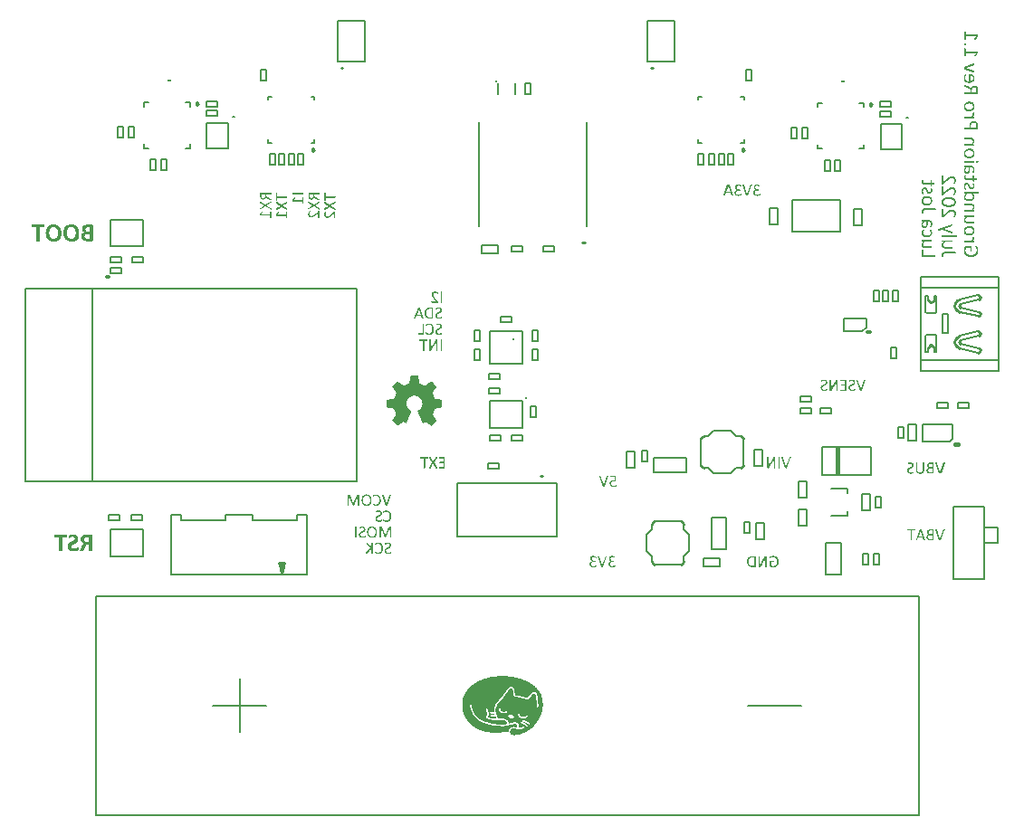
<source format=gbo>
G04*
G04 #@! TF.GenerationSoftware,Altium Limited,Altium Designer,22.1.2 (22)*
G04*
G04 Layer_Color=32896*
%FSLAX25Y25*%
%MOIN*%
G70*
G04*
G04 #@! TF.SameCoordinates,C32A1214-328F-4996-A91D-0F4ED86882B3*
G04*
G04*
G04 #@! TF.FilePolarity,Positive*
G04*
G01*
G75*
%ADD10C,0.01000*%
%ADD11C,0.01575*%
%ADD12C,0.00800*%
%ADD144C,0.01181*%
%ADD145C,0.00984*%
%ADD146C,0.00787*%
%ADD147C,0.01000*%
%ADD148C,0.01457*%
%ADD149C,0.00500*%
%ADD150R,0.01575X0.00984*%
G36*
X177165Y57136D02*
X177838D01*
Y57075D01*
X178389D01*
Y57014D01*
X178939D01*
Y56953D01*
X179429D01*
Y56892D01*
X179796D01*
Y56831D01*
X180101D01*
Y56769D01*
X180407D01*
Y56708D01*
X180713D01*
Y56647D01*
X180958D01*
Y56586D01*
X181202D01*
Y56525D01*
X181447D01*
Y56463D01*
X181692D01*
Y56402D01*
X181875D01*
Y56341D01*
X182120D01*
Y56280D01*
X182303D01*
Y56219D01*
X182487D01*
Y56158D01*
X182670D01*
Y56097D01*
X182854D01*
Y56035D01*
X183037D01*
Y55974D01*
X183160D01*
Y55913D01*
X183343D01*
Y55852D01*
X183527D01*
Y55791D01*
X183649D01*
Y55730D01*
X183833D01*
Y55668D01*
X184016D01*
Y55607D01*
X184138D01*
Y55546D01*
X184261D01*
Y55485D01*
X184444D01*
Y55424D01*
X184566D01*
Y55362D01*
X184689D01*
Y55301D01*
X184811D01*
Y55240D01*
X184933D01*
Y55179D01*
X185056D01*
Y55118D01*
X185178D01*
Y55057D01*
X185301D01*
Y54996D01*
X185362D01*
Y54934D01*
X185484D01*
Y54873D01*
X185606D01*
Y54812D01*
X185729D01*
Y54751D01*
X185790D01*
Y54690D01*
X185912D01*
Y54628D01*
X185973D01*
Y54567D01*
X186096D01*
Y54506D01*
X186218D01*
Y54445D01*
X186279D01*
Y54384D01*
X186401D01*
Y54323D01*
X186524D01*
Y54261D01*
X186585D01*
Y54200D01*
X186707D01*
Y54139D01*
X186768D01*
Y54078D01*
X186830D01*
Y54017D01*
X186952D01*
Y53956D01*
X187013D01*
Y53895D01*
X187074D01*
Y53833D01*
X187197D01*
Y53772D01*
X187258D01*
Y53711D01*
X187319D01*
Y53650D01*
X187380D01*
Y53589D01*
X187503D01*
Y53527D01*
X187564D01*
Y53466D01*
X187625D01*
Y53405D01*
X187686D01*
Y53344D01*
X187747D01*
Y53283D01*
X187808D01*
Y53222D01*
X187870D01*
Y53161D01*
X187931D01*
Y53099D01*
X187992D01*
Y53038D01*
X188114D01*
Y52977D01*
X188175D01*
Y52916D01*
X188236D01*
Y52855D01*
X188298D01*
Y52794D01*
X188359D01*
Y52732D01*
Y52671D01*
X188481D01*
Y52610D01*
X188542D01*
Y52549D01*
Y52488D01*
X188603D01*
Y52426D01*
X188665D01*
Y52365D01*
X188726D01*
Y52304D01*
X188787D01*
Y52243D01*
X188848D01*
Y52182D01*
Y52121D01*
X188909D01*
Y52060D01*
X188970D01*
Y51998D01*
X189032D01*
Y51937D01*
X189093D01*
Y51876D01*
Y51815D01*
X189154D01*
Y51754D01*
X189215D01*
Y51692D01*
Y51631D01*
X189276D01*
Y51570D01*
X189338D01*
Y51509D01*
Y51448D01*
X189399D01*
Y51387D01*
X189460D01*
Y51326D01*
Y51264D01*
X189521D01*
Y51203D01*
X189582D01*
Y51142D01*
Y51081D01*
X189643D01*
Y51020D01*
Y50959D01*
X189705D01*
Y50897D01*
Y50836D01*
X189766D01*
Y50775D01*
Y50714D01*
X189827D01*
Y50653D01*
Y50591D01*
X189888D01*
Y50530D01*
Y50469D01*
X189949D01*
Y50408D01*
Y50347D01*
X190010D01*
Y50286D01*
Y50225D01*
Y50163D01*
X190071D01*
Y50102D01*
Y50041D01*
Y49980D01*
Y49919D01*
X190133D01*
Y49858D01*
Y49796D01*
Y49735D01*
X190194D01*
Y49674D01*
Y49613D01*
Y49552D01*
X190255D01*
Y49490D01*
Y49429D01*
Y49368D01*
Y49307D01*
X190316D01*
Y49246D01*
Y49185D01*
Y49123D01*
Y49062D01*
X190377D01*
Y49001D01*
Y48940D01*
Y48879D01*
Y48818D01*
X190438D01*
Y48757D01*
Y48695D01*
Y48634D01*
Y48573D01*
Y48512D01*
Y48451D01*
X190500D01*
Y48390D01*
Y48328D01*
Y48267D01*
Y48206D01*
Y48145D01*
Y48084D01*
Y48022D01*
X190561D01*
Y47961D01*
Y47900D01*
Y47839D01*
Y47778D01*
Y47717D01*
Y47655D01*
Y47594D01*
Y47533D01*
Y47472D01*
Y47411D01*
Y47350D01*
X190622D01*
Y47289D01*
Y47227D01*
Y47166D01*
Y47105D01*
Y47044D01*
Y46983D01*
Y46922D01*
Y46860D01*
Y46799D01*
Y46738D01*
Y46677D01*
Y46616D01*
Y46554D01*
Y46493D01*
Y46432D01*
Y46371D01*
Y46310D01*
Y46249D01*
Y46187D01*
Y46126D01*
Y46065D01*
Y46004D01*
Y45943D01*
Y45882D01*
Y45821D01*
X190561D01*
Y45759D01*
Y45698D01*
Y45637D01*
Y45576D01*
Y45515D01*
Y45454D01*
Y45392D01*
Y45331D01*
Y45270D01*
Y45209D01*
Y45148D01*
X190500D01*
Y45087D01*
Y45025D01*
Y44964D01*
Y44903D01*
Y44842D01*
Y44781D01*
X190438D01*
Y44719D01*
Y44658D01*
Y44597D01*
Y44536D01*
Y44475D01*
X190377D01*
Y44414D01*
Y44352D01*
Y44291D01*
Y44230D01*
Y44169D01*
X190316D01*
Y44108D01*
Y44047D01*
Y43986D01*
X190255D01*
Y43924D01*
Y43863D01*
Y43802D01*
X190194D01*
Y43741D01*
Y43680D01*
Y43619D01*
X190133D01*
Y43557D01*
Y43496D01*
Y43435D01*
X190071D01*
Y43374D01*
Y43313D01*
Y43251D01*
X190010D01*
Y43190D01*
Y43129D01*
Y43068D01*
X189949D01*
Y43007D01*
Y42946D01*
Y42884D01*
X189888D01*
Y42823D01*
X189827D01*
Y42762D01*
Y42701D01*
Y42640D01*
X189766D01*
Y42579D01*
Y42518D01*
X189705D01*
Y42456D01*
Y42395D01*
X189643D01*
Y42334D01*
Y42273D01*
X189582D01*
Y42212D01*
Y42151D01*
X189521D01*
Y42089D01*
Y42028D01*
X189460D01*
Y41967D01*
Y41906D01*
X189399D01*
Y41845D01*
Y41783D01*
X189338D01*
Y41722D01*
Y41661D01*
X189276D01*
Y41600D01*
Y41539D01*
X189215D01*
Y41478D01*
X189154D01*
Y41416D01*
Y41355D01*
X189093D01*
Y41294D01*
Y41233D01*
X189032D01*
Y41172D01*
Y41111D01*
X188970D01*
Y41050D01*
X188909D01*
Y40988D01*
Y40927D01*
X188848D01*
Y40866D01*
Y40805D01*
X188787D01*
Y40744D01*
Y40683D01*
X188726D01*
Y40621D01*
X188665D01*
Y40560D01*
Y40499D01*
X188603D01*
Y40438D01*
X188542D01*
Y40377D01*
Y40315D01*
X188481D01*
Y40254D01*
X188420D01*
Y40193D01*
X188359D01*
Y40132D01*
Y40071D01*
X188298D01*
Y40010D01*
X188236D01*
Y39948D01*
Y39887D01*
X188175D01*
Y39826D01*
X188114D01*
Y39765D01*
X188053D01*
Y39704D01*
X187992D01*
Y39643D01*
Y39582D01*
X187931D01*
Y39520D01*
X187870D01*
Y39459D01*
X187808D01*
Y39398D01*
Y39337D01*
X187747D01*
Y39276D01*
X187686D01*
Y39215D01*
X187625D01*
Y39153D01*
X187564D01*
Y39092D01*
X187503D01*
Y39031D01*
Y38970D01*
X187441D01*
Y38909D01*
X187380D01*
Y38848D01*
X187319D01*
Y38786D01*
X187258D01*
Y38725D01*
X187197D01*
Y38664D01*
X187136D01*
Y38603D01*
X187074D01*
Y38542D01*
X187013D01*
Y38480D01*
X186952D01*
Y38419D01*
X186891D01*
Y38358D01*
X186830D01*
Y38297D01*
X186768D01*
Y38236D01*
X186707D01*
Y38175D01*
X186646D01*
Y38113D01*
X186524D01*
Y38052D01*
X186463D01*
Y37991D01*
X186401D01*
Y37930D01*
X186340D01*
Y37869D01*
X186279D01*
Y37808D01*
X186218D01*
Y37747D01*
X186096D01*
Y37685D01*
X186035D01*
Y37624D01*
X185912D01*
Y37563D01*
X185851D01*
Y37502D01*
X185729D01*
Y37441D01*
X185668D01*
Y37380D01*
X185606D01*
Y37318D01*
X185484D01*
Y37257D01*
X185423D01*
Y37196D01*
X185301D01*
Y37135D01*
X185239D01*
Y37074D01*
X185117D01*
Y37012D01*
X184995D01*
Y36951D01*
X184933D01*
Y36890D01*
X184811D01*
Y36829D01*
X184689D01*
Y36768D01*
X184566D01*
Y36707D01*
X184444D01*
Y36645D01*
X184322D01*
Y36584D01*
X184261D01*
Y36523D01*
X184077D01*
Y36462D01*
X183955D01*
Y36401D01*
X183833D01*
Y36340D01*
X183649D01*
Y36279D01*
X183527D01*
Y36217D01*
X183343D01*
Y36156D01*
X183221D01*
Y36095D01*
X183037D01*
Y36034D01*
X182854D01*
Y35973D01*
X182670D01*
Y35912D01*
X182487D01*
Y35850D01*
X182303D01*
Y35789D01*
X182120D01*
Y35728D01*
X181875D01*
Y35667D01*
X181569D01*
Y35606D01*
X181263D01*
Y35544D01*
X180896D01*
Y35483D01*
X180346D01*
Y35422D01*
X179673D01*
Y35483D01*
X179306D01*
Y35544D01*
X179123D01*
Y35606D01*
X179000D01*
Y35667D01*
X178939D01*
Y35728D01*
X178817D01*
Y35789D01*
Y35850D01*
X178756D01*
Y35912D01*
X178694D01*
Y35973D01*
Y36034D01*
X178633D01*
Y36095D01*
Y36156D01*
Y36217D01*
X178572D01*
Y36279D01*
Y36340D01*
Y36401D01*
X178511D01*
Y36462D01*
Y36523D01*
Y36584D01*
Y36645D01*
Y36707D01*
Y36768D01*
Y36829D01*
X178572D01*
Y36890D01*
Y36951D01*
Y37012D01*
Y37074D01*
X178633D01*
Y37135D01*
Y37196D01*
Y37257D01*
X178694D01*
Y37318D01*
Y37380D01*
X178756D01*
Y37441D01*
Y37502D01*
X178817D01*
Y37563D01*
X178878D01*
Y37624D01*
X179000D01*
Y37685D01*
X179061D01*
Y37747D01*
X179184D01*
Y37808D01*
X179429D01*
Y37869D01*
X180468D01*
Y37808D01*
X180896D01*
Y37747D01*
X181263D01*
Y37685D01*
X181631D01*
Y37624D01*
X182670D01*
Y37685D01*
X182915D01*
Y37747D01*
X183098D01*
Y37808D01*
X183282D01*
Y37869D01*
X183343D01*
Y37930D01*
X183466D01*
Y37991D01*
X183588D01*
Y38052D01*
X183649D01*
Y38113D01*
X183710D01*
Y38175D01*
X183771D01*
Y38236D01*
X183833D01*
Y38297D01*
Y38358D01*
Y38419D01*
X183771D01*
Y38480D01*
Y38542D01*
X183710D01*
Y38603D01*
X183588D01*
Y38664D01*
X183466D01*
Y38603D01*
X183343D01*
Y38542D01*
X183282D01*
Y38480D01*
X183221D01*
Y38419D01*
X183098D01*
Y38358D01*
X182976D01*
Y38297D01*
X182793D01*
Y38236D01*
X182487D01*
Y38175D01*
X181875D01*
Y38236D01*
X181753D01*
Y38297D01*
Y38358D01*
Y38419D01*
X181814D01*
Y38480D01*
Y38542D01*
Y38603D01*
Y38664D01*
Y38725D01*
Y38786D01*
Y38848D01*
Y38909D01*
Y38970D01*
Y39031D01*
Y39092D01*
Y39153D01*
X181753D01*
Y39215D01*
Y39276D01*
Y39337D01*
X181692D01*
Y39398D01*
Y39459D01*
X181631D01*
Y39520D01*
X181569D01*
Y39582D01*
Y39643D01*
X181508D01*
Y39704D01*
X181447D01*
Y39765D01*
X181386D01*
Y39826D01*
X181325D01*
Y39887D01*
X181263D01*
Y39948D01*
X181141D01*
Y40010D01*
X181019D01*
Y40071D01*
X180896D01*
Y40132D01*
X180652D01*
Y40193D01*
X180040D01*
Y40132D01*
X179734D01*
Y40071D01*
X179490D01*
Y40010D01*
X179245D01*
Y39948D01*
X179061D01*
Y39887D01*
X178817D01*
Y39826D01*
X178572D01*
Y39765D01*
X178328D01*
Y39704D01*
X178083D01*
Y39643D01*
X177961D01*
Y39704D01*
Y39765D01*
Y39826D01*
Y39887D01*
Y39948D01*
Y40010D01*
Y40071D01*
Y40132D01*
X177899D01*
Y40193D01*
Y40254D01*
Y40315D01*
X177838D01*
Y40377D01*
Y40438D01*
Y40499D01*
X177777D01*
Y40560D01*
Y40621D01*
X177716D01*
Y40683D01*
Y40744D01*
X177655D01*
Y40805D01*
X177594D01*
Y40866D01*
X177532D01*
Y40927D01*
X177471D01*
Y40988D01*
X177410D01*
Y41050D01*
X177349D01*
Y41111D01*
X177226D01*
Y41172D01*
X177165D01*
Y41233D01*
X177043D01*
Y41294D01*
X176921D01*
Y41355D01*
X176737D01*
Y41416D01*
X176493D01*
Y41478D01*
X176064D01*
Y41539D01*
X175147D01*
Y41478D01*
X174352D01*
Y41539D01*
Y41600D01*
X174291D01*
Y41661D01*
X174229D01*
Y41722D01*
X174168D01*
Y41783D01*
X174107D01*
Y41845D01*
Y41906D01*
X174046D01*
Y41967D01*
X173985D01*
Y42028D01*
Y42089D01*
X173924D01*
Y42151D01*
X173862D01*
Y42212D01*
Y42273D01*
X173801D01*
Y42334D01*
Y42395D01*
X173740D01*
Y42456D01*
Y42518D01*
X173679D01*
Y42579D01*
Y42640D01*
X173618D01*
Y42701D01*
Y42762D01*
Y42823D01*
X173556D01*
Y42884D01*
Y42946D01*
Y43007D01*
X173495D01*
Y43068D01*
Y43129D01*
Y43190D01*
X173434D01*
Y43251D01*
Y43313D01*
Y43374D01*
X173373D01*
Y43435D01*
Y43496D01*
Y43557D01*
Y43619D01*
X173312D01*
Y43680D01*
Y43741D01*
Y43802D01*
Y43863D01*
Y43924D01*
X173251D01*
Y43986D01*
Y44047D01*
Y44108D01*
Y44169D01*
Y44230D01*
Y44291D01*
Y44352D01*
Y44414D01*
Y44475D01*
Y44536D01*
Y44597D01*
Y44658D01*
Y44719D01*
Y44781D01*
Y44842D01*
Y44903D01*
Y44964D01*
Y45025D01*
Y45087D01*
Y45148D01*
Y45209D01*
X173312D01*
Y45270D01*
Y45331D01*
Y45392D01*
Y45454D01*
Y45515D01*
X173373D01*
Y45576D01*
Y45637D01*
Y45698D01*
X173434D01*
Y45759D01*
Y45821D01*
Y45882D01*
X173495D01*
Y45943D01*
Y46004D01*
X173556D01*
Y46065D01*
Y46126D01*
X173618D01*
Y46187D01*
Y46249D01*
Y46310D01*
X173679D01*
Y46371D01*
Y46432D01*
X173740D01*
Y46493D01*
X173801D01*
Y46554D01*
Y46616D01*
X173862D01*
Y46677D01*
X173924D01*
Y46738D01*
Y46799D01*
X173985D01*
Y46860D01*
X174046D01*
Y46922D01*
X174107D01*
Y46983D01*
Y47044D01*
X174168D01*
Y47105D01*
X174229D01*
Y47166D01*
Y47227D01*
X174291D01*
Y47289D01*
X174352D01*
Y47350D01*
X174413D01*
Y47411D01*
X174474D01*
Y47472D01*
Y47533D01*
X174535D01*
Y47594D01*
X174596D01*
Y47655D01*
X174657D01*
Y47717D01*
X174719D01*
Y47778D01*
X174780D01*
Y47839D01*
Y47900D01*
X174841D01*
Y47961D01*
X174902D01*
Y48022D01*
X174963D01*
Y48084D01*
X175024D01*
Y48145D01*
X175086D01*
Y48206D01*
X175147D01*
Y48267D01*
X175208D01*
Y48328D01*
X175269D01*
Y48390D01*
X175330D01*
Y48451D01*
X175391D01*
Y48512D01*
X175453D01*
Y48573D01*
Y48634D01*
X175514D01*
Y48695D01*
X175575D01*
Y48757D01*
X175636D01*
Y48818D01*
X175697D01*
Y48879D01*
X175759D01*
Y48940D01*
X175820D01*
Y49001D01*
X175881D01*
Y49062D01*
X175942D01*
Y49123D01*
X176003D01*
Y49185D01*
X176064D01*
Y49246D01*
X176126D01*
Y49307D01*
X176187D01*
Y49368D01*
Y49429D01*
X176248D01*
Y49490D01*
X176309D01*
Y49552D01*
Y49613D01*
X176370D01*
Y49674D01*
X176431D01*
Y49735D01*
X176493D01*
Y49796D01*
Y49858D01*
X176554D01*
Y49919D01*
X176615D01*
Y49980D01*
Y50041D01*
X176676D01*
Y50102D01*
X176737D01*
Y50163D01*
Y50225D01*
X176798D01*
Y50286D01*
X176859D01*
Y50347D01*
Y50408D01*
X176921D01*
Y50469D01*
X176982D01*
Y50530D01*
Y50591D01*
X177043D01*
Y50653D01*
X177104D01*
Y50714D01*
X177165D01*
Y50775D01*
Y50836D01*
X177226D01*
Y50897D01*
Y50959D01*
X177288D01*
Y51020D01*
X177349D01*
Y51081D01*
Y51142D01*
X177410D01*
Y51203D01*
X177471D01*
Y51264D01*
Y51326D01*
X177532D01*
Y51387D01*
X177594D01*
Y51448D01*
X177655D01*
Y51509D01*
Y51570D01*
X177716D01*
Y51631D01*
X177777D01*
Y51692D01*
X177838D01*
Y51754D01*
X177899D01*
Y51815D01*
X177961D01*
Y51876D01*
X178022D01*
Y51937D01*
Y51998D01*
X178083D01*
Y52060D01*
X178144D01*
Y52121D01*
X178205D01*
Y52182D01*
X178266D01*
Y52243D01*
X178328D01*
Y52304D01*
X178389D01*
Y52365D01*
X178450D01*
Y52426D01*
X178511D01*
Y52488D01*
X178572D01*
Y52549D01*
X178633D01*
Y52610D01*
X178756D01*
Y52671D01*
X178878D01*
Y52732D01*
X179123D01*
Y52671D01*
X179245D01*
Y52610D01*
X179306D01*
Y52549D01*
Y52488D01*
X179367D01*
Y52426D01*
Y52365D01*
X179429D01*
Y52304D01*
Y52243D01*
X179490D01*
Y52182D01*
Y52121D01*
Y52060D01*
X179551D01*
Y51998D01*
Y51937D01*
Y51876D01*
Y51815D01*
X179612D01*
Y51754D01*
Y51692D01*
Y51631D01*
Y51570D01*
Y51509D01*
X179673D01*
Y51448D01*
Y51387D01*
Y51326D01*
Y51264D01*
Y51203D01*
Y51142D01*
Y51081D01*
X179734D01*
Y51020D01*
Y50959D01*
Y50897D01*
Y50836D01*
Y50775D01*
Y50714D01*
X179796D01*
Y50653D01*
Y50591D01*
Y50530D01*
Y50469D01*
Y50408D01*
Y50347D01*
X179857D01*
Y50286D01*
Y50225D01*
Y50163D01*
Y50102D01*
X179918D01*
Y50041D01*
Y49980D01*
Y49919D01*
X179979D01*
Y49858D01*
Y49796D01*
X180040D01*
Y49735D01*
Y49674D01*
X180101D01*
Y49613D01*
X180163D01*
Y49552D01*
X181019D01*
Y49490D01*
X181447D01*
Y49429D01*
X181753D01*
Y49368D01*
X181998D01*
Y49307D01*
X182242D01*
Y49246D01*
X182426D01*
Y49185D01*
X182670D01*
Y49123D01*
X182976D01*
Y49062D01*
X183160D01*
Y49001D01*
X183404D01*
Y48940D01*
X183588D01*
Y48879D01*
X183833D01*
Y48818D01*
X184016D01*
Y48757D01*
X184322D01*
Y48695D01*
X184566D01*
Y48634D01*
X184933D01*
Y48573D01*
X184995D01*
Y48634D01*
X185178D01*
Y48695D01*
X185239D01*
Y48757D01*
X185301D01*
Y48818D01*
X185362D01*
Y48879D01*
X185423D01*
Y48940D01*
X185484D01*
Y49001D01*
X185545D01*
Y49062D01*
X185606D01*
Y49123D01*
X185668D01*
Y49185D01*
X185729D01*
Y49246D01*
X185790D01*
Y49307D01*
X185851D01*
Y49368D01*
X185912D01*
Y49429D01*
X185973D01*
Y49490D01*
X186035D01*
Y49552D01*
X186096D01*
Y49613D01*
X186157D01*
Y49674D01*
X186218D01*
Y49735D01*
Y49796D01*
X186279D01*
Y49858D01*
X186340D01*
Y49919D01*
X186401D01*
Y49980D01*
X186463D01*
Y50041D01*
X186524D01*
Y50102D01*
X186585D01*
Y50163D01*
X186646D01*
Y50225D01*
X186707D01*
Y50286D01*
X186768D01*
Y50347D01*
X186830D01*
Y50408D01*
X186891D01*
Y50469D01*
X186952D01*
Y50530D01*
X187074D01*
Y50591D01*
X187136D01*
Y50653D01*
X187197D01*
Y50714D01*
X187319D01*
Y50775D01*
X187441D01*
Y50836D01*
X187564D01*
Y50775D01*
X187747D01*
Y50714D01*
X187808D01*
Y50653D01*
Y50591D01*
X187870D01*
Y50530D01*
Y50469D01*
X187931D01*
Y50408D01*
Y50347D01*
X187992D01*
Y50286D01*
Y50225D01*
Y50163D01*
X188053D01*
Y50102D01*
Y50041D01*
Y49980D01*
Y49919D01*
Y49858D01*
X188114D01*
Y49796D01*
Y49735D01*
Y49674D01*
Y49613D01*
Y49552D01*
Y49490D01*
Y49429D01*
X188175D01*
Y49368D01*
Y49307D01*
Y49246D01*
Y49185D01*
Y49123D01*
Y49062D01*
Y49001D01*
Y48940D01*
X188236D01*
Y48879D01*
Y48818D01*
Y48757D01*
Y48695D01*
Y48634D01*
Y48573D01*
Y48512D01*
Y48451D01*
X188298D01*
Y48390D01*
Y48328D01*
Y48267D01*
Y48206D01*
Y48145D01*
Y48084D01*
Y48022D01*
Y47961D01*
Y47900D01*
Y47839D01*
Y47778D01*
X188359D01*
Y47717D01*
Y47655D01*
Y47594D01*
Y47533D01*
Y47472D01*
Y47411D01*
Y47350D01*
Y47289D01*
Y47227D01*
Y47166D01*
Y47105D01*
Y47044D01*
Y46983D01*
Y46922D01*
Y46860D01*
Y46799D01*
Y46738D01*
Y46677D01*
Y46616D01*
Y46554D01*
Y46493D01*
Y46432D01*
Y46371D01*
Y46310D01*
Y46249D01*
X188420D01*
Y46187D01*
Y46126D01*
Y46065D01*
Y46004D01*
Y45943D01*
Y45882D01*
Y45821D01*
Y45759D01*
X188481D01*
Y45698D01*
X188665D01*
Y45637D01*
X188726D01*
Y45698D01*
X188848D01*
Y45759D01*
X188909D01*
Y45821D01*
X188970D01*
Y45882D01*
Y45943D01*
Y46004D01*
Y46065D01*
Y46126D01*
Y46187D01*
Y46249D01*
Y46310D01*
Y46371D01*
Y46432D01*
Y46493D01*
Y46554D01*
Y46616D01*
Y46677D01*
Y46738D01*
Y46799D01*
Y46860D01*
Y46922D01*
Y46983D01*
X188909D01*
Y47044D01*
Y47105D01*
Y47166D01*
Y47227D01*
Y47289D01*
Y47350D01*
Y47411D01*
Y47472D01*
Y47533D01*
Y47594D01*
Y47655D01*
Y47717D01*
Y47778D01*
Y47839D01*
Y47900D01*
Y47961D01*
Y48022D01*
Y48084D01*
Y48145D01*
X188848D01*
Y48206D01*
Y48267D01*
Y48328D01*
Y48390D01*
Y48451D01*
Y48512D01*
Y48573D01*
Y48634D01*
Y48695D01*
X188787D01*
Y48757D01*
Y48818D01*
Y48879D01*
Y48940D01*
Y49001D01*
Y49062D01*
Y49123D01*
Y49185D01*
X188726D01*
Y49246D01*
Y49307D01*
Y49368D01*
Y49429D01*
Y49490D01*
Y49552D01*
Y49613D01*
Y49674D01*
X188665D01*
Y49735D01*
Y49796D01*
Y49858D01*
Y49919D01*
Y49980D01*
Y50041D01*
Y50102D01*
X188603D01*
Y50163D01*
Y50225D01*
Y50286D01*
Y50347D01*
X188542D01*
Y50408D01*
Y50469D01*
Y50530D01*
X188481D01*
Y50591D01*
Y50653D01*
X188420D01*
Y50714D01*
Y50775D01*
X188359D01*
Y50836D01*
Y50897D01*
X188298D01*
Y50959D01*
X188236D01*
Y51020D01*
Y51081D01*
X188175D01*
Y51142D01*
X188114D01*
Y51203D01*
X187992D01*
Y51264D01*
X187931D01*
Y51326D01*
X187747D01*
Y51387D01*
X187319D01*
Y51326D01*
X187136D01*
Y51264D01*
X187013D01*
Y51203D01*
X186952D01*
Y51142D01*
X186830D01*
Y51081D01*
X186768D01*
Y51020D01*
X186707D01*
Y50959D01*
X186646D01*
Y50897D01*
X186524D01*
Y50836D01*
X186463D01*
Y50775D01*
X186401D01*
Y50714D01*
X186340D01*
Y50653D01*
X186279D01*
Y50591D01*
X186218D01*
Y50530D01*
X186157D01*
Y50469D01*
X186096D01*
Y50408D01*
X186035D01*
Y50347D01*
X185973D01*
Y50286D01*
X185912D01*
Y50225D01*
X185851D01*
Y50163D01*
X185790D01*
Y50102D01*
X185729D01*
Y50041D01*
Y49980D01*
X185668D01*
Y49919D01*
X185606D01*
Y49858D01*
X185545D01*
Y49796D01*
X185484D01*
Y49735D01*
X185423D01*
Y49674D01*
X185362D01*
Y49613D01*
X185301D01*
Y49552D01*
X185239D01*
Y49490D01*
X185178D01*
Y49429D01*
X185117D01*
Y49368D01*
X185056D01*
Y49307D01*
X184995D01*
Y49246D01*
X184933D01*
Y49185D01*
X184811D01*
Y49246D01*
X184444D01*
Y49307D01*
X184200D01*
Y49368D01*
X183955D01*
Y49429D01*
X183710D01*
Y49490D01*
X183404D01*
Y49552D01*
X183221D01*
Y49613D01*
X183037D01*
Y49674D01*
X182793D01*
Y49735D01*
X182609D01*
Y49796D01*
X182364D01*
Y49858D01*
X182120D01*
Y49919D01*
X181875D01*
Y49980D01*
X181631D01*
Y50041D01*
X181263D01*
Y50102D01*
X180591D01*
Y50163D01*
X180468D01*
Y50225D01*
Y50286D01*
X180407D01*
Y50347D01*
Y50408D01*
Y50469D01*
Y50530D01*
X180346D01*
Y50591D01*
Y50653D01*
Y50714D01*
Y50775D01*
X180285D01*
Y50836D01*
Y50897D01*
Y50959D01*
Y51020D01*
Y51081D01*
X180224D01*
Y51142D01*
Y51203D01*
Y51264D01*
Y51326D01*
Y51387D01*
Y51448D01*
X180163D01*
Y51509D01*
Y51570D01*
Y51631D01*
Y51692D01*
Y51754D01*
Y51815D01*
X180101D01*
Y51876D01*
Y51937D01*
Y51998D01*
Y52060D01*
Y52121D01*
Y52182D01*
X180040D01*
Y52243D01*
Y52304D01*
Y52365D01*
Y52426D01*
X179979D01*
Y52488D01*
Y52549D01*
Y52610D01*
X179918D01*
Y52671D01*
Y52732D01*
X179857D01*
Y52794D01*
X179796D01*
Y52855D01*
Y52916D01*
X179734D01*
Y52977D01*
X179673D01*
Y53038D01*
X179612D01*
Y53099D01*
X179551D01*
Y53161D01*
X179429D01*
Y53222D01*
X179306D01*
Y53283D01*
X179123D01*
Y53344D01*
X179061D01*
Y53283D01*
X178756D01*
Y53222D01*
X178633D01*
Y53161D01*
X178511D01*
Y53099D01*
X178389D01*
Y53038D01*
X178328D01*
Y52977D01*
X178205D01*
Y52916D01*
X178144D01*
Y52855D01*
X178083D01*
Y52794D01*
X178022D01*
Y52732D01*
X177961D01*
Y52671D01*
X177899D01*
Y52610D01*
X177838D01*
Y52549D01*
X177777D01*
Y52488D01*
X177716D01*
Y52426D01*
X177655D01*
Y52365D01*
X177594D01*
Y52304D01*
X177532D01*
Y52243D01*
X177471D01*
Y52182D01*
Y52121D01*
X177410D01*
Y52060D01*
X177349D01*
Y51998D01*
X177288D01*
Y51937D01*
Y51876D01*
X177226D01*
Y51815D01*
X177165D01*
Y51754D01*
X177104D01*
Y51692D01*
Y51631D01*
X177043D01*
Y51570D01*
X176982D01*
Y51509D01*
Y51448D01*
X176921D01*
Y51387D01*
X176859D01*
Y51326D01*
X176798D01*
Y51264D01*
Y51203D01*
X176737D01*
Y51142D01*
X176676D01*
Y51081D01*
Y51020D01*
X176615D01*
Y50959D01*
X176554D01*
Y50897D01*
Y50836D01*
X176493D01*
Y50775D01*
X176431D01*
Y50714D01*
Y50653D01*
X176370D01*
Y50591D01*
X176309D01*
Y50530D01*
Y50469D01*
X176248D01*
Y50408D01*
X176187D01*
Y50347D01*
Y50286D01*
X176126D01*
Y50225D01*
X176064D01*
Y50163D01*
Y50102D01*
X176003D01*
Y50041D01*
X175942D01*
Y49980D01*
Y49919D01*
X175881D01*
Y49858D01*
X175820D01*
Y49796D01*
Y49735D01*
X175759D01*
Y49674D01*
X175697D01*
Y49613D01*
X175636D01*
Y49552D01*
X175575D01*
Y49490D01*
X175514D01*
Y49429D01*
X175453D01*
Y49368D01*
X175391D01*
Y49307D01*
X175330D01*
Y49246D01*
X175269D01*
Y49185D01*
X175208D01*
Y49123D01*
X175147D01*
Y49062D01*
X175086D01*
Y49001D01*
X175024D01*
Y48940D01*
X174963D01*
Y48879D01*
Y48818D01*
X174902D01*
Y48757D01*
X174841D01*
Y48695D01*
X174780D01*
Y48634D01*
X174719D01*
Y48573D01*
X174657D01*
Y48512D01*
X174596D01*
Y48451D01*
X174535D01*
Y48390D01*
X174474D01*
Y48328D01*
Y48267D01*
X174413D01*
Y48206D01*
X174352D01*
Y48145D01*
X174291D01*
Y48084D01*
X174229D01*
Y48022D01*
X174168D01*
Y47961D01*
X174107D01*
Y47900D01*
X174046D01*
Y47839D01*
X173985D01*
Y47778D01*
Y47717D01*
X173924D01*
Y47655D01*
X173862D01*
Y47594D01*
X173801D01*
Y47533D01*
Y47472D01*
X173740D01*
Y47411D01*
X173679D01*
Y47350D01*
Y47289D01*
X173618D01*
Y47227D01*
X173556D01*
Y47166D01*
X173495D01*
Y47105D01*
Y47044D01*
X173434D01*
Y46983D01*
X173373D01*
Y46922D01*
Y46860D01*
X173312D01*
Y46799D01*
X173251D01*
Y46738D01*
Y46677D01*
X173189D01*
Y46616D01*
Y46554D01*
X173128D01*
Y46493D01*
X173067D01*
Y46432D01*
Y46371D01*
Y46310D01*
X173006D01*
Y46249D01*
Y46187D01*
X172945D01*
Y46126D01*
Y46065D01*
X172884D01*
Y46004D01*
Y45943D01*
Y45882D01*
X172822D01*
Y45821D01*
Y45759D01*
Y45698D01*
X172761D01*
Y45637D01*
Y45576D01*
Y45515D01*
Y45454D01*
X172700D01*
Y45392D01*
Y45331D01*
Y45270D01*
Y45209D01*
Y45148D01*
Y45087D01*
X172639D01*
Y45025D01*
Y44964D01*
Y44903D01*
Y44842D01*
Y44781D01*
Y44719D01*
Y44658D01*
Y44597D01*
Y44536D01*
Y44475D01*
Y44414D01*
Y44352D01*
Y44291D01*
Y44230D01*
Y44169D01*
Y44108D01*
X172700D01*
Y44047D01*
Y43986D01*
Y43924D01*
X172456D01*
Y43986D01*
X171416D01*
Y43924D01*
X171293D01*
Y43863D01*
X171232D01*
Y43802D01*
Y43741D01*
Y43680D01*
X171171D01*
Y43619D01*
X171232D01*
Y43557D01*
Y43496D01*
X171293D01*
Y43435D01*
X171416D01*
Y43374D01*
X171599D01*
Y43435D01*
X172211D01*
Y43374D01*
X172822D01*
Y43313D01*
Y43251D01*
Y43190D01*
X172884D01*
Y43129D01*
Y43068D01*
Y43007D01*
X172517D01*
Y42946D01*
X171599D01*
Y42884D01*
X171416D01*
Y42823D01*
X171354D01*
Y42762D01*
X171293D01*
Y42701D01*
Y42640D01*
Y42579D01*
Y42518D01*
X171354D01*
Y42456D01*
Y42395D01*
X171477D01*
Y42334D01*
X171721D01*
Y42395D01*
X172333D01*
Y42456D01*
X173006D01*
Y42518D01*
X173128D01*
Y42456D01*
Y42395D01*
X173189D01*
Y42334D01*
Y42273D01*
X173251D01*
Y42212D01*
Y42151D01*
X173312D01*
Y42089D01*
Y42028D01*
X173373D01*
Y41967D01*
Y41906D01*
X173434D01*
Y41845D01*
Y41783D01*
X173495D01*
Y41722D01*
X173556D01*
Y41661D01*
Y41600D01*
X173618D01*
Y41539D01*
X173679D01*
Y41478D01*
X173128D01*
Y41539D01*
X172639D01*
Y41600D01*
X172150D01*
Y41661D01*
X171783D01*
Y41722D01*
X171477D01*
Y41783D01*
X171232D01*
Y41845D01*
X170988D01*
Y41906D01*
X170804D01*
Y41967D01*
X170559D01*
Y42028D01*
X170437D01*
Y42089D01*
X170315D01*
Y42151D01*
X170376D01*
Y42212D01*
Y42273D01*
X170437D01*
Y42334D01*
X170498D01*
Y42395D01*
Y42456D01*
X170559D01*
Y42518D01*
Y42579D01*
X170621D01*
Y42640D01*
Y42701D01*
Y42762D01*
X170682D01*
Y42823D01*
Y42884D01*
Y42946D01*
Y43007D01*
Y43068D01*
Y43129D01*
Y43190D01*
Y43251D01*
Y43313D01*
Y43374D01*
Y43435D01*
Y43496D01*
Y43557D01*
Y43619D01*
X170621D01*
Y43680D01*
Y43741D01*
Y43802D01*
Y43863D01*
Y43924D01*
Y43986D01*
X170559D01*
Y44047D01*
Y44108D01*
Y44169D01*
X170498D01*
Y44230D01*
Y44291D01*
X170437D01*
Y44352D01*
Y44414D01*
Y44475D01*
X170376D01*
Y44536D01*
Y44597D01*
X170315D01*
Y44658D01*
Y44719D01*
Y44781D01*
Y44842D01*
X170254D01*
Y44903D01*
Y44964D01*
Y45025D01*
X170192D01*
Y45087D01*
X170131D01*
Y45148D01*
X170070D01*
Y45209D01*
X170009D01*
Y45270D01*
X169703D01*
Y45209D01*
X169642D01*
Y45148D01*
Y45087D01*
X169581D01*
Y45025D01*
Y44964D01*
Y44903D01*
Y44842D01*
X169642D01*
Y44781D01*
Y44719D01*
X169703D01*
Y44658D01*
X169764D01*
Y44597D01*
Y44536D01*
Y44475D01*
X169825D01*
Y44414D01*
Y44352D01*
Y44291D01*
X169887D01*
Y44230D01*
Y44169D01*
Y44108D01*
X169948D01*
Y44047D01*
Y43986D01*
X170009D01*
Y43924D01*
Y43863D01*
Y43802D01*
X170070D01*
Y43741D01*
Y43680D01*
Y43619D01*
Y43557D01*
Y43496D01*
Y43435D01*
Y43374D01*
Y43313D01*
X170131D01*
Y43251D01*
Y43190D01*
Y43129D01*
Y43068D01*
Y43007D01*
X170070D01*
Y42946D01*
Y42884D01*
Y42823D01*
Y42762D01*
X170009D01*
Y42701D01*
Y42640D01*
X169948D01*
Y42579D01*
Y42518D01*
X169887D01*
Y42456D01*
X169825D01*
Y42395D01*
Y42334D01*
X169764D01*
Y42273D01*
Y42212D01*
X169703D01*
Y42151D01*
X169642D01*
Y42089D01*
Y42028D01*
Y41967D01*
Y41906D01*
Y41845D01*
X169703D01*
Y41783D01*
X169764D01*
Y41722D01*
X169887D01*
Y41661D01*
X170009D01*
Y41600D01*
X170131D01*
Y41539D01*
X170254D01*
Y41478D01*
X170437D01*
Y41416D01*
X170621D01*
Y41355D01*
X170865D01*
Y41294D01*
X171171D01*
Y41233D01*
X171477D01*
Y41172D01*
X171783D01*
Y41111D01*
X172150D01*
Y41050D01*
X172517D01*
Y40988D01*
X172945D01*
Y40927D01*
X173556D01*
Y40866D01*
X174657D01*
Y40927D01*
X176370D01*
Y40866D01*
X176615D01*
Y40805D01*
X176737D01*
Y40744D01*
X176859D01*
Y40683D01*
X176982D01*
Y40621D01*
X177043D01*
Y40560D01*
X177104D01*
Y40499D01*
X177165D01*
Y40438D01*
X177226D01*
Y40377D01*
X177288D01*
Y40315D01*
Y40254D01*
Y40193D01*
X177349D01*
Y40132D01*
Y40071D01*
Y40010D01*
Y39948D01*
X177410D01*
Y39887D01*
Y39826D01*
Y39765D01*
Y39704D01*
Y39643D01*
Y39582D01*
X177471D01*
Y39520D01*
X177165D01*
Y39459D01*
X176798D01*
Y39398D01*
X174291D01*
Y39459D01*
X173556D01*
Y39520D01*
X172945D01*
Y39582D01*
X172456D01*
Y39643D01*
X172089D01*
Y39704D01*
X171721D01*
Y39765D01*
X171477D01*
Y39826D01*
X171171D01*
Y39887D01*
X170988D01*
Y39948D01*
X170743D01*
Y40010D01*
X170498D01*
Y40071D01*
X170315D01*
Y40132D01*
X170131D01*
Y40193D01*
X169948D01*
Y40254D01*
X169703D01*
Y40315D01*
X169520D01*
Y40377D01*
X169336D01*
Y40438D01*
X169152D01*
Y40499D01*
X169030D01*
Y40560D01*
X168847D01*
Y40621D01*
X168724D01*
Y40683D01*
X168541D01*
Y40744D01*
X168419D01*
Y40805D01*
X168296D01*
Y40866D01*
X168174D01*
Y40927D01*
X168052D01*
Y40988D01*
X167929D01*
Y41050D01*
X167868D01*
Y41111D01*
X167746D01*
Y41172D01*
X167623D01*
Y41233D01*
X167562D01*
Y41294D01*
X167440D01*
Y41355D01*
X167318D01*
Y41416D01*
X167256D01*
Y41478D01*
X167195D01*
Y41539D01*
X167073D01*
Y41600D01*
X167012D01*
Y41661D01*
X166951D01*
Y41722D01*
X166889D01*
Y41783D01*
X166828D01*
Y41845D01*
X166767D01*
Y41906D01*
X166706D01*
Y41967D01*
X166645D01*
Y42028D01*
X166584D01*
Y42089D01*
X166522D01*
Y42151D01*
X166461D01*
Y42212D01*
X166400D01*
Y42273D01*
X166339D01*
Y42334D01*
X166278D01*
Y42395D01*
X166217D01*
Y42456D01*
X166155D01*
Y42518D01*
X166094D01*
Y42579D01*
X166033D01*
Y42640D01*
X165972D01*
Y42701D01*
Y42762D01*
X165911D01*
Y42823D01*
X165850D01*
Y42884D01*
X165788D01*
Y42946D01*
Y43007D01*
X165727D01*
Y43068D01*
X165666D01*
Y43129D01*
X165605D01*
Y43190D01*
Y43251D01*
X165544D01*
Y43313D01*
X165483D01*
Y43374D01*
Y43435D01*
X165421D01*
Y43496D01*
Y43557D01*
X165360D01*
Y43619D01*
X165299D01*
Y43680D01*
Y43741D01*
X165238D01*
Y43802D01*
Y43863D01*
X165177D01*
Y43924D01*
Y43986D01*
X165116D01*
Y44047D01*
Y44108D01*
X165054D01*
Y44169D01*
Y44230D01*
X164993D01*
Y44291D01*
Y44352D01*
X164932D01*
Y44414D01*
Y44475D01*
X164871D01*
Y44536D01*
Y44597D01*
Y44658D01*
X164810D01*
Y44719D01*
Y44781D01*
X164749D01*
Y44842D01*
Y44903D01*
Y44964D01*
Y45025D01*
Y45087D01*
X164687D01*
Y45148D01*
Y45209D01*
Y45270D01*
X164626D01*
Y45331D01*
Y45392D01*
Y45454D01*
X164565D01*
Y45515D01*
Y45576D01*
Y45637D01*
Y45698D01*
X164504D01*
Y45759D01*
Y45821D01*
Y45882D01*
Y45943D01*
X164443D01*
Y46004D01*
Y46065D01*
Y46126D01*
Y46187D01*
Y46249D01*
X164382D01*
Y46310D01*
Y46371D01*
Y46432D01*
Y46493D01*
X164320D01*
Y46554D01*
X164198D01*
Y46616D01*
X163953D01*
Y46554D01*
X163892D01*
Y46493D01*
X163831D01*
Y46432D01*
Y46371D01*
Y46310D01*
Y46249D01*
Y46187D01*
Y46126D01*
Y46065D01*
Y46004D01*
X163892D01*
Y45943D01*
Y45882D01*
Y45821D01*
Y45759D01*
X163953D01*
Y45698D01*
Y45637D01*
Y45576D01*
Y45515D01*
X164015D01*
Y45454D01*
Y45392D01*
Y45331D01*
Y45270D01*
X164076D01*
Y45209D01*
Y45148D01*
Y45087D01*
X164137D01*
Y45025D01*
Y44964D01*
Y44903D01*
X164198D01*
Y44842D01*
Y44781D01*
Y44719D01*
X164259D01*
Y44658D01*
Y44597D01*
Y44536D01*
X164320D01*
Y44475D01*
Y44414D01*
Y44352D01*
X164382D01*
Y44291D01*
Y44230D01*
X164443D01*
Y44169D01*
Y44108D01*
X164504D01*
Y44047D01*
Y43986D01*
Y43924D01*
X164565D01*
Y43863D01*
Y43802D01*
X164626D01*
Y43741D01*
Y43680D01*
X164687D01*
Y43619D01*
Y43557D01*
Y43496D01*
X164749D01*
Y43435D01*
X164810D01*
Y43374D01*
Y43313D01*
X164871D01*
Y43251D01*
Y43190D01*
X164932D01*
Y43129D01*
X164993D01*
Y43068D01*
Y43007D01*
X165054D01*
Y42946D01*
X165116D01*
Y42884D01*
Y42823D01*
X165177D01*
Y42762D01*
X165238D01*
Y42701D01*
X165299D01*
Y42640D01*
X165360D01*
Y42579D01*
Y42518D01*
X165421D01*
Y42456D01*
X165483D01*
Y42395D01*
X165544D01*
Y42334D01*
X165605D01*
Y42273D01*
Y42212D01*
X165666D01*
Y42151D01*
X165727D01*
Y42089D01*
X165788D01*
Y42028D01*
X165850D01*
Y41967D01*
X165911D01*
Y41906D01*
X165972D01*
Y41845D01*
X166033D01*
Y41783D01*
Y41722D01*
X166155D01*
Y41661D01*
X166217D01*
Y41600D01*
X166278D01*
Y41539D01*
X166339D01*
Y41478D01*
X166400D01*
Y41416D01*
X166461D01*
Y41355D01*
X166522D01*
Y41294D01*
X166584D01*
Y41233D01*
X166645D01*
Y41172D01*
X166767D01*
Y41111D01*
X166828D01*
Y41050D01*
X166889D01*
Y40988D01*
X166951D01*
Y40927D01*
X167073D01*
Y40866D01*
X167134D01*
Y40805D01*
X167256D01*
Y40744D01*
X167379D01*
Y40683D01*
X167440D01*
Y40621D01*
X167562D01*
Y40560D01*
X167685D01*
Y40499D01*
X167807D01*
Y40438D01*
X167929D01*
Y40377D01*
X168052D01*
Y40315D01*
X168174D01*
Y40254D01*
X168296D01*
Y40193D01*
X168419D01*
Y40132D01*
X168541D01*
Y40071D01*
X168724D01*
Y40010D01*
X168908D01*
Y39948D01*
X169091D01*
Y39887D01*
X169275D01*
Y39826D01*
X169397D01*
Y39765D01*
X169581D01*
Y39704D01*
X169764D01*
Y39643D01*
X169948D01*
Y39582D01*
X170192D01*
Y39520D01*
X170376D01*
Y39459D01*
X170559D01*
Y39398D01*
X170804D01*
Y39337D01*
X171049D01*
Y39276D01*
X171293D01*
Y39215D01*
X171599D01*
Y39153D01*
X171905D01*
Y39092D01*
X172272D01*
Y39031D01*
X172700D01*
Y38970D01*
X173251D01*
Y38909D01*
X173924D01*
Y38848D01*
X174963D01*
Y38786D01*
X176493D01*
Y38848D01*
X177043D01*
Y38909D01*
X177349D01*
Y38970D01*
X177655D01*
Y39031D01*
X177961D01*
Y39092D01*
X178205D01*
Y39153D01*
X178511D01*
Y39215D01*
X178694D01*
Y39276D01*
X178939D01*
Y39337D01*
X179184D01*
Y39398D01*
X179429D01*
Y39459D01*
X179612D01*
Y39520D01*
X179857D01*
Y39582D01*
X180285D01*
Y39643D01*
X180346D01*
Y39582D01*
X180713D01*
Y39520D01*
X180835D01*
Y39459D01*
X180958D01*
Y39398D01*
X181019D01*
Y39337D01*
X181080D01*
Y39276D01*
X181141D01*
Y39215D01*
Y39153D01*
X181202D01*
Y39092D01*
Y39031D01*
Y38970D01*
X181263D01*
Y38909D01*
Y38848D01*
Y38786D01*
Y38725D01*
Y38664D01*
Y38603D01*
X181202D01*
Y38542D01*
Y38480D01*
Y38419D01*
Y38358D01*
Y38297D01*
X181080D01*
Y38358D01*
X180713D01*
Y38419D01*
X180224D01*
Y38480D01*
X179612D01*
Y38419D01*
X179245D01*
Y38358D01*
X179061D01*
Y38297D01*
X178878D01*
Y38236D01*
X178817D01*
Y38175D01*
X178694D01*
Y38113D01*
X178633D01*
Y38052D01*
X178511D01*
Y37991D01*
X178450D01*
Y37930D01*
X178389D01*
Y37869D01*
Y37808D01*
X178328D01*
Y37747D01*
X178266D01*
Y37685D01*
X178205D01*
Y37624D01*
Y37563D01*
X178144D01*
Y37502D01*
Y37441D01*
X178083D01*
Y37380D01*
Y37318D01*
Y37257D01*
X178022D01*
Y37196D01*
Y37135D01*
Y37074D01*
X177961D01*
Y37012D01*
Y36951D01*
Y36890D01*
Y36829D01*
Y36768D01*
X177899D01*
Y36707D01*
X177104D01*
Y36645D01*
X176676D01*
Y36584D01*
X176187D01*
Y36523D01*
X175575D01*
Y36462D01*
X174841D01*
Y36401D01*
X171721D01*
Y36462D01*
X170988D01*
Y36523D01*
X170559D01*
Y36584D01*
X170131D01*
Y36645D01*
X169764D01*
Y36707D01*
X169458D01*
Y36768D01*
X169152D01*
Y36829D01*
X168908D01*
Y36890D01*
X168663D01*
Y36951D01*
X168480D01*
Y37012D01*
X168235D01*
Y37074D01*
X168052D01*
Y37135D01*
X167868D01*
Y37196D01*
X167685D01*
Y37257D01*
X167562D01*
Y37318D01*
X167379D01*
Y37380D01*
X167256D01*
Y37441D01*
X167073D01*
Y37502D01*
X166951D01*
Y37563D01*
X166828D01*
Y37624D01*
X166645D01*
Y37685D01*
X166522D01*
Y37747D01*
X166400D01*
Y37808D01*
X166278D01*
Y37869D01*
X166155D01*
Y37930D01*
X166033D01*
Y37991D01*
X165911D01*
Y38052D01*
X165850D01*
Y38113D01*
X165727D01*
Y38175D01*
X165666D01*
Y38236D01*
X165544D01*
Y38297D01*
X165483D01*
Y38358D01*
X165360D01*
Y38419D01*
X165299D01*
Y38480D01*
X165238D01*
Y38542D01*
X165116D01*
Y38603D01*
X165054D01*
Y38664D01*
X164993D01*
Y38725D01*
X164932D01*
Y38786D01*
X164810D01*
Y38848D01*
X164749D01*
Y38909D01*
X164687D01*
Y38970D01*
X164626D01*
Y39031D01*
X164565D01*
Y39092D01*
X164504D01*
Y39153D01*
X164443D01*
Y39215D01*
X164320D01*
Y39276D01*
X164259D01*
Y39337D01*
X164198D01*
Y39398D01*
X164137D01*
Y39459D01*
X164076D01*
Y39520D01*
X164015D01*
Y39582D01*
X163953D01*
Y39643D01*
X163892D01*
Y39704D01*
X163831D01*
Y39765D01*
X163770D01*
Y39826D01*
X163709D01*
Y39887D01*
X163648D01*
Y39948D01*
X163525D01*
Y40010D01*
Y40071D01*
X163464D01*
Y40132D01*
X163403D01*
Y40193D01*
X163342D01*
Y40254D01*
X163281D01*
Y40315D01*
X163219D01*
Y40377D01*
X163158D01*
Y40438D01*
Y40499D01*
X163097D01*
Y40560D01*
X163036D01*
Y40621D01*
X162975D01*
Y40683D01*
X162914D01*
Y40744D01*
Y40805D01*
X162852D01*
Y40866D01*
X162791D01*
Y40927D01*
Y40988D01*
X162730D01*
Y41050D01*
X162669D01*
Y41111D01*
X162608D01*
Y41172D01*
Y41233D01*
X162547D01*
Y41294D01*
X162485D01*
Y41355D01*
Y41416D01*
X162424D01*
Y41478D01*
Y41539D01*
X162363D01*
Y41600D01*
X162302D01*
Y41661D01*
Y41722D01*
X162241D01*
Y41783D01*
Y41845D01*
X162180D01*
Y41906D01*
Y41967D01*
X162118D01*
Y42028D01*
Y42089D01*
X162057D01*
Y42151D01*
Y42212D01*
X161996D01*
Y42273D01*
Y42334D01*
X161935D01*
Y42395D01*
Y42456D01*
X161874D01*
Y42518D01*
Y42579D01*
X161813D01*
Y42640D01*
Y42701D01*
X161751D01*
Y42762D01*
Y42823D01*
X161690D01*
Y42884D01*
Y42946D01*
Y43007D01*
X161629D01*
Y43068D01*
Y43129D01*
X161568D01*
Y43190D01*
Y43251D01*
Y43313D01*
X161507D01*
Y43374D01*
Y43435D01*
Y43496D01*
X161446D01*
Y43557D01*
Y43619D01*
Y43680D01*
X161384D01*
Y43741D01*
Y43802D01*
Y43863D01*
X161323D01*
Y43924D01*
Y43986D01*
Y44047D01*
X161262D01*
Y44108D01*
Y44169D01*
Y44230D01*
X161201D01*
Y44291D01*
Y44352D01*
Y44414D01*
Y44475D01*
X161140D01*
Y44536D01*
Y44597D01*
Y44658D01*
Y44719D01*
Y44781D01*
X161079D01*
Y44842D01*
Y44903D01*
Y44964D01*
Y45025D01*
Y45087D01*
X161017D01*
Y45148D01*
Y45209D01*
Y45270D01*
Y45331D01*
Y45392D01*
Y45454D01*
Y45515D01*
Y45576D01*
Y45637D01*
X160956D01*
Y45698D01*
Y45759D01*
Y45821D01*
Y45882D01*
Y45943D01*
Y46004D01*
Y46065D01*
Y46126D01*
Y46187D01*
Y46249D01*
Y46310D01*
Y46371D01*
Y46432D01*
Y46493D01*
Y46554D01*
Y46616D01*
Y46677D01*
Y46738D01*
Y46799D01*
Y46860D01*
Y46922D01*
Y46983D01*
Y47044D01*
Y47105D01*
Y47166D01*
Y47227D01*
Y47289D01*
Y47350D01*
Y47411D01*
Y47472D01*
Y47533D01*
Y47594D01*
Y47655D01*
Y47717D01*
Y47778D01*
Y47839D01*
X161017D01*
Y47900D01*
Y47961D01*
Y48022D01*
Y48084D01*
Y48145D01*
Y48206D01*
Y48267D01*
Y48328D01*
Y48390D01*
X161079D01*
Y48451D01*
Y48512D01*
Y48573D01*
Y48634D01*
X161140D01*
Y48695D01*
Y48757D01*
Y48818D01*
Y48879D01*
X161201D01*
Y48940D01*
Y49001D01*
Y49062D01*
Y49123D01*
X161262D01*
Y49185D01*
Y49246D01*
X161323D01*
Y49307D01*
Y49368D01*
Y49429D01*
X161384D01*
Y49490D01*
Y49552D01*
Y49613D01*
X161446D01*
Y49674D01*
Y49735D01*
Y49796D01*
X161507D01*
Y49858D01*
Y49919D01*
X161568D01*
Y49980D01*
Y50041D01*
X161629D01*
Y50102D01*
Y50163D01*
Y50225D01*
X161690D01*
Y50286D01*
Y50347D01*
X161751D01*
Y50408D01*
Y50469D01*
X161813D01*
Y50530D01*
Y50591D01*
X161874D01*
Y50653D01*
X161935D01*
Y50714D01*
Y50775D01*
X161996D01*
Y50836D01*
Y50897D01*
X162057D01*
Y50959D01*
Y51020D01*
X162118D01*
Y51081D01*
Y51142D01*
X162180D01*
Y51203D01*
X162241D01*
Y51264D01*
Y51326D01*
X162302D01*
Y51387D01*
X162363D01*
Y51448D01*
Y51509D01*
X162424D01*
Y51570D01*
X162485D01*
Y51631D01*
Y51692D01*
X162547D01*
Y51754D01*
X162608D01*
Y51815D01*
X162669D01*
Y51876D01*
X162730D01*
Y51937D01*
Y51998D01*
X162791D01*
Y52060D01*
X162852D01*
Y52121D01*
X162914D01*
Y52182D01*
X162975D01*
Y52243D01*
X163036D01*
Y52304D01*
Y52365D01*
X163097D01*
Y52426D01*
X163158D01*
Y52488D01*
X163219D01*
Y52549D01*
X163281D01*
Y52610D01*
X163342D01*
Y52671D01*
X163403D01*
Y52732D01*
X163464D01*
Y52794D01*
X163525D01*
Y52855D01*
X163586D01*
Y52916D01*
X163648D01*
Y52977D01*
X163709D01*
Y53038D01*
X163770D01*
Y53099D01*
X163831D01*
Y53161D01*
X163892D01*
Y53222D01*
X163953D01*
Y53283D01*
X164015D01*
Y53344D01*
X164076D01*
Y53405D01*
X164198D01*
Y53466D01*
X164259D01*
Y53527D01*
X164320D01*
Y53589D01*
X164382D01*
Y53650D01*
X164443D01*
Y53711D01*
X164504D01*
Y53772D01*
X164565D01*
Y53833D01*
X164687D01*
Y53895D01*
X164749D01*
Y53956D01*
X164810D01*
Y54017D01*
X164932D01*
Y54078D01*
X164993D01*
Y54139D01*
X165054D01*
Y54200D01*
X165177D01*
Y54261D01*
X165238D01*
Y54323D01*
X165299D01*
Y54384D01*
X165421D01*
Y54445D01*
X165544D01*
Y54506D01*
X165605D01*
Y54567D01*
X165727D01*
Y54628D01*
X165788D01*
Y54690D01*
X165911D01*
Y54751D01*
X165972D01*
Y54812D01*
X166094D01*
Y54873D01*
X166217D01*
Y54934D01*
X166278D01*
Y54996D01*
X166400D01*
Y55057D01*
X166522D01*
Y55118D01*
X166584D01*
Y55179D01*
X166706D01*
Y55240D01*
X166828D01*
Y55301D01*
X166951D01*
Y55362D01*
X167073D01*
Y55424D01*
X167195D01*
Y55485D01*
X167318D01*
Y55546D01*
X167440D01*
Y55607D01*
X167562D01*
Y55668D01*
X167685D01*
Y55730D01*
X167868D01*
Y55791D01*
X167990D01*
Y55852D01*
X168174D01*
Y55913D01*
X168296D01*
Y55974D01*
X168480D01*
Y56035D01*
X168602D01*
Y56097D01*
X168786D01*
Y56158D01*
X168969D01*
Y56219D01*
X169152D01*
Y56280D01*
X169336D01*
Y56341D01*
X169520D01*
Y56402D01*
X169703D01*
Y56463D01*
X169948D01*
Y56525D01*
X170131D01*
Y56586D01*
X170376D01*
Y56647D01*
X170621D01*
Y56708D01*
X170926D01*
Y56769D01*
X171232D01*
Y56831D01*
X171538D01*
Y56892D01*
X171905D01*
Y56953D01*
X172517D01*
Y57014D01*
X173067D01*
Y57075D01*
X173740D01*
Y57136D01*
X174535D01*
Y57197D01*
X177165D01*
Y57136D01*
D02*
G37*
G36*
X144664Y167801D02*
X144749D01*
Y167759D01*
Y167716D01*
Y167674D01*
Y167632D01*
X144791D01*
Y167589D01*
Y167547D01*
Y167505D01*
Y167462D01*
Y167420D01*
Y167377D01*
X144834D01*
Y167335D01*
Y167293D01*
Y167251D01*
Y167208D01*
Y167166D01*
X144876D01*
Y167123D01*
Y167081D01*
Y167039D01*
Y166996D01*
Y166954D01*
Y166912D01*
X144919D01*
Y166869D01*
Y166827D01*
Y166785D01*
Y166742D01*
Y166700D01*
X144961D01*
Y166658D01*
Y166615D01*
Y166573D01*
Y166531D01*
Y166488D01*
Y166446D01*
X145003D01*
Y166404D01*
Y166361D01*
Y166319D01*
Y166277D01*
Y166234D01*
Y166192D01*
X145045D01*
Y166149D01*
Y166107D01*
X145088D01*
Y166065D01*
X145045D01*
Y166023D01*
Y165980D01*
X145088D01*
Y165938D01*
Y165895D01*
Y165853D01*
X145130D01*
Y165811D01*
Y165769D01*
Y165726D01*
Y165684D01*
Y165641D01*
Y165599D01*
X145173D01*
Y165557D01*
Y165514D01*
Y165472D01*
Y165430D01*
Y165387D01*
X145215D01*
Y165345D01*
Y165303D01*
Y165260D01*
Y165218D01*
Y165176D01*
Y165133D01*
X145257D01*
Y165091D01*
Y165049D01*
X145299D01*
Y165006D01*
X145342D01*
Y164964D01*
X145427D01*
Y164922D01*
X145554D01*
Y164879D01*
X145638D01*
Y164837D01*
X145765D01*
Y164795D01*
X145850D01*
Y164752D01*
X145977D01*
Y164710D01*
X146062D01*
Y164667D01*
X146146D01*
Y164625D01*
X146274D01*
Y164583D01*
X146358D01*
Y164541D01*
X146485D01*
Y164498D01*
X146570D01*
Y164456D01*
X146697D01*
Y164413D01*
X146782D01*
Y164371D01*
X146866D01*
Y164329D01*
X146993D01*
Y164286D01*
X147078D01*
Y164244D01*
X147374D01*
Y164286D01*
X147417D01*
Y164329D01*
X147501D01*
Y164371D01*
X147544D01*
Y164413D01*
X147628D01*
Y164456D01*
X147671D01*
Y164498D01*
X147756D01*
Y164541D01*
X147798D01*
Y164583D01*
X147882D01*
Y164625D01*
X147925D01*
Y164667D01*
X147967D01*
Y164710D01*
X148052D01*
Y164752D01*
X148094D01*
Y164795D01*
X148179D01*
Y164837D01*
X148221D01*
Y164879D01*
X148264D01*
Y164922D01*
X148348D01*
Y164964D01*
X148391D01*
Y165006D01*
X148475D01*
Y165049D01*
X148518D01*
Y165091D01*
X148602D01*
Y165133D01*
X148645D01*
Y165176D01*
X148729D01*
Y165218D01*
X148772D01*
Y165260D01*
X148856D01*
Y165303D01*
X148899D01*
Y165345D01*
X148984D01*
Y165387D01*
X149026D01*
Y165430D01*
X149110D01*
Y165472D01*
X149153D01*
Y165514D01*
X149238D01*
Y165557D01*
X149280D01*
Y165599D01*
X149365D01*
Y165641D01*
X149407D01*
Y165684D01*
X149449D01*
Y165726D01*
X149534D01*
Y165769D01*
X149661D01*
Y165726D01*
X149703D01*
Y165684D01*
X149746D01*
Y165641D01*
X149788D01*
Y165599D01*
X149830D01*
Y165557D01*
X149873D01*
Y165514D01*
X149915D01*
Y165472D01*
X149957D01*
Y165430D01*
X150000D01*
Y165387D01*
X150042D01*
Y165345D01*
X150084D01*
Y165303D01*
X150127D01*
Y165260D01*
X150169D01*
Y165218D01*
X150212D01*
Y165176D01*
X150254D01*
Y165133D01*
X150296D01*
Y165091D01*
X150338D01*
Y165049D01*
X150381D01*
Y165006D01*
X150423D01*
Y164964D01*
X150466D01*
Y164922D01*
X150508D01*
Y164879D01*
X150550D01*
Y164837D01*
X150593D01*
Y164795D01*
X150635D01*
Y164752D01*
X150677D01*
Y164710D01*
X150720D01*
Y164667D01*
X150762D01*
Y164625D01*
X150804D01*
Y164583D01*
X150847D01*
Y164541D01*
X150889D01*
Y164498D01*
X150931D01*
Y164456D01*
X150974D01*
Y164413D01*
X151016D01*
Y164371D01*
X151058D01*
Y164329D01*
X151101D01*
Y164286D01*
X151143D01*
Y164244D01*
X151185D01*
Y164202D01*
X151228D01*
Y164159D01*
X151270D01*
Y164117D01*
X151312D01*
Y164075D01*
X151355D01*
Y164032D01*
X151397D01*
Y163990D01*
X151439D01*
Y163948D01*
X151482D01*
Y163905D01*
X151524D01*
Y163863D01*
Y163821D01*
Y163778D01*
Y163736D01*
X151439D01*
Y163694D01*
Y163651D01*
X151397D01*
Y163609D01*
X151355D01*
Y163567D01*
Y163524D01*
X151312D01*
Y163482D01*
Y163440D01*
X151270D01*
Y163397D01*
X151228D01*
Y163355D01*
Y163312D01*
X151185D01*
Y163270D01*
X151143D01*
Y163228D01*
Y163185D01*
X151101D01*
Y163143D01*
X151058D01*
Y163101D01*
Y163058D01*
X151016D01*
Y163016D01*
X150974D01*
Y162974D01*
X150931D01*
Y162931D01*
Y162889D01*
X150889D01*
Y162847D01*
X150847D01*
Y162804D01*
Y162762D01*
X150804D01*
Y162720D01*
X150762D01*
Y162677D01*
Y162635D01*
X150720D01*
Y162593D01*
X150677D01*
Y162550D01*
X150635D01*
Y162508D01*
Y162466D01*
X150593D01*
Y162423D01*
X150550D01*
Y162381D01*
Y162339D01*
X150508D01*
Y162296D01*
Y162254D01*
X150466D01*
Y162212D01*
X150423D01*
Y162169D01*
X150381D01*
Y162127D01*
X150338D01*
Y162084D01*
Y162042D01*
X150296D01*
Y162000D01*
X150254D01*
Y161958D01*
Y161915D01*
X150212D01*
Y161873D01*
Y161830D01*
X150169D01*
Y161788D01*
X150127D01*
Y161746D01*
Y161703D01*
X150084D01*
Y161661D01*
X150042D01*
Y161619D01*
X150000D01*
Y161576D01*
Y161534D01*
Y161492D01*
Y161449D01*
Y161407D01*
X150042D01*
Y161365D01*
X150084D01*
Y161322D01*
Y161280D01*
Y161238D01*
X150127D01*
Y161195D01*
Y161153D01*
X150169D01*
Y161111D01*
Y161068D01*
X150212D01*
Y161026D01*
Y160984D01*
Y160941D01*
X150254D01*
Y160899D01*
Y160856D01*
Y160814D01*
X150296D01*
Y160772D01*
Y160730D01*
X150338D01*
Y160687D01*
Y160645D01*
X150381D01*
Y160602D01*
Y160560D01*
Y160518D01*
X150423D01*
Y160475D01*
X150466D01*
Y160433D01*
Y160391D01*
Y160348D01*
X150508D01*
Y160306D01*
Y160264D01*
Y160221D01*
X150550D01*
Y160179D01*
X150593D01*
Y160137D01*
Y160094D01*
Y160052D01*
X150635D01*
Y160010D01*
Y159967D01*
X150677D01*
Y159925D01*
Y159883D01*
X150720D01*
Y159840D01*
Y159798D01*
Y159756D01*
X150762D01*
Y159713D01*
Y159671D01*
X150804D01*
Y159628D01*
Y159586D01*
Y159544D01*
X150889D01*
Y159502D01*
X150931D01*
Y159459D01*
X151101D01*
Y159417D01*
X151355D01*
Y159374D01*
X151609D01*
Y159332D01*
X151821D01*
Y159290D01*
X152032D01*
Y159247D01*
X152202D01*
Y159205D01*
X152413D01*
Y159163D01*
X152667D01*
Y159120D01*
X152921D01*
Y159078D01*
X153133D01*
Y159036D01*
X153345D01*
Y158993D01*
X153557D01*
Y158951D01*
X153599D01*
Y158909D01*
Y158866D01*
Y158824D01*
Y158782D01*
Y158739D01*
Y158697D01*
Y158655D01*
Y158612D01*
Y158570D01*
Y158528D01*
Y158485D01*
Y158443D01*
Y158400D01*
Y158358D01*
Y158316D01*
Y158273D01*
Y158231D01*
Y158189D01*
Y158147D01*
Y158104D01*
Y158062D01*
Y158019D01*
Y157977D01*
Y157935D01*
Y157892D01*
Y157850D01*
Y157808D01*
Y157765D01*
Y157723D01*
Y157681D01*
Y157638D01*
Y157596D01*
Y157554D01*
Y157511D01*
Y157469D01*
Y157427D01*
Y157384D01*
Y157342D01*
Y157300D01*
Y157257D01*
Y157215D01*
Y157173D01*
Y157130D01*
Y157088D01*
Y157045D01*
Y157003D01*
Y156961D01*
Y156919D01*
Y156876D01*
Y156834D01*
Y156791D01*
Y156749D01*
Y156707D01*
Y156664D01*
Y156622D01*
Y156580D01*
Y156537D01*
Y156495D01*
Y156453D01*
Y156410D01*
Y156368D01*
Y156326D01*
Y156283D01*
Y156241D01*
X153557D01*
Y156199D01*
X153430D01*
Y156156D01*
X153218D01*
Y156114D01*
X153006D01*
Y156072D01*
X152752D01*
Y156029D01*
X152498D01*
Y155987D01*
X152286D01*
Y155945D01*
X152032D01*
Y155902D01*
X151821D01*
Y155860D01*
X151567D01*
Y155817D01*
X151355D01*
Y155775D01*
X151185D01*
Y155733D01*
X150974D01*
Y155691D01*
X150931D01*
Y155648D01*
X150889D01*
Y155606D01*
X150847D01*
Y155563D01*
Y155521D01*
Y155479D01*
X150804D01*
Y155436D01*
Y155394D01*
X150762D01*
Y155352D01*
Y155309D01*
Y155267D01*
X150720D01*
Y155225D01*
Y155182D01*
Y155140D01*
X150677D01*
Y155098D01*
Y155055D01*
X150635D01*
Y155013D01*
Y154971D01*
Y154928D01*
X150593D01*
Y154886D01*
Y154844D01*
X150550D01*
Y154801D01*
Y154759D01*
Y154717D01*
X150508D01*
Y154674D01*
Y154632D01*
X150466D01*
Y154590D01*
Y154547D01*
Y154505D01*
X150423D01*
Y154463D01*
Y154420D01*
X150381D01*
Y154378D01*
Y154335D01*
Y154293D01*
X150338D01*
Y154251D01*
Y154208D01*
X150296D01*
Y154166D01*
Y154124D01*
Y154081D01*
X150254D01*
Y154039D01*
Y153997D01*
X150212D01*
Y153954D01*
Y153912D01*
Y153870D01*
X150169D01*
Y153827D01*
Y153785D01*
X150127D01*
Y153743D01*
Y153700D01*
Y153658D01*
X150084D01*
Y153616D01*
Y153573D01*
Y153531D01*
Y153489D01*
X150127D01*
Y153446D01*
Y153404D01*
X150169D01*
Y153362D01*
Y153319D01*
X150212D01*
Y153277D01*
X150254D01*
Y153235D01*
Y153192D01*
X150296D01*
Y153150D01*
Y153108D01*
X150381D01*
Y153065D01*
Y153023D01*
X150423D01*
Y152980D01*
X150466D01*
Y152938D01*
Y152896D01*
X150508D01*
Y152853D01*
X150550D01*
Y152811D01*
Y152769D01*
X150593D01*
Y152726D01*
X150635D01*
Y152684D01*
X150677D01*
Y152642D01*
Y152599D01*
X150720D01*
Y152557D01*
X150762D01*
Y152515D01*
Y152472D01*
X150804D01*
Y152430D01*
Y152388D01*
X150847D01*
Y152345D01*
X150889D01*
Y152303D01*
Y152261D01*
X150931D01*
Y152218D01*
X150974D01*
Y152176D01*
X151016D01*
Y152134D01*
Y152091D01*
X151058D01*
Y152049D01*
X151101D01*
Y152006D01*
Y151964D01*
X151143D01*
Y151922D01*
X151185D01*
Y151880D01*
Y151837D01*
X151228D01*
Y151795D01*
X151270D01*
Y151752D01*
Y151710D01*
X151312D01*
Y151668D01*
X151355D01*
Y151625D01*
X151397D01*
Y151583D01*
Y151541D01*
X151439D01*
Y151498D01*
X151482D01*
Y151456D01*
Y151414D01*
X151524D01*
Y151371D01*
Y151329D01*
Y151287D01*
Y151244D01*
X151482D01*
Y151202D01*
X151439D01*
Y151160D01*
X151397D01*
Y151117D01*
X151355D01*
Y151075D01*
X151312D01*
Y151033D01*
X151270D01*
Y150990D01*
X151228D01*
Y150948D01*
X151185D01*
Y150906D01*
X151143D01*
Y150863D01*
X151101D01*
Y150821D01*
X151058D01*
Y150779D01*
X151016D01*
Y150736D01*
X150974D01*
Y150694D01*
X150931D01*
Y150652D01*
X150889D01*
Y150609D01*
X150847D01*
Y150567D01*
X150804D01*
Y150524D01*
X150762D01*
Y150482D01*
X150720D01*
Y150440D01*
X150677D01*
Y150398D01*
X150635D01*
Y150355D01*
X150593D01*
Y150313D01*
X150550D01*
Y150270D01*
X150508D01*
Y150228D01*
X150466D01*
Y150186D01*
X150423D01*
Y150143D01*
X150381D01*
Y150101D01*
X150338D01*
Y150059D01*
X150296D01*
Y150016D01*
X150254D01*
Y149974D01*
X150212D01*
Y149932D01*
X150169D01*
Y149889D01*
X150127D01*
Y149847D01*
X150084D01*
Y149805D01*
X150042D01*
Y149762D01*
X150000D01*
Y149720D01*
X149957D01*
Y149678D01*
X149915D01*
Y149635D01*
X149873D01*
Y149593D01*
X149830D01*
Y149551D01*
X149788D01*
Y149508D01*
X149746D01*
Y149466D01*
X149703D01*
Y149424D01*
X149492D01*
Y149466D01*
X149449D01*
Y149508D01*
X149365D01*
Y149551D01*
X149322D01*
Y149593D01*
X149280D01*
Y149635D01*
X149195D01*
Y149678D01*
X149153D01*
Y149720D01*
X149068D01*
Y149762D01*
X149026D01*
Y149805D01*
X148941D01*
Y149847D01*
X148899D01*
Y149889D01*
X148814D01*
Y149932D01*
X148772D01*
Y149974D01*
X148687D01*
Y150016D01*
X148645D01*
Y150059D01*
X148560D01*
Y150101D01*
X148518D01*
Y150143D01*
X148433D01*
Y150186D01*
X148391D01*
Y150228D01*
X148306D01*
Y150270D01*
X148264D01*
Y150313D01*
X148179D01*
Y150355D01*
X148137D01*
Y150398D01*
X148094D01*
Y150440D01*
X148010D01*
Y150482D01*
X147967D01*
Y150524D01*
X147882D01*
Y150567D01*
X147840D01*
Y150609D01*
X147798D01*
Y150652D01*
X147713D01*
Y150694D01*
X147671D01*
Y150736D01*
X147586D01*
Y150779D01*
X147544D01*
Y150821D01*
X147332D01*
Y150779D01*
X147247D01*
Y150736D01*
X147163D01*
Y150694D01*
X147078D01*
Y150652D01*
X146993D01*
Y150609D01*
X146909D01*
Y150567D01*
X146824D01*
Y150524D01*
X146782D01*
Y150482D01*
X146697D01*
Y150440D01*
X146612D01*
Y150398D01*
X146528D01*
Y150355D01*
X146443D01*
Y150313D01*
X146358D01*
Y150355D01*
X146316D01*
Y150398D01*
Y150440D01*
Y150482D01*
X146274D01*
Y150524D01*
Y150567D01*
X146231D01*
Y150609D01*
Y150652D01*
Y150694D01*
X146189D01*
Y150736D01*
Y150779D01*
X146146D01*
Y150821D01*
Y150863D01*
X146104D01*
Y150906D01*
Y150948D01*
Y150990D01*
Y151033D01*
X146062D01*
Y151075D01*
X146019D01*
Y151117D01*
Y151160D01*
X145977D01*
Y151202D01*
Y151244D01*
Y151287D01*
X145935D01*
Y151329D01*
Y151371D01*
X145892D01*
Y151414D01*
Y151456D01*
Y151498D01*
X145850D01*
Y151541D01*
Y151583D01*
X145808D01*
Y151625D01*
Y151668D01*
Y151710D01*
X145765D01*
Y151752D01*
Y151795D01*
X145723D01*
Y151837D01*
Y151880D01*
Y151922D01*
X145681D01*
Y151964D01*
Y152006D01*
Y152049D01*
X145638D01*
Y152091D01*
Y152134D01*
X145596D01*
Y152176D01*
Y152218D01*
X145554D01*
Y152261D01*
Y152303D01*
X145511D01*
Y152345D01*
Y152388D01*
X145469D01*
Y152430D01*
Y152472D01*
Y152515D01*
X145427D01*
Y152557D01*
Y152599D01*
X145384D01*
Y152642D01*
Y152684D01*
Y152726D01*
X145342D01*
Y152769D01*
Y152811D01*
X145299D01*
Y152853D01*
Y152896D01*
Y152938D01*
X145257D01*
Y152980D01*
Y153023D01*
X145215D01*
Y153065D01*
Y153108D01*
Y153150D01*
X145173D01*
Y153192D01*
Y153235D01*
X145130D01*
Y153277D01*
Y153319D01*
X145088D01*
Y153362D01*
Y153404D01*
Y153446D01*
X145045D01*
Y153489D01*
Y153531D01*
Y153573D01*
X145003D01*
Y153616D01*
Y153658D01*
X144961D01*
Y153700D01*
Y153743D01*
X144919D01*
Y153785D01*
Y153827D01*
X144876D01*
Y153870D01*
Y153912D01*
Y153954D01*
X144834D01*
Y153997D01*
Y154039D01*
X144791D01*
Y154081D01*
Y154124D01*
X144749D01*
Y154166D01*
Y154208D01*
Y154251D01*
X144707D01*
Y154293D01*
Y154335D01*
Y154378D01*
X144664D01*
Y154420D01*
Y154463D01*
X144622D01*
Y154505D01*
Y154547D01*
Y154590D01*
X144580D01*
Y154632D01*
Y154674D01*
X144537D01*
Y154717D01*
Y154759D01*
Y154801D01*
X144495D01*
Y154844D01*
X144537D01*
Y154886D01*
X144580D01*
Y154928D01*
X144664D01*
Y154971D01*
X144749D01*
Y155013D01*
X144791D01*
Y155055D01*
X144876D01*
Y155098D01*
X144919D01*
Y155140D01*
X144961D01*
Y155182D01*
X145045D01*
Y155225D01*
X145088D01*
Y155267D01*
X145130D01*
Y155309D01*
X145215D01*
Y155352D01*
X145257D01*
Y155394D01*
X145299D01*
Y155436D01*
X145342D01*
Y155479D01*
X145384D01*
Y155521D01*
X145427D01*
Y155563D01*
X145469D01*
Y155606D01*
X145511D01*
Y155648D01*
X145554D01*
Y155691D01*
X145596D01*
Y155733D01*
Y155775D01*
X145638D01*
Y155817D01*
X145681D01*
Y155860D01*
X145723D01*
Y155902D01*
Y155945D01*
X145765D01*
Y155987D01*
X145808D01*
Y156029D01*
Y156072D01*
X145850D01*
Y156114D01*
X145892D01*
Y156156D01*
Y156199D01*
X145935D01*
Y156241D01*
Y156283D01*
X145977D01*
Y156326D01*
Y156368D01*
X146019D01*
Y156410D01*
Y156453D01*
Y156495D01*
X146062D01*
Y156537D01*
X146104D01*
Y156580D01*
Y156622D01*
Y156664D01*
X146146D01*
Y156707D01*
Y156749D01*
Y156791D01*
Y156834D01*
X146189D01*
Y156876D01*
Y156919D01*
Y156961D01*
Y157003D01*
X146231D01*
Y157045D01*
Y157088D01*
Y157130D01*
Y157173D01*
Y157215D01*
Y157257D01*
Y157300D01*
Y157342D01*
Y157384D01*
X146274D01*
Y157427D01*
Y157469D01*
Y157511D01*
Y157554D01*
Y157596D01*
Y157638D01*
Y157681D01*
Y157723D01*
Y157765D01*
X146231D01*
Y157808D01*
Y157850D01*
Y157892D01*
Y157935D01*
Y157977D01*
Y158019D01*
Y158062D01*
Y158104D01*
Y158147D01*
X146189D01*
Y158189D01*
Y158231D01*
Y158273D01*
Y158316D01*
X146146D01*
Y158358D01*
Y158400D01*
Y158443D01*
Y158485D01*
X146104D01*
Y158528D01*
Y158570D01*
Y158612D01*
X146062D01*
Y158655D01*
X146019D01*
Y158697D01*
X146062D01*
Y158739D01*
X146019D01*
Y158782D01*
X145977D01*
Y158824D01*
Y158866D01*
X145935D01*
Y158909D01*
Y158951D01*
X145892D01*
Y158993D01*
Y159036D01*
X145850D01*
Y159078D01*
X145808D01*
Y159120D01*
Y159163D01*
X145765D01*
Y159205D01*
X145723D01*
Y159247D01*
Y159290D01*
X145681D01*
Y159332D01*
X145638D01*
Y159374D01*
X145596D01*
Y159417D01*
Y159459D01*
X145554D01*
Y159502D01*
X145511D01*
Y159544D01*
X145469D01*
Y159586D01*
X145427D01*
Y159628D01*
X145384D01*
Y159671D01*
X145342D01*
Y159713D01*
X145299D01*
Y159756D01*
X145257D01*
Y159798D01*
X145215D01*
Y159840D01*
X145130D01*
Y159883D01*
X145088D01*
Y159925D01*
X145045D01*
Y159967D01*
X144961D01*
Y160010D01*
X144919D01*
Y160052D01*
X144834D01*
Y160094D01*
X144749D01*
Y160137D01*
X144664D01*
Y160179D01*
X144580D01*
Y160221D01*
X144495D01*
Y160264D01*
X144410D01*
Y160306D01*
X144283D01*
Y160348D01*
X144156D01*
Y160391D01*
X143987D01*
Y160433D01*
X143775D01*
Y160475D01*
X142928D01*
Y160433D01*
X142717D01*
Y160391D01*
X142547D01*
Y160348D01*
X142420D01*
Y160306D01*
X142293D01*
Y160264D01*
X142208D01*
Y160221D01*
X142124D01*
Y160179D01*
X142039D01*
Y160137D01*
X141954D01*
Y160094D01*
X141870D01*
Y160052D01*
X141785D01*
Y160010D01*
X141743D01*
Y159967D01*
X141658D01*
Y159925D01*
X141616D01*
Y159883D01*
X141573D01*
Y159840D01*
X141489D01*
Y159798D01*
X141446D01*
Y159756D01*
X141404D01*
Y159713D01*
X141361D01*
Y159671D01*
X141319D01*
Y159628D01*
X141277D01*
Y159586D01*
X141235D01*
Y159544D01*
X141192D01*
Y159502D01*
X141150D01*
Y159459D01*
X141107D01*
Y159417D01*
Y159374D01*
X141023D01*
Y159332D01*
Y159290D01*
X140980D01*
Y159247D01*
Y159205D01*
X140938D01*
Y159163D01*
X140896D01*
Y159120D01*
Y159078D01*
X140853D01*
Y159036D01*
X140811D01*
Y158993D01*
Y158951D01*
X140769D01*
Y158909D01*
Y158866D01*
X140726D01*
Y158824D01*
Y158782D01*
X140684D01*
Y158739D01*
X140642D01*
Y158697D01*
X140684D01*
Y158655D01*
X140642D01*
Y158612D01*
X140599D01*
Y158570D01*
Y158528D01*
Y158485D01*
X140557D01*
Y158443D01*
Y158400D01*
Y158358D01*
Y158316D01*
X140515D01*
Y158273D01*
Y158231D01*
Y158189D01*
Y158147D01*
X140472D01*
Y158104D01*
Y158062D01*
Y158019D01*
Y157977D01*
Y157935D01*
Y157892D01*
Y157850D01*
Y157808D01*
Y157765D01*
X140430D01*
Y157723D01*
Y157681D01*
Y157638D01*
Y157596D01*
Y157554D01*
Y157511D01*
Y157469D01*
Y157427D01*
Y157384D01*
X140472D01*
Y157342D01*
Y157300D01*
Y157257D01*
Y157215D01*
Y157173D01*
Y157130D01*
Y157088D01*
Y157045D01*
Y157003D01*
X140515D01*
Y156961D01*
Y156919D01*
Y156876D01*
Y156834D01*
X140557D01*
Y156791D01*
Y156749D01*
Y156707D01*
Y156664D01*
X140599D01*
Y156622D01*
Y156580D01*
Y156537D01*
X140642D01*
Y156495D01*
X140684D01*
Y156453D01*
Y156410D01*
Y156368D01*
X140726D01*
Y156326D01*
Y156283D01*
X140769D01*
Y156241D01*
Y156199D01*
X140811D01*
Y156156D01*
Y156114D01*
X140853D01*
Y156072D01*
X140896D01*
Y156029D01*
Y155987D01*
X140938D01*
Y155945D01*
X140980D01*
Y155902D01*
Y155860D01*
X141023D01*
Y155817D01*
X141065D01*
Y155775D01*
X141107D01*
Y155733D01*
Y155691D01*
X141150D01*
Y155648D01*
X141192D01*
Y155606D01*
X141235D01*
Y155563D01*
X141277D01*
Y155521D01*
X141319D01*
Y155479D01*
X141361D01*
Y155436D01*
X141404D01*
Y155394D01*
X141446D01*
Y155352D01*
X141489D01*
Y155309D01*
X141573D01*
Y155267D01*
X141616D01*
Y155225D01*
X141658D01*
Y155182D01*
X141743D01*
Y155140D01*
X141785D01*
Y155098D01*
X141827D01*
Y155055D01*
X141912D01*
Y155013D01*
X141954D01*
Y154971D01*
X142039D01*
Y154928D01*
X142124D01*
Y154886D01*
X142166D01*
Y154844D01*
X142208D01*
Y154801D01*
X142166D01*
Y154759D01*
Y154717D01*
Y154674D01*
X142124D01*
Y154632D01*
Y154590D01*
X142081D01*
Y154547D01*
Y154505D01*
Y154463D01*
X142039D01*
Y154420D01*
Y154378D01*
X141997D01*
Y154335D01*
Y154293D01*
Y154251D01*
X141954D01*
Y154208D01*
Y154166D01*
Y154124D01*
X141912D01*
Y154081D01*
Y154039D01*
X141870D01*
Y153997D01*
Y153954D01*
X141827D01*
Y153912D01*
Y153870D01*
Y153827D01*
X141785D01*
Y153785D01*
Y153743D01*
X141743D01*
Y153700D01*
Y153658D01*
X141700D01*
Y153616D01*
Y153573D01*
X141658D01*
Y153531D01*
Y153489D01*
Y153446D01*
X141616D01*
Y153404D01*
Y153362D01*
Y153319D01*
X141573D01*
Y153277D01*
Y153235D01*
X141531D01*
Y153192D01*
Y153150D01*
Y153108D01*
X141489D01*
Y153065D01*
Y153023D01*
X141446D01*
Y152980D01*
Y152938D01*
X141404D01*
Y152896D01*
Y152853D01*
Y152811D01*
X141361D01*
Y152769D01*
Y152726D01*
X141319D01*
Y152684D01*
Y152642D01*
Y152599D01*
X141277D01*
Y152557D01*
Y152515D01*
Y152472D01*
X141235D01*
Y152430D01*
Y152388D01*
X141192D01*
Y152345D01*
Y152303D01*
X141150D01*
Y152261D01*
Y152218D01*
X141107D01*
Y152176D01*
Y152134D01*
X141065D01*
Y152091D01*
Y152049D01*
X141023D01*
Y152006D01*
Y151964D01*
Y151922D01*
X140980D01*
Y151880D01*
Y151837D01*
Y151795D01*
X140938D01*
Y151752D01*
Y151710D01*
X140896D01*
Y151668D01*
Y151625D01*
Y151583D01*
X140853D01*
Y151541D01*
Y151498D01*
X140811D01*
Y151456D01*
Y151414D01*
Y151371D01*
X140769D01*
Y151329D01*
Y151287D01*
X140726D01*
Y151244D01*
Y151202D01*
Y151160D01*
X140684D01*
Y151117D01*
Y151075D01*
X140642D01*
Y151033D01*
X140599D01*
Y150990D01*
Y150948D01*
Y150906D01*
Y150863D01*
X140557D01*
Y150821D01*
Y150779D01*
X140515D01*
Y150736D01*
Y150694D01*
X140472D01*
Y150652D01*
Y150609D01*
Y150567D01*
X140430D01*
Y150524D01*
Y150482D01*
X140388D01*
Y150440D01*
Y150398D01*
Y150355D01*
X140176D01*
Y150398D01*
X140091D01*
Y150440D01*
X140006D01*
Y150482D01*
X139922D01*
Y150524D01*
X139880D01*
Y150567D01*
X139795D01*
Y150609D01*
X139710D01*
Y150652D01*
X139625D01*
Y150694D01*
X139541D01*
Y150736D01*
X139456D01*
Y150779D01*
X139371D01*
Y150821D01*
X139160D01*
Y150779D01*
X139117D01*
Y150736D01*
X139033D01*
Y150694D01*
X138990D01*
Y150652D01*
X138948D01*
Y150609D01*
X138863D01*
Y150567D01*
X138821D01*
Y150524D01*
X138736D01*
Y150482D01*
X138694D01*
Y150440D01*
X138609D01*
Y150398D01*
X138567D01*
Y150355D01*
X138524D01*
Y150313D01*
X138440D01*
Y150270D01*
X138397D01*
Y150228D01*
X138313D01*
Y150186D01*
X138270D01*
Y150143D01*
X138186D01*
Y150101D01*
X138143D01*
Y150059D01*
X138059D01*
Y150016D01*
X137974D01*
Y149974D01*
X137932D01*
Y149932D01*
X137889D01*
Y149889D01*
X137805D01*
Y149847D01*
X137762D01*
Y149805D01*
X137678D01*
Y149762D01*
X137635D01*
Y149720D01*
X137550D01*
Y149678D01*
X137508D01*
Y149635D01*
X137424D01*
Y149593D01*
X137381D01*
Y149551D01*
X137339D01*
Y149508D01*
X137254D01*
Y149466D01*
X137212D01*
Y149424D01*
X137000D01*
Y149466D01*
X136958D01*
Y149508D01*
X136915D01*
Y149551D01*
X136873D01*
Y149593D01*
X136831D01*
Y149635D01*
X136788D01*
Y149678D01*
X136746D01*
Y149720D01*
X136704D01*
Y149762D01*
X136661D01*
Y149805D01*
X136619D01*
Y149847D01*
X136577D01*
Y149889D01*
X136534D01*
Y149932D01*
X136492D01*
Y149974D01*
X136450D01*
Y150016D01*
X136407D01*
Y150059D01*
X136365D01*
Y150101D01*
X136323D01*
Y150143D01*
X136280D01*
Y150186D01*
X136238D01*
Y150228D01*
X136196D01*
Y150270D01*
X136153D01*
Y150313D01*
X136111D01*
Y150355D01*
X136068D01*
Y150398D01*
X136026D01*
Y150440D01*
X135984D01*
Y150482D01*
X135942D01*
Y150524D01*
X135899D01*
Y150567D01*
X135857D01*
Y150609D01*
X135814D01*
Y150652D01*
X135772D01*
Y150694D01*
X135730D01*
Y150736D01*
X135687D01*
Y150779D01*
X135645D01*
Y150821D01*
X135603D01*
Y150863D01*
X135560D01*
Y150906D01*
X135518D01*
Y150948D01*
X135476D01*
Y150990D01*
X135433D01*
Y151033D01*
X135391D01*
Y151075D01*
X135349D01*
Y151117D01*
X135306D01*
Y151160D01*
X135264D01*
Y151202D01*
X135222D01*
Y151244D01*
X135179D01*
Y151287D01*
Y151329D01*
Y151371D01*
Y151414D01*
X135222D01*
Y151456D01*
Y151498D01*
X135264D01*
Y151541D01*
X135306D01*
Y151583D01*
Y151625D01*
X135349D01*
Y151668D01*
X135391D01*
Y151710D01*
X135433D01*
Y151752D01*
Y151795D01*
X135476D01*
Y151837D01*
X135518D01*
Y151880D01*
Y151922D01*
X135560D01*
Y151964D01*
X135603D01*
Y152006D01*
Y152049D01*
X135645D01*
Y152091D01*
X135687D01*
Y152134D01*
Y152176D01*
X135730D01*
Y152218D01*
X135772D01*
Y152261D01*
X135814D01*
Y152303D01*
Y152345D01*
X135857D01*
Y152388D01*
X135899D01*
Y152430D01*
Y152472D01*
X135942D01*
Y152515D01*
Y152557D01*
X135984D01*
Y152599D01*
X136026D01*
Y152642D01*
Y152684D01*
X136068D01*
Y152726D01*
X136111D01*
Y152769D01*
X136153D01*
Y152811D01*
Y152853D01*
X136196D01*
Y152896D01*
X136238D01*
Y152938D01*
Y152980D01*
X136280D01*
Y153023D01*
X136323D01*
Y153065D01*
Y153108D01*
X136407D01*
Y153150D01*
Y153192D01*
X136450D01*
Y153235D01*
Y153277D01*
X136492D01*
Y153319D01*
X136534D01*
Y153362D01*
Y153404D01*
X136577D01*
Y153446D01*
Y153489D01*
X136619D01*
Y153531D01*
Y153573D01*
Y153616D01*
Y153658D01*
X136577D01*
Y153700D01*
Y153743D01*
Y153785D01*
X136534D01*
Y153827D01*
Y153870D01*
X136492D01*
Y153912D01*
Y153954D01*
Y153997D01*
X136450D01*
Y154039D01*
Y154081D01*
X136407D01*
Y154124D01*
Y154166D01*
Y154208D01*
X136365D01*
Y154251D01*
Y154293D01*
X136323D01*
Y154335D01*
Y154378D01*
Y154420D01*
X136280D01*
Y154463D01*
Y154505D01*
X136238D01*
Y154547D01*
Y154590D01*
Y154632D01*
X136196D01*
Y154674D01*
Y154717D01*
X136153D01*
Y154759D01*
Y154801D01*
Y154844D01*
X136111D01*
Y154886D01*
Y154928D01*
X136068D01*
Y154971D01*
Y155013D01*
Y155055D01*
X136026D01*
Y155098D01*
Y155140D01*
X135984D01*
Y155182D01*
Y155225D01*
Y155267D01*
X135942D01*
Y155309D01*
Y155352D01*
Y155394D01*
X135899D01*
Y155436D01*
Y155479D01*
X135857D01*
Y155521D01*
Y155563D01*
Y155606D01*
X135814D01*
Y155648D01*
X135772D01*
Y155691D01*
X135730D01*
Y155733D01*
X135518D01*
Y155775D01*
X135349D01*
Y155817D01*
X135137D01*
Y155860D01*
X134883D01*
Y155902D01*
X134671D01*
Y155945D01*
X134417D01*
Y155987D01*
X134205D01*
Y156029D01*
X133951D01*
Y156072D01*
X133740D01*
Y156114D01*
X133485D01*
Y156156D01*
X133274D01*
Y156199D01*
X133147D01*
Y156241D01*
X133104D01*
Y156283D01*
Y156326D01*
Y156368D01*
Y156410D01*
Y156453D01*
Y156495D01*
Y156537D01*
Y156580D01*
Y156622D01*
Y156664D01*
Y156707D01*
Y156749D01*
Y156791D01*
Y156834D01*
Y156876D01*
Y156919D01*
Y156961D01*
Y157003D01*
Y157045D01*
Y157088D01*
Y157130D01*
Y157173D01*
Y157215D01*
Y157257D01*
Y157300D01*
Y157342D01*
Y157384D01*
Y157427D01*
Y157469D01*
Y157511D01*
Y157554D01*
Y157596D01*
Y157638D01*
Y157681D01*
Y157723D01*
Y157765D01*
Y157808D01*
Y157850D01*
Y157892D01*
Y157935D01*
Y157977D01*
Y158019D01*
Y158062D01*
Y158104D01*
Y158147D01*
Y158189D01*
Y158231D01*
Y158273D01*
Y158316D01*
Y158358D01*
Y158400D01*
Y158443D01*
Y158485D01*
Y158528D01*
Y158570D01*
Y158612D01*
Y158655D01*
Y158697D01*
Y158739D01*
Y158782D01*
Y158824D01*
Y158866D01*
Y158909D01*
Y158951D01*
X133147D01*
Y158993D01*
X133358D01*
Y159036D01*
X133570D01*
Y159078D01*
X133824D01*
Y159120D01*
X134036D01*
Y159163D01*
X134290D01*
Y159205D01*
X134502D01*
Y159247D01*
X134671D01*
Y159290D01*
X134883D01*
Y159332D01*
X135137D01*
Y159374D01*
X135391D01*
Y159417D01*
X135603D01*
Y159459D01*
X135772D01*
Y159502D01*
X135814D01*
Y159544D01*
X135899D01*
Y159586D01*
Y159628D01*
X135942D01*
Y159671D01*
Y159713D01*
Y159756D01*
X135984D01*
Y159798D01*
Y159840D01*
Y159883D01*
X136026D01*
Y159925D01*
Y159967D01*
X136068D01*
Y160010D01*
Y160052D01*
X136111D01*
Y160094D01*
X136153D01*
Y160137D01*
X136111D01*
Y160179D01*
X136153D01*
Y160221D01*
Y160264D01*
X136196D01*
Y160306D01*
Y160348D01*
X136238D01*
Y160391D01*
Y160433D01*
X136280D01*
Y160475D01*
Y160518D01*
X136323D01*
Y160560D01*
Y160602D01*
Y160645D01*
X136365D01*
Y160687D01*
Y160730D01*
X136407D01*
Y160772D01*
Y160814D01*
Y160856D01*
X136450D01*
Y160899D01*
Y160941D01*
X136492D01*
Y160984D01*
Y161026D01*
X136534D01*
Y161068D01*
Y161111D01*
Y161153D01*
X136577D01*
Y161195D01*
Y161238D01*
X136619D01*
Y161280D01*
Y161322D01*
X136661D01*
Y161365D01*
Y161407D01*
X136704D01*
Y161449D01*
Y161492D01*
Y161534D01*
Y161576D01*
Y161619D01*
X136661D01*
Y161661D01*
X136619D01*
Y161703D01*
X136577D01*
Y161746D01*
Y161788D01*
X136534D01*
Y161830D01*
X136492D01*
Y161873D01*
Y161915D01*
X136450D01*
Y161958D01*
Y162000D01*
X136407D01*
Y162042D01*
X136365D01*
Y162084D01*
Y162127D01*
X136323D01*
Y162169D01*
X136280D01*
Y162212D01*
X136238D01*
Y162254D01*
X136196D01*
Y162296D01*
Y162339D01*
X136153D01*
Y162381D01*
Y162423D01*
X136111D01*
Y162466D01*
X136068D01*
Y162508D01*
Y162550D01*
X136026D01*
Y162593D01*
X135984D01*
Y162635D01*
X135942D01*
Y162677D01*
Y162720D01*
X135899D01*
Y162762D01*
X135857D01*
Y162804D01*
Y162847D01*
X135814D01*
Y162889D01*
X135772D01*
Y162931D01*
Y162974D01*
X135730D01*
Y163016D01*
X135687D01*
Y163058D01*
X135645D01*
Y163101D01*
Y163143D01*
X135603D01*
Y163185D01*
X135560D01*
Y163228D01*
Y163270D01*
X135518D01*
Y163312D01*
X135476D01*
Y163355D01*
Y163397D01*
X135433D01*
Y163440D01*
X135391D01*
Y163482D01*
Y163524D01*
X135349D01*
Y163567D01*
Y163609D01*
X135306D01*
Y163651D01*
X135264D01*
Y163694D01*
Y163736D01*
X135222D01*
Y163778D01*
X135179D01*
Y163821D01*
Y163863D01*
Y163905D01*
X135222D01*
Y163948D01*
X135264D01*
Y163990D01*
X135306D01*
Y164032D01*
X135349D01*
Y164075D01*
X135391D01*
Y164117D01*
X135433D01*
Y164159D01*
X135476D01*
Y164202D01*
X135518D01*
Y164244D01*
X135560D01*
Y164286D01*
X135603D01*
Y164329D01*
X135645D01*
Y164371D01*
X135687D01*
Y164413D01*
X135730D01*
Y164456D01*
X135772D01*
Y164498D01*
X135814D01*
Y164541D01*
X135857D01*
Y164583D01*
X135899D01*
Y164625D01*
X135942D01*
Y164667D01*
X135984D01*
Y164710D01*
X136026D01*
Y164752D01*
X136068D01*
Y164795D01*
X136111D01*
Y164837D01*
X136153D01*
Y164879D01*
X136196D01*
Y164922D01*
X136238D01*
Y164964D01*
X136280D01*
Y165006D01*
X136323D01*
Y165049D01*
X136365D01*
Y165091D01*
X136407D01*
Y165133D01*
X136450D01*
Y165176D01*
X136492D01*
Y165218D01*
X136534D01*
Y165260D01*
X136577D01*
Y165303D01*
X136619D01*
Y165345D01*
X136661D01*
Y165387D01*
X136704D01*
Y165430D01*
X136746D01*
Y165472D01*
X136788D01*
Y165514D01*
X136831D01*
Y165557D01*
X136873D01*
Y165599D01*
X136915D01*
Y165641D01*
X136958D01*
Y165684D01*
X137000D01*
Y165726D01*
X137042D01*
Y165769D01*
X137169D01*
Y165726D01*
X137254D01*
Y165684D01*
X137296D01*
Y165641D01*
X137381D01*
Y165599D01*
X137424D01*
Y165557D01*
X137466D01*
Y165514D01*
X137550D01*
Y165472D01*
X137593D01*
Y165430D01*
X137678D01*
Y165387D01*
X137762D01*
Y165345D01*
X137805D01*
Y165303D01*
X137847D01*
Y165260D01*
X137932D01*
Y165218D01*
X137974D01*
Y165176D01*
X138059D01*
Y165133D01*
X138101D01*
Y165091D01*
X138186D01*
Y165049D01*
X138228D01*
Y165006D01*
X138313D01*
Y164964D01*
X138355D01*
Y164922D01*
X138440D01*
Y164879D01*
X138482D01*
Y164837D01*
X138524D01*
Y164795D01*
X138609D01*
Y164752D01*
X138652D01*
Y164710D01*
X138736D01*
Y164667D01*
X138778D01*
Y164625D01*
X138863D01*
Y164583D01*
X138906D01*
Y164541D01*
X138948D01*
Y164498D01*
X139033D01*
Y164456D01*
X139075D01*
Y164413D01*
X139160D01*
Y164371D01*
X139202D01*
Y164329D01*
X139287D01*
Y164286D01*
X139329D01*
Y164244D01*
X139625D01*
Y164286D01*
X139710D01*
Y164329D01*
X139837D01*
Y164371D01*
X139922D01*
Y164413D01*
X140049D01*
Y164456D01*
X140134D01*
Y164498D01*
X140218D01*
Y164541D01*
X140345D01*
Y164583D01*
X140430D01*
Y164625D01*
X140557D01*
Y164667D01*
X140642D01*
Y164710D01*
X140726D01*
Y164752D01*
X140853D01*
Y164795D01*
X140938D01*
Y164837D01*
X141065D01*
Y164879D01*
X141150D01*
Y164922D01*
X141277D01*
Y164964D01*
X141361D01*
Y165006D01*
X141404D01*
Y165049D01*
X141446D01*
Y165091D01*
Y165133D01*
X141489D01*
Y165176D01*
Y165218D01*
Y165260D01*
Y165303D01*
Y165345D01*
Y165387D01*
X141531D01*
Y165430D01*
Y165472D01*
Y165514D01*
Y165557D01*
Y165599D01*
X141573D01*
Y165641D01*
Y165684D01*
Y165726D01*
Y165769D01*
Y165811D01*
Y165853D01*
X141616D01*
Y165895D01*
Y165938D01*
Y165980D01*
X141658D01*
Y166023D01*
Y166065D01*
X141616D01*
Y166107D01*
X141658D01*
Y166149D01*
Y166192D01*
X141700D01*
Y166234D01*
Y166277D01*
Y166319D01*
Y166361D01*
Y166404D01*
Y166446D01*
X141743D01*
Y166488D01*
Y166531D01*
Y166573D01*
Y166615D01*
Y166658D01*
Y166700D01*
X141785D01*
Y166742D01*
Y166785D01*
Y166827D01*
Y166869D01*
Y166912D01*
X141827D01*
Y166954D01*
Y166996D01*
Y167039D01*
Y167081D01*
Y167123D01*
Y167166D01*
X141870D01*
Y167208D01*
Y167251D01*
Y167293D01*
Y167335D01*
Y167377D01*
X141912D01*
Y167420D01*
Y167462D01*
Y167505D01*
Y167547D01*
Y167589D01*
Y167632D01*
X141954D01*
Y167674D01*
Y167716D01*
Y167759D01*
Y167801D01*
X142039D01*
Y167843D01*
X144664D01*
Y167801D01*
D02*
G37*
G36*
X281791Y137874D02*
X281812D01*
X281829Y137869D01*
X281840D01*
X281878Y137863D01*
X281905Y137852D01*
X281922Y137847D01*
X281927Y137841D01*
X281943Y137820D01*
X281949Y137803D01*
X281954Y137781D01*
Y137776D01*
X281949Y137743D01*
X281938Y137705D01*
X281932Y137678D01*
X281927Y137672D01*
Y137667D01*
X280595Y133888D01*
X280584Y133856D01*
X280578Y133850D01*
Y133845D01*
X280562Y133823D01*
X280551Y133818D01*
Y133812D01*
X280518Y133801D01*
X280507Y133796D01*
X280502D01*
X280458Y133790D01*
X280442Y133785D01*
X280436D01*
X280409Y133779D01*
X280349D01*
X280305Y133774D01*
X280164D01*
X280114Y133779D01*
X280076D01*
X280038Y133785D01*
X280005Y133790D01*
X279983Y133796D01*
X279978D01*
X279950Y133807D01*
X279929Y133818D01*
X279918Y133823D01*
X279912Y133828D01*
X279885Y133867D01*
X279880Y133878D01*
Y133883D01*
X278553Y137661D01*
X278536Y137710D01*
X278531Y137743D01*
X278525Y137770D01*
Y137776D01*
Y137803D01*
X278531Y137825D01*
X278536Y137836D01*
X278542Y137841D01*
X278558Y137858D01*
X278586Y137863D01*
X278607Y137869D01*
X278618D01*
X278667Y137874D01*
X278717Y137880D01*
X278880D01*
X278913Y137874D01*
X278924D01*
X278962Y137869D01*
X278990Y137863D01*
X279006Y137858D01*
X279011Y137852D01*
X279044Y137831D01*
X279050Y137825D01*
X279055Y137820D01*
X279066Y137787D01*
X279071Y137770D01*
Y137765D01*
X280207Y134347D01*
X281376Y137770D01*
X281386Y137792D01*
X281397Y137809D01*
X281403Y137814D01*
X281408Y137820D01*
X281419Y137836D01*
X281430Y137847D01*
X281441Y137852D01*
X281447D01*
X281468Y137863D01*
X281496Y137869D01*
X281518Y137874D01*
X281528D01*
X281572Y137880D01*
X281736D01*
X281791Y137874D01*
D02*
G37*
G36*
X277685D02*
X277712Y137869D01*
X277723D01*
X277756Y137863D01*
X277783Y137858D01*
X277799Y137852D01*
X277805D01*
X277827Y137841D01*
X277843Y137831D01*
X277848Y137825D01*
X277854Y137820D01*
X277865Y137792D01*
Y137781D01*
Y137776D01*
Y133872D01*
X277859Y133839D01*
X277854Y133828D01*
Y133823D01*
X277843Y133812D01*
X277827Y133801D01*
X277816Y133796D01*
X277810D01*
X277783Y133790D01*
X277756D01*
X277734Y133785D01*
X277728D01*
X277685Y133779D01*
X277641Y133774D01*
X277543D01*
X277504Y133779D01*
X277483Y133785D01*
X277472D01*
X277433Y133790D01*
X277406D01*
X277390Y133796D01*
X277384D01*
X277362Y133807D01*
X277352Y133812D01*
X277341Y133823D01*
X277330Y133839D01*
X277324Y133856D01*
Y133867D01*
Y133872D01*
Y137776D01*
Y137792D01*
X277330Y137809D01*
X277335Y137814D01*
X277341Y137820D01*
X277352Y137836D01*
X277368Y137847D01*
X277379Y137852D01*
X277384D01*
X277412Y137858D01*
X277439Y137863D01*
X277461Y137869D01*
X277472D01*
X277510Y137874D01*
X277554Y137880D01*
X277646D01*
X277685Y137874D01*
D02*
G37*
G36*
X273530Y137863D02*
X273557Y137858D01*
X273568D01*
X273601Y137852D01*
X273628Y137847D01*
X273644Y137841D01*
X273650Y137836D01*
X273672Y137825D01*
X273682Y137814D01*
X273693Y137809D01*
Y137803D01*
X273704Y137776D01*
Y137770D01*
Y137765D01*
Y135559D01*
Y135374D01*
Y135286D01*
Y135210D01*
Y135139D01*
Y135090D01*
Y135068D01*
Y135051D01*
Y135046D01*
Y135040D01*
Y134942D01*
Y134849D01*
Y134762D01*
X273699Y134686D01*
Y134620D01*
Y134571D01*
Y134538D01*
Y134533D01*
Y134527D01*
X273753Y134636D01*
X273781Y134686D01*
X273803Y134729D01*
X273824Y134762D01*
X273841Y134795D01*
X273846Y134811D01*
X273852Y134817D01*
X273906Y134926D01*
X273928Y134975D01*
X273950Y135024D01*
X273972Y135062D01*
X273988Y135090D01*
X273994Y135111D01*
X273999Y135117D01*
X274054Y135232D01*
X274081Y135281D01*
X274108Y135330D01*
X274125Y135368D01*
X274141Y135395D01*
X274152Y135417D01*
X274158Y135423D01*
X274218Y135537D01*
X274245Y135592D01*
X274272Y135641D01*
X274294Y135685D01*
X274310Y135718D01*
X274321Y135739D01*
X274327Y135745D01*
X275282Y137530D01*
X275321Y137596D01*
X275353Y137645D01*
X275375Y137678D01*
X275386Y137689D01*
X275419Y137732D01*
X275451Y137765D01*
X275473Y137787D01*
X275484Y137792D01*
X275522Y137820D01*
X275561Y137836D01*
X275588Y137841D01*
X275593Y137847D01*
X275599D01*
X275648Y137858D01*
X275697Y137863D01*
X276019D01*
X276079Y137852D01*
X276129Y137836D01*
X276161Y137820D01*
X276167Y137809D01*
X276172D01*
X276194Y137787D01*
X276210Y137760D01*
X276232Y137699D01*
X276238Y137672D01*
X276243Y137650D01*
Y137634D01*
Y137629D01*
Y133872D01*
X276238Y133845D01*
X276232Y133834D01*
Y133828D01*
X276221Y133812D01*
X276210Y133807D01*
X276200Y133796D01*
X276194D01*
X276167Y133790D01*
X276139D01*
X276118Y133785D01*
X276112D01*
X276068Y133779D01*
X276025Y133774D01*
X275921D01*
X275883Y133779D01*
X275861Y133785D01*
X275850D01*
X275812Y133790D01*
X275785D01*
X275768Y133796D01*
X275763D01*
X275741Y133807D01*
X275730Y133818D01*
X275719Y133823D01*
Y133828D01*
X275708Y133845D01*
X275703Y133861D01*
Y133867D01*
Y133872D01*
Y136329D01*
Y136416D01*
Y136504D01*
Y136580D01*
Y136651D01*
X275708Y136711D01*
Y136760D01*
Y136788D01*
Y136799D01*
Y136886D01*
Y136968D01*
X275714Y137050D01*
Y137115D01*
Y137175D01*
X275719Y137219D01*
Y137246D01*
Y137257D01*
X275708D01*
X275643Y137121D01*
X275615Y137055D01*
X275588Y136995D01*
X275561Y136946D01*
X275544Y136908D01*
X275533Y136886D01*
X275528Y136875D01*
X275490Y136804D01*
X275457Y136733D01*
X275424Y136673D01*
X275391Y136618D01*
X275370Y136569D01*
X275348Y136537D01*
X275337Y136509D01*
X275331Y136504D01*
X274086Y134189D01*
X274037Y134101D01*
X274021Y134069D01*
X273999Y134036D01*
X273988Y134014D01*
X273977Y133998D01*
X273966Y133987D01*
Y133981D01*
X273923Y133932D01*
X273885Y133888D01*
X273863Y133867D01*
X273852Y133856D01*
X273808Y133828D01*
X273770Y133812D01*
X273743Y133801D01*
X273732Y133796D01*
X273682Y133785D01*
X273633Y133779D01*
X273371D01*
X273344Y133785D01*
X273328Y133790D01*
X273322D01*
X273289Y133801D01*
X273268Y133812D01*
X273251Y133823D01*
X273246Y133828D01*
X273218Y133850D01*
X273202Y133872D01*
X273191Y133894D01*
X273186Y133899D01*
X273175Y133938D01*
X273164Y133970D01*
Y133998D01*
Y134009D01*
Y137765D01*
Y137781D01*
X273169Y137792D01*
X273175Y137803D01*
X273180D01*
X273191Y137820D01*
X273207Y137831D01*
X273218Y137836D01*
X273224D01*
X273246Y137847D01*
X273273Y137852D01*
X273295Y137858D01*
X273306D01*
X273349Y137863D01*
X273388Y137869D01*
X273486D01*
X273530Y137863D01*
D02*
G37*
G36*
X338466Y111300D02*
X338488D01*
X338504Y111294D01*
X338515D01*
X338553Y111289D01*
X338581Y111278D01*
X338597Y111272D01*
X338603Y111267D01*
X338619Y111245D01*
X338624Y111229D01*
X338630Y111207D01*
Y111201D01*
X338624Y111168D01*
X338614Y111130D01*
X338608Y111103D01*
X338603Y111098D01*
Y111092D01*
X337270Y107314D01*
X337259Y107281D01*
X337254Y107275D01*
Y107270D01*
X337238Y107248D01*
X337227Y107243D01*
Y107237D01*
X337194Y107226D01*
X337183Y107221D01*
X337177D01*
X337134Y107215D01*
X337117Y107210D01*
X337112D01*
X337085Y107204D01*
X337025D01*
X336981Y107199D01*
X336839D01*
X336790Y107204D01*
X336752D01*
X336713Y107210D01*
X336681Y107215D01*
X336659Y107221D01*
X336653D01*
X336626Y107232D01*
X336604Y107243D01*
X336593Y107248D01*
X336588Y107254D01*
X336561Y107292D01*
X336555Y107303D01*
Y107308D01*
X335228Y111086D01*
X335212Y111136D01*
X335206Y111168D01*
X335201Y111196D01*
Y111201D01*
Y111229D01*
X335206Y111250D01*
X335212Y111261D01*
X335217Y111267D01*
X335234Y111283D01*
X335261Y111289D01*
X335283Y111294D01*
X335294D01*
X335343Y111300D01*
X335392Y111305D01*
X335556D01*
X335589Y111300D01*
X335599D01*
X335638Y111294D01*
X335665Y111289D01*
X335681Y111283D01*
X335687Y111278D01*
X335720Y111256D01*
X335725Y111250D01*
X335731Y111245D01*
X335741Y111212D01*
X335747Y111196D01*
Y111190D01*
X336883Y107772D01*
X338051Y111196D01*
X338062Y111218D01*
X338073Y111234D01*
X338078Y111239D01*
X338084Y111245D01*
X338095Y111261D01*
X338106Y111272D01*
X338117Y111278D01*
X338122D01*
X338144Y111289D01*
X338171Y111294D01*
X338193Y111300D01*
X338204D01*
X338248Y111305D01*
X338411D01*
X338466Y111300D01*
D02*
G37*
G36*
X334393Y111283D02*
X334437Y111267D01*
X334469Y111245D01*
X334475Y111239D01*
X334480D01*
X334502Y111218D01*
X334513Y111190D01*
X334535Y111136D01*
Y111108D01*
X334540Y111086D01*
Y111070D01*
Y111065D01*
Y107434D01*
X334535Y107390D01*
X334529Y107352D01*
X334519Y107325D01*
X334507Y107297D01*
X334497Y107281D01*
X334491Y107270D01*
X334480Y107259D01*
X334431Y107232D01*
X334387Y107221D01*
X334355Y107215D01*
X333197D01*
X333121Y107221D01*
X333050Y107226D01*
X332990Y107232D01*
X332941Y107237D01*
X332908Y107243D01*
X332880Y107248D01*
X332875D01*
X332809Y107264D01*
X332749Y107275D01*
X332689Y107292D01*
X332640Y107308D01*
X332602Y107325D01*
X332569Y107335D01*
X332547Y107346D01*
X332542D01*
X332482Y107374D01*
X332433Y107401D01*
X332384Y107428D01*
X332345Y107456D01*
X332307Y107477D01*
X332285Y107494D01*
X332269Y107505D01*
X332263Y107510D01*
X332176Y107587D01*
X332143Y107625D01*
X332111Y107658D01*
X332083Y107690D01*
X332067Y107712D01*
X332056Y107729D01*
X332051Y107734D01*
X331991Y107832D01*
X331963Y107881D01*
X331947Y107931D01*
X331930Y107969D01*
X331920Y107996D01*
X331909Y108018D01*
Y108024D01*
X331881Y108149D01*
X331870Y108209D01*
X331865Y108264D01*
X331859Y108313D01*
Y108351D01*
Y108373D01*
Y108384D01*
Y108460D01*
X331870Y108531D01*
X331881Y108597D01*
X331892Y108651D01*
X331903Y108695D01*
X331914Y108733D01*
X331920Y108755D01*
X331925Y108761D01*
X331947Y108826D01*
X331974Y108881D01*
X332007Y108930D01*
X332034Y108979D01*
X332056Y109012D01*
X332078Y109039D01*
X332089Y109055D01*
X332094Y109061D01*
X332182Y109148D01*
X332225Y109186D01*
X332263Y109219D01*
X332296Y109241D01*
X332324Y109257D01*
X332345Y109268D01*
X332351Y109274D01*
X332460Y109328D01*
X332509Y109350D01*
X332558Y109367D01*
X332602Y109378D01*
X332635Y109388D01*
X332657Y109394D01*
X332662D01*
X332569Y109438D01*
X332526Y109465D01*
X332493Y109487D01*
X332466Y109503D01*
X332444Y109520D01*
X332433Y109530D01*
X332427Y109536D01*
X332356Y109601D01*
X332302Y109667D01*
X332285Y109694D01*
X332269Y109716D01*
X332263Y109727D01*
X332258Y109732D01*
X332214Y109820D01*
X332182Y109896D01*
X332171Y109929D01*
X332160Y109956D01*
X332154Y109973D01*
Y109978D01*
X332133Y110082D01*
X332127Y110126D01*
X332121Y110169D01*
X332116Y110202D01*
Y110235D01*
Y110251D01*
Y110257D01*
X332121Y110344D01*
X332127Y110426D01*
X332143Y110497D01*
X332154Y110562D01*
X332171Y110617D01*
X332187Y110655D01*
X332192Y110677D01*
X332198Y110688D01*
X332231Y110759D01*
X332269Y110825D01*
X332307Y110879D01*
X332345Y110928D01*
X332378Y110966D01*
X332405Y110994D01*
X332427Y111010D01*
X332433Y111016D01*
X332493Y111065D01*
X332558Y111103D01*
X332624Y111136D01*
X332684Y111168D01*
X332738Y111190D01*
X332782Y111207D01*
X332809Y111212D01*
X332815Y111218D01*
X332820D01*
X332913Y111239D01*
X333012Y111261D01*
X333110Y111272D01*
X333208Y111278D01*
X333290Y111283D01*
X333323Y111289D01*
X334344D01*
X334393Y111283D01*
D02*
G37*
G36*
X329872Y111300D02*
X329883D01*
X329921Y111294D01*
X329954Y111289D01*
X329976Y111283D01*
X329981Y111278D01*
X330009Y111267D01*
X330025Y111256D01*
X330036Y111250D01*
X330041Y111245D01*
X330063Y111212D01*
X330074Y111196D01*
Y111190D01*
X331439Y107412D01*
X331455Y107363D01*
X331461Y107330D01*
X331466Y107303D01*
Y107297D01*
X331461Y107270D01*
X331455Y107248D01*
X331450Y107237D01*
X331445Y107232D01*
X331423Y107221D01*
X331395Y107215D01*
X331374Y107210D01*
X331363D01*
X331313Y107204D01*
X331264Y107199D01*
X331155D01*
X331111Y107204D01*
X331084Y107210D01*
X331073D01*
X331035Y107215D01*
X331008Y107221D01*
X330991Y107226D01*
X330986D01*
X330964Y107237D01*
X330953Y107243D01*
X330942Y107254D01*
X330920Y107292D01*
X330915Y107303D01*
Y107308D01*
X330582Y108285D01*
X328889D01*
X328540Y107292D01*
X328523Y107259D01*
X328513Y107248D01*
Y107243D01*
X328485Y107221D01*
X328474Y107215D01*
X328469D01*
X328442Y107210D01*
X328414D01*
X328392Y107204D01*
X328381D01*
X328332Y107199D01*
X328158D01*
X328108Y107204D01*
X328081Y107210D01*
X328070D01*
X328032Y107215D01*
X328005Y107221D01*
X327994Y107232D01*
X327988D01*
X327972Y107248D01*
X327966Y107270D01*
X327961Y107286D01*
Y107292D01*
X327966Y107330D01*
X327972Y107368D01*
X327983Y107396D01*
X327988Y107401D01*
Y107406D01*
X329353Y111185D01*
X329364Y111212D01*
X329375Y111229D01*
X329386Y111239D01*
X329392Y111245D01*
X329408Y111261D01*
X329430Y111272D01*
X329446Y111278D01*
X329452D01*
X329484Y111289D01*
X329523Y111294D01*
X329550Y111300D01*
X329561D01*
X329615Y111305D01*
X329839D01*
X329872Y111300D01*
D02*
G37*
G36*
X327726Y111283D02*
X327737Y111278D01*
X327743Y111272D01*
X327753Y111261D01*
X327764Y111250D01*
X327770Y111239D01*
X327775Y111234D01*
X327781Y111212D01*
X327786Y111185D01*
X327792Y111168D01*
Y111158D01*
X327797Y111125D01*
Y111092D01*
Y111065D01*
Y111059D01*
Y111054D01*
Y111010D01*
X327792Y110977D01*
Y110956D01*
Y110950D01*
X327786Y110923D01*
X327781Y110901D01*
X327775Y110884D01*
Y110879D01*
X327764Y110863D01*
X327753Y110852D01*
X327743Y110841D01*
X327710Y110830D01*
X326547D01*
Y107297D01*
X326541Y107264D01*
X326536Y107254D01*
Y107248D01*
X326525Y107237D01*
X326509Y107226D01*
X326498Y107221D01*
X326492D01*
X326465Y107215D01*
X326438D01*
X326416Y107210D01*
X326410D01*
X326367Y107204D01*
X326323Y107199D01*
X326225D01*
X326186Y107204D01*
X326165Y107210D01*
X326154D01*
X326115Y107215D01*
X326088D01*
X326072Y107221D01*
X326066D01*
X326045Y107232D01*
X326034Y107237D01*
X326023Y107248D01*
X326012Y107264D01*
X326006Y107281D01*
Y107292D01*
Y107297D01*
Y110830D01*
X324865D01*
X324832Y110835D01*
X324827Y110841D01*
X324821D01*
X324805Y110852D01*
X324794Y110863D01*
X324789Y110874D01*
Y110879D01*
X324778Y110901D01*
X324772Y110923D01*
X324767Y110945D01*
Y110950D01*
X324762Y110983D01*
X324756Y111021D01*
Y111043D01*
Y111054D01*
Y111098D01*
X324762Y111130D01*
X324767Y111152D01*
Y111158D01*
X324772Y111190D01*
X324778Y111212D01*
X324783Y111229D01*
X324789Y111234D01*
X324800Y111250D01*
X324811Y111261D01*
X324816Y111272D01*
X324821D01*
X324832Y111283D01*
X324849Y111289D01*
X327710D01*
X327726Y111283D01*
D02*
G37*
G36*
X151048Y198920D02*
X151108Y198914D01*
X151163Y198909D01*
X151206Y198898D01*
X151245Y198892D01*
X151267Y198887D01*
X151272D01*
X151392Y198854D01*
X151447Y198838D01*
X151490Y198821D01*
X151529Y198811D01*
X151556Y198800D01*
X151578Y198794D01*
X151583Y198789D01*
X151676Y198750D01*
X151714Y198729D01*
X151747Y198712D01*
X151774Y198701D01*
X151796Y198690D01*
X151807Y198679D01*
X151813D01*
X151873Y198641D01*
X151911Y198614D01*
X151938Y198598D01*
X151944Y198592D01*
X151965Y198570D01*
X151982Y198554D01*
X151993Y198543D01*
Y198538D01*
X152009Y198505D01*
X152015Y198494D01*
Y198488D01*
X152020Y198450D01*
X152025Y198434D01*
Y198428D01*
Y198401D01*
Y198374D01*
Y198357D01*
Y198346D01*
Y198303D01*
X152020Y198265D01*
Y198243D01*
Y198232D01*
X152015Y198199D01*
X152009Y198177D01*
X152004Y198161D01*
Y198155D01*
X151993Y198139D01*
X151987Y198128D01*
X151976Y198117D01*
X151944Y198106D01*
X151933D01*
X151900Y198112D01*
X151862Y198134D01*
X151829Y198150D01*
X151823Y198155D01*
X151818D01*
X151752Y198199D01*
X151687Y198232D01*
X151660Y198248D01*
X151638Y198259D01*
X151621Y198270D01*
X151616D01*
X151523Y198319D01*
X151474Y198336D01*
X151436Y198357D01*
X151398Y198368D01*
X151370Y198379D01*
X151348Y198390D01*
X151343D01*
X151217Y198423D01*
X151157Y198434D01*
X151103Y198439D01*
X151054Y198445D01*
X150923D01*
X150862Y198434D01*
X150813Y198428D01*
X150770Y198417D01*
X150737Y198407D01*
X150710Y198401D01*
X150693Y198390D01*
X150688D01*
X150600Y198346D01*
X150562Y198319D01*
X150529Y198297D01*
X150502Y198275D01*
X150486Y198259D01*
X150475Y198248D01*
X150469Y198243D01*
X150409Y198172D01*
X150371Y198106D01*
X150355Y198073D01*
X150344Y198052D01*
X150338Y198035D01*
Y198030D01*
X150311Y197942D01*
X150300Y197899D01*
X150295Y197861D01*
X150289Y197828D01*
Y197800D01*
Y197784D01*
Y197779D01*
X150295Y197675D01*
X150300Y197626D01*
X150305Y197582D01*
X150311Y197544D01*
X150317Y197511D01*
X150322Y197489D01*
Y197484D01*
X150333Y197424D01*
X150355Y197364D01*
X150371Y197309D01*
X150393Y197254D01*
X150409Y197211D01*
X150426Y197172D01*
X150437Y197151D01*
X150442Y197140D01*
X150480Y197069D01*
X150524Y196998D01*
X150568Y196927D01*
X150611Y196861D01*
X150649Y196807D01*
X150682Y196763D01*
X150704Y196736D01*
X150710Y196725D01*
X150775Y196637D01*
X150852Y196545D01*
X150928Y196463D01*
X150999Y196381D01*
X151059Y196310D01*
X151114Y196255D01*
X151130Y196233D01*
X151146Y196217D01*
X151152Y196212D01*
X151157Y196206D01*
X151976Y195365D01*
X152004Y195338D01*
X152025Y195311D01*
X152036Y195294D01*
X152042Y195289D01*
X152058Y195262D01*
X152069Y195240D01*
X152075Y195223D01*
X152080Y195218D01*
X152091Y195191D01*
X152096Y195158D01*
X152102Y195141D01*
Y195131D01*
Y195098D01*
Y195065D01*
Y195038D01*
Y195032D01*
Y195027D01*
Y194978D01*
X152096Y194939D01*
X152091Y194918D01*
Y194907D01*
X152080Y194879D01*
X152069Y194858D01*
X152064Y194841D01*
X152058Y194836D01*
X152020Y194814D01*
X152009Y194803D01*
X152004D01*
X151976Y194797D01*
X151954Y194792D01*
X149672D01*
X149639Y194797D01*
X149628Y194803D01*
X149623D01*
X149596Y194830D01*
X149585Y194841D01*
Y194847D01*
X149574Y194874D01*
X149568Y194896D01*
X149563Y194918D01*
Y194923D01*
X149557Y194956D01*
X149552Y194989D01*
Y195010D01*
Y195021D01*
Y195060D01*
X149557Y195092D01*
X149563Y195114D01*
Y195120D01*
X149568Y195147D01*
X149579Y195174D01*
X149585Y195185D01*
X149590Y195191D01*
X149618Y195223D01*
X149623Y195229D01*
X149628Y195234D01*
X149645Y195245D01*
X149661Y195251D01*
X151447D01*
X150802Y195922D01*
X150677Y196053D01*
X150568Y196173D01*
X150475Y196283D01*
X150393Y196375D01*
X150327Y196452D01*
X150284Y196506D01*
X150267Y196528D01*
X150256Y196545D01*
X150245Y196550D01*
Y196556D01*
X150169Y196659D01*
X150103Y196752D01*
X150049Y196839D01*
X150005Y196911D01*
X149967Y196970D01*
X149945Y197020D01*
X149929Y197047D01*
X149923Y197058D01*
X149885Y197140D01*
X149852Y197216D01*
X149825Y197287D01*
X149809Y197347D01*
X149792Y197402D01*
X149781Y197440D01*
X149776Y197462D01*
Y197473D01*
X149754Y197615D01*
X149749Y197686D01*
X149743Y197746D01*
X149738Y197795D01*
Y197833D01*
Y197855D01*
Y197866D01*
X149743Y197948D01*
X149749Y198024D01*
X149759Y198090D01*
X149776Y198155D01*
X149792Y198205D01*
X149803Y198243D01*
X149809Y198265D01*
X149814Y198275D01*
X149841Y198346D01*
X149880Y198407D01*
X149912Y198467D01*
X149951Y198516D01*
X149983Y198554D01*
X150011Y198581D01*
X150027Y198603D01*
X150032Y198609D01*
X150093Y198663D01*
X150153Y198707D01*
X150213Y198745D01*
X150273Y198778D01*
X150327Y198805D01*
X150366Y198821D01*
X150393Y198832D01*
X150404Y198838D01*
X150486Y198865D01*
X150578Y198887D01*
X150660Y198903D01*
X150742Y198914D01*
X150813Y198920D01*
X150868Y198925D01*
X150917D01*
X151048Y198920D01*
D02*
G37*
G36*
X153363Y198876D02*
X153390Y198871D01*
X153401D01*
X153434Y198865D01*
X153461Y198860D01*
X153478Y198854D01*
X153483D01*
X153505Y198843D01*
X153522Y198832D01*
X153527Y198827D01*
X153532Y198821D01*
X153543Y198794D01*
Y198783D01*
Y198778D01*
Y194874D01*
X153538Y194841D01*
X153532Y194830D01*
Y194825D01*
X153522Y194814D01*
X153505Y194803D01*
X153494Y194797D01*
X153489D01*
X153461Y194792D01*
X153434D01*
X153412Y194787D01*
X153407D01*
X153363Y194781D01*
X153320Y194776D01*
X153221D01*
X153183Y194781D01*
X153161Y194787D01*
X153150D01*
X153112Y194792D01*
X153085D01*
X153068Y194797D01*
X153063D01*
X153041Y194808D01*
X153030Y194814D01*
X153019Y194825D01*
X153008Y194841D01*
X153003Y194858D01*
Y194868D01*
Y194874D01*
Y198778D01*
Y198794D01*
X153008Y198811D01*
X153014Y198816D01*
X153019Y198821D01*
X153030Y198838D01*
X153047Y198849D01*
X153057Y198854D01*
X153063D01*
X153090Y198860D01*
X153117Y198865D01*
X153139Y198871D01*
X153150D01*
X153188Y198876D01*
X153232Y198881D01*
X153325D01*
X153363Y198876D01*
D02*
G37*
G36*
X151568Y137874D02*
X151590D01*
X151607Y137869D01*
X151617D01*
X151656Y137863D01*
X151683Y137852D01*
X151699Y137847D01*
X151705Y137841D01*
X151716Y137820D01*
Y137803D01*
Y137781D01*
Y137776D01*
X151705Y137738D01*
X151688Y137705D01*
X151672Y137672D01*
X151666Y137667D01*
Y137661D01*
X150607Y135854D01*
X151716Y133987D01*
X151743Y133938D01*
X151759Y133905D01*
X151770Y133878D01*
Y133872D01*
Y133845D01*
X151765Y133828D01*
X151759Y133818D01*
X151754Y133812D01*
X151727Y133801D01*
X151699Y133790D01*
X151677Y133785D01*
X151666D01*
X151617Y133779D01*
X151563Y133774D01*
X151443D01*
X151393Y133779D01*
X151355D01*
X151317Y133785D01*
X151284D01*
X151268Y133790D01*
X151262D01*
X151241Y133801D01*
X151224Y133807D01*
X151219Y133818D01*
X151213D01*
X151186Y133850D01*
X151175Y133861D01*
Y133867D01*
X150263Y135488D01*
X149357Y133867D01*
X149335Y133834D01*
X149324Y133828D01*
Y133823D01*
X149308Y133812D01*
X149291Y133801D01*
X149281Y133796D01*
X149275D01*
X149248Y133790D01*
X149220Y133785D01*
X149199Y133779D01*
X149188D01*
X149138Y133774D01*
X148958D01*
X148904Y133779D01*
X148871Y133785D01*
X148860D01*
X148816Y133790D01*
X148789Y133801D01*
X148773Y133807D01*
X148767Y133812D01*
X148751Y133828D01*
X148745Y133850D01*
Y133867D01*
Y133872D01*
X148756Y133910D01*
X148773Y133949D01*
X148789Y133976D01*
X148795Y133981D01*
Y133987D01*
X149892Y135871D01*
X148838Y137661D01*
X148816Y137710D01*
X148800Y137743D01*
X148795Y137770D01*
Y137776D01*
Y137803D01*
X148800Y137825D01*
X148805Y137836D01*
X148811Y137841D01*
X148838Y137858D01*
X148865Y137863D01*
X148893Y137869D01*
X148904D01*
X148953Y137874D01*
X149007Y137880D01*
X149166D01*
X149193Y137874D01*
X149204D01*
X149242Y137869D01*
X149270Y137863D01*
X149286Y137858D01*
X149291D01*
X149324Y137836D01*
X149330Y137831D01*
X149335Y137825D01*
X149357Y137798D01*
X149362Y137787D01*
Y137781D01*
X150236Y136258D01*
X151110Y137781D01*
X151131Y137814D01*
X151137Y137820D01*
X151142Y137825D01*
X151159Y137841D01*
X151175Y137852D01*
X151191Y137858D01*
X151197D01*
X151224Y137863D01*
X151257Y137869D01*
X151279Y137874D01*
X151290D01*
X151339Y137880D01*
X151514D01*
X151568Y137874D01*
D02*
G37*
G36*
X154380Y137858D02*
X154424Y137841D01*
X154457Y137820D01*
X154462Y137814D01*
X154467D01*
X154489Y137792D01*
X154500Y137765D01*
X154522Y137710D01*
Y137683D01*
X154528Y137661D01*
Y137645D01*
Y137639D01*
Y134009D01*
X154522Y133965D01*
X154517Y133927D01*
X154506Y133899D01*
X154495Y133872D01*
X154484Y133856D01*
X154478Y133845D01*
X154467Y133834D01*
X154418Y133807D01*
X154375Y133796D01*
X154342Y133790D01*
X152376D01*
X152344Y133796D01*
X152338Y133801D01*
X152333D01*
X152316Y133812D01*
X152305Y133823D01*
X152294Y133834D01*
Y133839D01*
X152284Y133861D01*
X152278Y133883D01*
X152273Y133905D01*
Y133910D01*
X152267Y133943D01*
X152262Y133976D01*
Y133998D01*
Y134009D01*
Y134052D01*
X152267Y134085D01*
X152273Y134107D01*
Y134112D01*
X152278Y134140D01*
X152284Y134167D01*
X152289Y134178D01*
X152294Y134183D01*
X152305Y134200D01*
X152322Y134211D01*
X152327Y134221D01*
X152333D01*
X152344Y134232D01*
X152360Y134238D01*
X153987D01*
Y135696D01*
X152622D01*
X152589Y135701D01*
X152584Y135707D01*
X152578D01*
X152551Y135729D01*
X152546Y135734D01*
Y135739D01*
X152529Y135783D01*
X152524Y135800D01*
Y135805D01*
X152518Y135838D01*
X152513Y135871D01*
Y135892D01*
Y135903D01*
Y135947D01*
X152518Y135980D01*
X152524Y136002D01*
Y136007D01*
X152529Y136034D01*
X152535Y136056D01*
X152540Y136067D01*
X152546Y136073D01*
X152567Y136105D01*
X152573Y136111D01*
X152578Y136116D01*
X152589Y136127D01*
X152606Y136133D01*
X153987D01*
Y137416D01*
X152398D01*
X152365Y137421D01*
X152360Y137426D01*
X152355D01*
X152338Y137437D01*
X152327Y137448D01*
X152322Y137459D01*
Y137465D01*
X152305Y137508D01*
X152300Y137525D01*
Y137530D01*
X152294Y137563D01*
X152289Y137601D01*
Y137623D01*
Y137634D01*
Y137678D01*
X152294Y137710D01*
X152300Y137732D01*
Y137738D01*
X152305Y137765D01*
X152311Y137792D01*
X152316Y137803D01*
X152322Y137809D01*
X152333Y137825D01*
X152344Y137836D01*
X152349Y137847D01*
X152355D01*
X152365Y137858D01*
X152382Y137863D01*
X154331D01*
X154380Y137858D01*
D02*
G37*
G36*
X148461D02*
X148472Y137852D01*
X148478Y137847D01*
X148489Y137836D01*
X148500Y137825D01*
X148505Y137814D01*
X148511Y137809D01*
X148516Y137787D01*
X148522Y137760D01*
X148527Y137743D01*
Y137732D01*
X148532Y137699D01*
Y137667D01*
Y137639D01*
Y137634D01*
Y137629D01*
Y137585D01*
X148527Y137552D01*
Y137530D01*
Y137525D01*
X148522Y137497D01*
X148516Y137476D01*
X148511Y137459D01*
Y137454D01*
X148500Y137437D01*
X148489Y137426D01*
X148478Y137416D01*
X148445Y137405D01*
X147282D01*
Y133872D01*
X147277Y133839D01*
X147271Y133828D01*
Y133823D01*
X147260Y133812D01*
X147244Y133801D01*
X147233Y133796D01*
X147228D01*
X147200Y133790D01*
X147173D01*
X147151Y133785D01*
X147146D01*
X147102Y133779D01*
X147058Y133774D01*
X146960D01*
X146922Y133779D01*
X146900Y133785D01*
X146889D01*
X146851Y133790D01*
X146824D01*
X146807Y133796D01*
X146802D01*
X146780Y133807D01*
X146769Y133812D01*
X146758Y133823D01*
X146747Y133839D01*
X146742Y133856D01*
Y133867D01*
Y133872D01*
Y137405D01*
X145600D01*
X145568Y137410D01*
X145562Y137416D01*
X145557D01*
X145540Y137426D01*
X145529Y137437D01*
X145524Y137448D01*
Y137454D01*
X145513Y137476D01*
X145508Y137497D01*
X145502Y137519D01*
Y137525D01*
X145497Y137558D01*
X145491Y137596D01*
Y137618D01*
Y137629D01*
Y137672D01*
X145497Y137705D01*
X145502Y137727D01*
Y137732D01*
X145508Y137765D01*
X145513Y137787D01*
X145519Y137803D01*
X145524Y137809D01*
X145535Y137825D01*
X145546Y137836D01*
X145551Y137847D01*
X145557D01*
X145568Y137858D01*
X145584Y137863D01*
X148445D01*
X148461Y137858D01*
D02*
G37*
G36*
X216259Y101501D02*
X216319Y101495D01*
X216374Y101490D01*
X216423Y101479D01*
X216456Y101473D01*
X216483Y101468D01*
X216489D01*
X216554Y101452D01*
X216609Y101435D01*
X216663Y101424D01*
X216707Y101408D01*
X216745Y101397D01*
X216778Y101386D01*
X216794Y101375D01*
X216800D01*
X216887Y101337D01*
X216926Y101315D01*
X216958Y101299D01*
X216986Y101282D01*
X217007Y101271D01*
X217018Y101266D01*
X217024Y101260D01*
X217078Y101222D01*
X217117Y101195D01*
X217138Y101179D01*
X217144Y101173D01*
X217177Y101140D01*
X217182Y101129D01*
X217188Y101124D01*
X217204Y101091D01*
X217209Y101080D01*
Y101075D01*
X217215Y101031D01*
X217220Y101015D01*
Y101009D01*
Y100982D01*
Y100955D01*
Y100938D01*
Y100927D01*
Y100884D01*
Y100851D01*
Y100824D01*
Y100818D01*
X217215Y100791D01*
X217209Y100769D01*
X217204Y100753D01*
Y100747D01*
X217193Y100736D01*
X217188Y100725D01*
X217177Y100720D01*
X217144Y100714D01*
X217133D01*
X217106Y100725D01*
X217073Y100742D01*
X217040Y100758D01*
X217035Y100769D01*
X217029D01*
X216964Y100813D01*
X216898Y100845D01*
X216871Y100862D01*
X216849Y100873D01*
X216833Y100884D01*
X216827D01*
X216734Y100927D01*
X216691Y100949D01*
X216647Y100965D01*
X216614Y100977D01*
X216587Y100987D01*
X216565Y100998D01*
X216560D01*
X216500Y101020D01*
X216440Y101031D01*
X216385Y101042D01*
X216330Y101053D01*
X216287D01*
X216254Y101058D01*
X216161D01*
X216107Y101053D01*
X216057Y101042D01*
X216014Y101037D01*
X215981Y101026D01*
X215954Y101015D01*
X215937Y101009D01*
X215932D01*
X215844Y100965D01*
X215806Y100944D01*
X215773Y100922D01*
X215752Y100906D01*
X215735Y100889D01*
X215724Y100878D01*
X215719Y100873D01*
X215664Y100807D01*
X215626Y100742D01*
X215615Y100714D01*
X215604Y100693D01*
X215599Y100676D01*
Y100671D01*
X215571Y100583D01*
X215561Y100507D01*
X215555Y100474D01*
Y100452D01*
Y100436D01*
Y100431D01*
Y100365D01*
X215566Y100305D01*
X215577Y100256D01*
X215588Y100207D01*
X215599Y100168D01*
X215610Y100141D01*
X215615Y100119D01*
X215620Y100114D01*
X215675Y100021D01*
X215702Y99977D01*
X215730Y99945D01*
X215757Y99912D01*
X215779Y99890D01*
X215790Y99879D01*
X215795Y99874D01*
X215888Y99808D01*
X215975Y99759D01*
X216014Y99743D01*
X216046Y99732D01*
X216068Y99721D01*
X216074D01*
X216199Y99693D01*
X216265Y99682D01*
X216319Y99677D01*
X216369D01*
X216412Y99672D01*
X216822D01*
X216838Y99666D01*
X216849Y99661D01*
X216855Y99655D01*
X216882Y99633D01*
X216887Y99628D01*
X216893Y99622D01*
X216904Y99606D01*
X216915Y99584D01*
X216920Y99568D01*
Y99562D01*
X216926Y99530D01*
Y99497D01*
Y99475D01*
Y99470D01*
Y99464D01*
Y99420D01*
X216920Y99388D01*
X216915Y99360D01*
Y99355D01*
X216904Y99327D01*
X216898Y99306D01*
X216887Y99295D01*
Y99289D01*
X216860Y99268D01*
X216855Y99257D01*
X216849D01*
X216811Y99246D01*
X216303D01*
X216221Y99235D01*
X216145Y99229D01*
X216079Y99218D01*
X216025Y99207D01*
X215981Y99202D01*
X215959Y99191D01*
X215948D01*
X215877Y99169D01*
X215812Y99142D01*
X215757Y99115D01*
X215708Y99093D01*
X215670Y99071D01*
X215637Y99049D01*
X215620Y99038D01*
X215615Y99033D01*
X215566Y98994D01*
X215522Y98956D01*
X215490Y98913D01*
X215462Y98874D01*
X215435Y98842D01*
X215419Y98814D01*
X215413Y98798D01*
X215408Y98792D01*
X215386Y98738D01*
X215364Y98689D01*
X215353Y98634D01*
X215348Y98590D01*
X215342Y98547D01*
X215337Y98514D01*
Y98492D01*
Y98487D01*
Y98427D01*
X215348Y98372D01*
X215353Y98323D01*
X215364Y98279D01*
X215375Y98241D01*
X215386Y98214D01*
X215391Y98197D01*
X215397Y98192D01*
X215446Y98099D01*
X215473Y98061D01*
X215500Y98028D01*
X215522Y98001D01*
X215544Y97979D01*
X215555Y97968D01*
X215561Y97962D01*
X215648Y97897D01*
X215735Y97848D01*
X215773Y97831D01*
X215806Y97821D01*
X215828Y97810D01*
X215833D01*
X215959Y97782D01*
X216019Y97772D01*
X216079Y97766D01*
X216128D01*
X216166Y97760D01*
X216287D01*
X216358Y97766D01*
X216429Y97777D01*
X216483Y97788D01*
X216532Y97793D01*
X216571Y97804D01*
X216592Y97810D01*
X216603D01*
X216669Y97826D01*
X216729Y97848D01*
X216783Y97864D01*
X216827Y97881D01*
X216865Y97892D01*
X216898Y97903D01*
X216915Y97913D01*
X216920D01*
X217007Y97957D01*
X217046Y97974D01*
X217078Y97990D01*
X217106Y98006D01*
X217122Y98012D01*
X217133Y98023D01*
X217138D01*
X217193Y98055D01*
X217226Y98072D01*
X217248Y98077D01*
X217253D01*
X217280Y98072D01*
X217297Y98055D01*
X217308Y98033D01*
X217313Y98028D01*
X217319Y98012D01*
X217324Y97984D01*
X217330Y97935D01*
X217335Y97913D01*
Y97892D01*
Y97881D01*
Y97875D01*
Y97831D01*
Y97793D01*
Y97772D01*
Y97760D01*
X217330Y97728D01*
X217324Y97706D01*
X217319Y97689D01*
Y97684D01*
X217308Y97662D01*
X217302Y97646D01*
X217297Y97635D01*
Y97629D01*
X217275Y97602D01*
X217269Y97591D01*
X217264Y97586D01*
X217253Y97575D01*
X217237Y97564D01*
X217198Y97542D01*
X217166Y97526D01*
X217155Y97515D01*
X217149D01*
X217073Y97482D01*
X217002Y97449D01*
X216969Y97438D01*
X216942Y97427D01*
X216926Y97422D01*
X216920D01*
X216811Y97389D01*
X216756Y97378D01*
X216707Y97367D01*
X216663Y97356D01*
X216631Y97351D01*
X216609Y97346D01*
X216603D01*
X216467Y97329D01*
X216401Y97318D01*
X216341D01*
X216292Y97313D01*
X216216D01*
X216096Y97318D01*
X215981Y97324D01*
X215877Y97340D01*
X215790Y97356D01*
X215719Y97367D01*
X215664Y97384D01*
X215642Y97389D01*
X215626D01*
X215620Y97395D01*
X215615D01*
X215517Y97433D01*
X215429Y97471D01*
X215353Y97509D01*
X215293Y97553D01*
X215238Y97586D01*
X215200Y97613D01*
X215173Y97635D01*
X215167Y97640D01*
X215102Y97706D01*
X215042Y97772D01*
X214998Y97837D01*
X214954Y97897D01*
X214922Y97946D01*
X214900Y97990D01*
X214889Y98017D01*
X214883Y98028D01*
X214851Y98115D01*
X214829Y98203D01*
X214807Y98285D01*
X214796Y98367D01*
X214791Y98432D01*
X214785Y98487D01*
Y98509D01*
Y98525D01*
Y98530D01*
Y98536D01*
X214791Y98607D01*
X214796Y98672D01*
X214807Y98732D01*
X214818Y98787D01*
X214834Y98831D01*
X214845Y98864D01*
X214851Y98885D01*
X214856Y98891D01*
X214883Y98951D01*
X214916Y99011D01*
X214949Y99060D01*
X214982Y99104D01*
X215015Y99137D01*
X215036Y99164D01*
X215053Y99180D01*
X215058Y99186D01*
X215156Y99273D01*
X215206Y99311D01*
X215255Y99344D01*
X215298Y99366D01*
X215331Y99382D01*
X215353Y99393D01*
X215358Y99398D01*
X215424Y99426D01*
X215490Y99448D01*
X215555Y99470D01*
X215615Y99480D01*
X215664Y99491D01*
X215708Y99497D01*
X215730Y99502D01*
X215741D01*
Y99508D01*
X215675Y99524D01*
X215610Y99546D01*
X215555Y99562D01*
X215511Y99584D01*
X215473Y99606D01*
X215440Y99617D01*
X215424Y99628D01*
X215419Y99633D01*
X215320Y99704D01*
X215282Y99737D01*
X215244Y99775D01*
X215216Y99803D01*
X215195Y99824D01*
X215184Y99841D01*
X215178Y99846D01*
X215113Y99950D01*
X215091Y99999D01*
X215069Y100043D01*
X215053Y100081D01*
X215042Y100114D01*
X215031Y100136D01*
Y100141D01*
X214998Y100267D01*
X214987Y100332D01*
X214982Y100387D01*
X214976Y100431D01*
Y100469D01*
Y100490D01*
Y100501D01*
X214982Y100583D01*
X214987Y100660D01*
X214998Y100725D01*
X215009Y100785D01*
X215025Y100835D01*
X215036Y100873D01*
X215042Y100900D01*
X215047Y100906D01*
X215074Y100971D01*
X215113Y101031D01*
X215145Y101086D01*
X215184Y101135D01*
X215216Y101173D01*
X215244Y101200D01*
X215260Y101217D01*
X215266Y101222D01*
X215320Y101271D01*
X215380Y101315D01*
X215440Y101348D01*
X215495Y101375D01*
X215544Y101402D01*
X215582Y101419D01*
X215610Y101424D01*
X215620Y101430D01*
X215702Y101457D01*
X215790Y101473D01*
X215872Y101490D01*
X215948Y101495D01*
X216014Y101501D01*
X216068Y101506D01*
X216188D01*
X216259Y101501D01*
D02*
G37*
G36*
X209336D02*
X209396Y101495D01*
X209451Y101490D01*
X209500Y101479D01*
X209533Y101473D01*
X209560Y101468D01*
X209565D01*
X209631Y101452D01*
X209685Y101435D01*
X209740Y101424D01*
X209784Y101408D01*
X209822Y101397D01*
X209855Y101386D01*
X209871Y101375D01*
X209877D01*
X209964Y101337D01*
X210002Y101315D01*
X210035Y101299D01*
X210062Y101282D01*
X210084Y101271D01*
X210095Y101266D01*
X210101Y101260D01*
X210155Y101222D01*
X210193Y101195D01*
X210215Y101179D01*
X210221Y101173D01*
X210253Y101140D01*
X210259Y101129D01*
X210264Y101124D01*
X210281Y101091D01*
X210286Y101080D01*
Y101075D01*
X210292Y101031D01*
X210297Y101015D01*
Y101009D01*
Y100982D01*
Y100955D01*
Y100938D01*
Y100927D01*
Y100884D01*
Y100851D01*
Y100824D01*
Y100818D01*
X210292Y100791D01*
X210286Y100769D01*
X210281Y100753D01*
Y100747D01*
X210270Y100736D01*
X210264Y100725D01*
X210253Y100720D01*
X210221Y100714D01*
X210210D01*
X210182Y100725D01*
X210150Y100742D01*
X210117Y100758D01*
X210111Y100769D01*
X210106D01*
X210040Y100813D01*
X209975Y100845D01*
X209948Y100862D01*
X209926Y100873D01*
X209909Y100884D01*
X209904D01*
X209811Y100927D01*
X209767Y100949D01*
X209724Y100965D01*
X209691Y100977D01*
X209664Y100987D01*
X209642Y100998D01*
X209636D01*
X209576Y101020D01*
X209516Y101031D01*
X209462Y101042D01*
X209407Y101053D01*
X209363D01*
X209331Y101058D01*
X209238D01*
X209183Y101053D01*
X209134Y101042D01*
X209090Y101037D01*
X209058Y101026D01*
X209030Y101015D01*
X209014Y101009D01*
X209009D01*
X208921Y100965D01*
X208883Y100944D01*
X208850Y100922D01*
X208828Y100906D01*
X208812Y100889D01*
X208801Y100878D01*
X208795Y100873D01*
X208741Y100807D01*
X208703Y100742D01*
X208692Y100714D01*
X208681Y100693D01*
X208675Y100676D01*
Y100671D01*
X208648Y100583D01*
X208637Y100507D01*
X208632Y100474D01*
Y100452D01*
Y100436D01*
Y100431D01*
Y100365D01*
X208643Y100305D01*
X208654Y100256D01*
X208664Y100207D01*
X208675Y100168D01*
X208686Y100141D01*
X208692Y100119D01*
X208697Y100114D01*
X208752Y100021D01*
X208779Y99977D01*
X208806Y99945D01*
X208834Y99912D01*
X208856Y99890D01*
X208867Y99879D01*
X208872Y99874D01*
X208965Y99808D01*
X209052Y99759D01*
X209090Y99743D01*
X209123Y99732D01*
X209145Y99721D01*
X209150D01*
X209276Y99693D01*
X209342Y99682D01*
X209396Y99677D01*
X209445D01*
X209489Y99672D01*
X209898D01*
X209915Y99666D01*
X209926Y99661D01*
X209931Y99655D01*
X209959Y99633D01*
X209964Y99628D01*
X209969Y99622D01*
X209980Y99606D01*
X209991Y99584D01*
X209997Y99568D01*
Y99562D01*
X210002Y99530D01*
Y99497D01*
Y99475D01*
Y99470D01*
Y99464D01*
Y99420D01*
X209997Y99388D01*
X209991Y99360D01*
Y99355D01*
X209980Y99327D01*
X209975Y99306D01*
X209964Y99295D01*
Y99289D01*
X209937Y99268D01*
X209931Y99257D01*
X209926D01*
X209888Y99246D01*
X209380D01*
X209298Y99235D01*
X209221Y99229D01*
X209156Y99218D01*
X209101Y99207D01*
X209058Y99202D01*
X209036Y99191D01*
X209025D01*
X208954Y99169D01*
X208888Y99142D01*
X208834Y99115D01*
X208785Y99093D01*
X208746Y99071D01*
X208714Y99049D01*
X208697Y99038D01*
X208692Y99033D01*
X208643Y98994D01*
X208599Y98956D01*
X208566Y98913D01*
X208539Y98874D01*
X208512Y98842D01*
X208495Y98814D01*
X208490Y98798D01*
X208484Y98792D01*
X208463Y98738D01*
X208441Y98689D01*
X208430Y98634D01*
X208424Y98590D01*
X208419Y98547D01*
X208413Y98514D01*
Y98492D01*
Y98487D01*
Y98427D01*
X208424Y98372D01*
X208430Y98323D01*
X208441Y98279D01*
X208452Y98241D01*
X208463Y98214D01*
X208468Y98197D01*
X208473Y98192D01*
X208523Y98099D01*
X208550Y98061D01*
X208577Y98028D01*
X208599Y98001D01*
X208621Y97979D01*
X208632Y97968D01*
X208637Y97962D01*
X208725Y97897D01*
X208812Y97848D01*
X208850Y97831D01*
X208883Y97821D01*
X208905Y97810D01*
X208910D01*
X209036Y97782D01*
X209096Y97772D01*
X209156Y97766D01*
X209205D01*
X209243Y97760D01*
X209363D01*
X209434Y97766D01*
X209505Y97777D01*
X209560Y97788D01*
X209609Y97793D01*
X209647Y97804D01*
X209669Y97810D01*
X209680D01*
X209746Y97826D01*
X209806Y97848D01*
X209860Y97864D01*
X209904Y97881D01*
X209942Y97892D01*
X209975Y97903D01*
X209991Y97913D01*
X209997D01*
X210084Y97957D01*
X210122Y97974D01*
X210155Y97990D01*
X210182Y98006D01*
X210199Y98012D01*
X210210Y98023D01*
X210215D01*
X210270Y98055D01*
X210302Y98072D01*
X210324Y98077D01*
X210330D01*
X210357Y98072D01*
X210373Y98055D01*
X210384Y98033D01*
X210390Y98028D01*
X210395Y98012D01*
X210401Y97984D01*
X210406Y97935D01*
X210412Y97913D01*
Y97892D01*
Y97881D01*
Y97875D01*
Y97831D01*
Y97793D01*
Y97772D01*
Y97760D01*
X210406Y97728D01*
X210401Y97706D01*
X210395Y97689D01*
Y97684D01*
X210384Y97662D01*
X210379Y97646D01*
X210373Y97635D01*
Y97629D01*
X210352Y97602D01*
X210346Y97591D01*
X210341Y97586D01*
X210330Y97575D01*
X210313Y97564D01*
X210275Y97542D01*
X210242Y97526D01*
X210231Y97515D01*
X210226D01*
X210150Y97482D01*
X210079Y97449D01*
X210046Y97438D01*
X210019Y97427D01*
X210002Y97422D01*
X209997D01*
X209888Y97389D01*
X209833Y97378D01*
X209784Y97367D01*
X209740Y97356D01*
X209707Y97351D01*
X209685Y97346D01*
X209680D01*
X209544Y97329D01*
X209478Y97318D01*
X209418D01*
X209369Y97313D01*
X209292D01*
X209172Y97318D01*
X209058Y97324D01*
X208954Y97340D01*
X208867Y97356D01*
X208795Y97367D01*
X208741Y97384D01*
X208719Y97389D01*
X208703D01*
X208697Y97395D01*
X208692D01*
X208594Y97433D01*
X208506Y97471D01*
X208430Y97509D01*
X208370Y97553D01*
X208315Y97586D01*
X208277Y97613D01*
X208249Y97635D01*
X208244Y97640D01*
X208179Y97706D01*
X208119Y97772D01*
X208075Y97837D01*
X208031Y97897D01*
X207998Y97946D01*
X207977Y97990D01*
X207966Y98017D01*
X207960Y98028D01*
X207927Y98115D01*
X207906Y98203D01*
X207884Y98285D01*
X207873Y98367D01*
X207867Y98432D01*
X207862Y98487D01*
Y98509D01*
Y98525D01*
Y98530D01*
Y98536D01*
X207867Y98607D01*
X207873Y98672D01*
X207884Y98732D01*
X207895Y98787D01*
X207911Y98831D01*
X207922Y98864D01*
X207927Y98885D01*
X207933Y98891D01*
X207960Y98951D01*
X207993Y99011D01*
X208026Y99060D01*
X208058Y99104D01*
X208091Y99137D01*
X208113Y99164D01*
X208129Y99180D01*
X208135Y99186D01*
X208233Y99273D01*
X208282Y99311D01*
X208331Y99344D01*
X208375Y99366D01*
X208408Y99382D01*
X208430Y99393D01*
X208435Y99398D01*
X208501Y99426D01*
X208566Y99448D01*
X208632Y99470D01*
X208692Y99480D01*
X208741Y99491D01*
X208785Y99497D01*
X208806Y99502D01*
X208817D01*
Y99508D01*
X208752Y99524D01*
X208686Y99546D01*
X208632Y99562D01*
X208588Y99584D01*
X208550Y99606D01*
X208517Y99617D01*
X208501Y99628D01*
X208495Y99633D01*
X208397Y99704D01*
X208359Y99737D01*
X208320Y99775D01*
X208293Y99803D01*
X208271Y99824D01*
X208260Y99841D01*
X208255Y99846D01*
X208190Y99950D01*
X208168Y99999D01*
X208146Y100043D01*
X208129Y100081D01*
X208119Y100114D01*
X208108Y100136D01*
Y100141D01*
X208075Y100267D01*
X208064Y100332D01*
X208058Y100387D01*
X208053Y100431D01*
Y100469D01*
Y100490D01*
Y100501D01*
X208058Y100583D01*
X208064Y100660D01*
X208075Y100725D01*
X208086Y100785D01*
X208102Y100835D01*
X208113Y100873D01*
X208119Y100900D01*
X208124Y100906D01*
X208151Y100971D01*
X208190Y101031D01*
X208222Y101086D01*
X208260Y101135D01*
X208293Y101173D01*
X208320Y101200D01*
X208337Y101217D01*
X208342Y101222D01*
X208397Y101271D01*
X208457Y101315D01*
X208517Y101348D01*
X208572Y101375D01*
X208621Y101402D01*
X208659Y101419D01*
X208686Y101424D01*
X208697Y101430D01*
X208779Y101457D01*
X208867Y101473D01*
X208948Y101490D01*
X209025Y101495D01*
X209090Y101501D01*
X209145Y101506D01*
X209265D01*
X209336Y101501D01*
D02*
G37*
G36*
X214119Y101457D02*
X214141D01*
X214157Y101452D01*
X214168D01*
X214206Y101446D01*
X214234Y101435D01*
X214250Y101430D01*
X214255Y101424D01*
X214272Y101402D01*
X214277Y101386D01*
X214283Y101364D01*
Y101359D01*
X214277Y101326D01*
X214266Y101288D01*
X214261Y101260D01*
X214255Y101255D01*
Y101250D01*
X212923Y97471D01*
X212912Y97438D01*
X212907Y97433D01*
Y97427D01*
X212891Y97406D01*
X212880Y97400D01*
Y97395D01*
X212847Y97384D01*
X212836Y97378D01*
X212830D01*
X212787Y97373D01*
X212770Y97367D01*
X212765D01*
X212738Y97362D01*
X212678D01*
X212634Y97356D01*
X212492D01*
X212443Y97362D01*
X212405D01*
X212366Y97367D01*
X212334Y97373D01*
X212312Y97378D01*
X212306D01*
X212279Y97389D01*
X212257Y97400D01*
X212246Y97406D01*
X212241Y97411D01*
X212213Y97449D01*
X212208Y97460D01*
Y97466D01*
X210881Y101244D01*
X210865Y101293D01*
X210859Y101326D01*
X210854Y101353D01*
Y101359D01*
Y101386D01*
X210859Y101408D01*
X210865Y101419D01*
X210870Y101424D01*
X210887Y101441D01*
X210914Y101446D01*
X210936Y101452D01*
X210947D01*
X210996Y101457D01*
X211045Y101462D01*
X211209D01*
X211242Y101457D01*
X211252D01*
X211291Y101452D01*
X211318Y101446D01*
X211334Y101441D01*
X211340Y101435D01*
X211373Y101413D01*
X211378Y101408D01*
X211384Y101402D01*
X211395Y101370D01*
X211400Y101353D01*
Y101348D01*
X212536Y97930D01*
X213704Y101353D01*
X213715Y101375D01*
X213726Y101391D01*
X213731Y101397D01*
X213737Y101402D01*
X213748Y101419D01*
X213759Y101430D01*
X213770Y101435D01*
X213775D01*
X213797Y101446D01*
X213824Y101452D01*
X213846Y101457D01*
X213857D01*
X213901Y101462D01*
X214064D01*
X214119Y101457D01*
D02*
G37*
G36*
X148864Y187120D02*
X149001Y187103D01*
X149121Y187076D01*
X149230Y187054D01*
X149317Y187027D01*
X149355Y187010D01*
X149383Y186999D01*
X149410Y186994D01*
X149426Y186983D01*
X149437Y186978D01*
X149443D01*
X149563Y186918D01*
X149672Y186852D01*
X149765Y186781D01*
X149847Y186716D01*
X149918Y186655D01*
X149967Y186601D01*
X150000Y186568D01*
X150005Y186563D01*
X150011Y186557D01*
X150093Y186448D01*
X150169Y186339D01*
X150229Y186224D01*
X150284Y186120D01*
X150322Y186028D01*
X150338Y185984D01*
X150355Y185951D01*
X150360Y185924D01*
X150371Y185902D01*
X150376Y185891D01*
Y185886D01*
X150420Y185733D01*
X150447Y185574D01*
X150469Y185427D01*
X150486Y185285D01*
X150491Y185225D01*
X150497Y185165D01*
Y185116D01*
X150502Y185072D01*
Y185034D01*
Y185007D01*
Y184990D01*
Y184985D01*
X150497Y184805D01*
X150486Y184635D01*
X150464Y184488D01*
X150453Y184422D01*
X150442Y184357D01*
X150431Y184302D01*
X150420Y184253D01*
X150409Y184209D01*
X150398Y184171D01*
X150393Y184144D01*
X150387Y184122D01*
X150382Y184111D01*
Y184106D01*
X150333Y183969D01*
X150278Y183849D01*
X150218Y183740D01*
X150164Y183647D01*
X150114Y183576D01*
X150076Y183516D01*
X150060Y183500D01*
X150049Y183483D01*
X150038Y183478D01*
Y183472D01*
X149951Y183379D01*
X149858Y183303D01*
X149770Y183238D01*
X149683Y183183D01*
X149607Y183139D01*
X149552Y183112D01*
X149530Y183101D01*
X149514Y183090D01*
X149503Y183085D01*
X149497D01*
X149372Y183041D01*
X149246Y183008D01*
X149126Y182986D01*
X149017Y182970D01*
X148919Y182959D01*
X148881D01*
X148842Y182954D01*
X148695D01*
X148613Y182959D01*
X148542Y182970D01*
X148482Y182975D01*
X148427Y182986D01*
X148389Y182992D01*
X148367Y182997D01*
X148356D01*
X148285Y183014D01*
X148220Y183030D01*
X148160Y183046D01*
X148111Y183063D01*
X148067Y183074D01*
X148040Y183085D01*
X148018Y183096D01*
X148012D01*
X147958Y183123D01*
X147914Y183145D01*
X147870Y183167D01*
X147832Y183188D01*
X147805Y183205D01*
X147783Y183216D01*
X147772Y183221D01*
X147767Y183227D01*
X147728Y183248D01*
X147701Y183270D01*
X147679Y183287D01*
X147657Y183303D01*
X147636Y183319D01*
X147630Y183325D01*
X147608Y183347D01*
X147597Y183363D01*
X147586Y183374D01*
Y183379D01*
X147575Y183412D01*
X147570Y183423D01*
Y183429D01*
X147559Y183472D01*
X147554Y183489D01*
Y183494D01*
X147548Y183521D01*
Y183554D01*
Y183576D01*
Y183581D01*
Y183631D01*
Y183663D01*
X147554Y183691D01*
Y183696D01*
X147559Y183729D01*
X147565Y183751D01*
X147570Y183767D01*
Y183773D01*
X147581Y183789D01*
X147586Y183800D01*
X147592Y183811D01*
X147597D01*
X147608Y183816D01*
X147619Y183822D01*
X147652D01*
X147674Y183811D01*
X147712Y183794D01*
X147745Y183773D01*
X147756Y183767D01*
X147761Y183762D01*
X147827Y183713D01*
X147898Y183669D01*
X147930Y183652D01*
X147952Y183636D01*
X147969Y183631D01*
X147974Y183625D01*
X148023Y183598D01*
X148078Y183571D01*
X148127Y183549D01*
X148176Y183527D01*
X148220Y183511D01*
X148253Y183500D01*
X148274Y183494D01*
X148285Y183489D01*
X148356Y183472D01*
X148427Y183456D01*
X148498Y183445D01*
X148564Y183440D01*
X148618D01*
X148668Y183434D01*
X148706D01*
X148810Y183440D01*
X148908Y183450D01*
X148995Y183467D01*
X149072Y183483D01*
X149137Y183500D01*
X149186Y183516D01*
X149214Y183527D01*
X149224Y183532D01*
X149306Y183576D01*
X149377Y183625D01*
X149443Y183674D01*
X149497Y183723D01*
X149547Y183767D01*
X149579Y183800D01*
X149601Y183822D01*
X149607Y183833D01*
X149661Y183915D01*
X149710Y183996D01*
X149754Y184078D01*
X149787Y184155D01*
X149814Y184226D01*
X149830Y184280D01*
X149836Y184302D01*
X149841Y184319D01*
X149847Y184324D01*
Y184330D01*
X149874Y184444D01*
X149896Y184564D01*
X149907Y184679D01*
X149918Y184788D01*
X149923Y184881D01*
X149929Y184919D01*
Y184952D01*
Y184979D01*
Y185001D01*
Y185012D01*
Y185018D01*
X149923Y185160D01*
X149918Y185291D01*
X149901Y185405D01*
X149885Y185509D01*
X149874Y185596D01*
X149863Y185629D01*
X149858Y185656D01*
X149852Y185678D01*
Y185695D01*
X149847Y185705D01*
Y185711D01*
X149809Y185820D01*
X149770Y185918D01*
X149732Y186006D01*
X149689Y186082D01*
X149656Y186142D01*
X149628Y186186D01*
X149607Y186213D01*
X149601Y186224D01*
X149541Y186301D01*
X149476Y186366D01*
X149410Y186421D01*
X149350Y186464D01*
X149295Y186503D01*
X149257Y186524D01*
X149230Y186541D01*
X149219Y186546D01*
X149132Y186584D01*
X149044Y186612D01*
X148962Y186628D01*
X148886Y186645D01*
X148820Y186650D01*
X148766Y186655D01*
X148635D01*
X148553Y186645D01*
X148482Y186634D01*
X148416Y186623D01*
X148367Y186612D01*
X148329Y186601D01*
X148302Y186595D01*
X148296Y186590D01*
X148231Y186568D01*
X148171Y186541D01*
X148122Y186519D01*
X148078Y186497D01*
X148040Y186481D01*
X148012Y186464D01*
X147996Y186459D01*
X147991Y186453D01*
X147903Y186404D01*
X147870Y186382D01*
X147843Y186361D01*
X147821Y186344D01*
X147805Y186333D01*
X147794Y186328D01*
X147789Y186322D01*
X147761Y186301D01*
X147734Y186290D01*
X147696Y186268D01*
X147674Y186262D01*
X147663D01*
X147636Y186268D01*
X147625Y186273D01*
X147597Y186301D01*
X147592Y186312D01*
Y186317D01*
X147586Y186344D01*
X147581Y186366D01*
X147575Y186388D01*
Y186393D01*
X147570Y186426D01*
X147565Y186464D01*
Y186486D01*
Y186497D01*
Y186535D01*
Y186568D01*
X147570Y186590D01*
Y186595D01*
X147575Y186623D01*
X147581Y186650D01*
X147586Y186661D01*
Y186667D01*
X147597Y186699D01*
X147603Y186710D01*
X147608Y186716D01*
X147619Y186737D01*
X147641Y186759D01*
X147657Y186776D01*
X147663Y186781D01*
X147679Y186797D01*
X147701Y186819D01*
X147756Y186852D01*
X147777Y186869D01*
X147799Y186879D01*
X147810Y186890D01*
X147816D01*
X147903Y186934D01*
X147980Y186972D01*
X148018Y186989D01*
X148045Y186994D01*
X148062Y187005D01*
X148067D01*
X148171Y187038D01*
X148225Y187054D01*
X148269Y187065D01*
X148313Y187076D01*
X148345Y187081D01*
X148367Y187087D01*
X148373D01*
X148493Y187109D01*
X148553Y187114D01*
X148608Y187120D01*
X148651Y187125D01*
X148717D01*
X148864Y187120D01*
D02*
G37*
G36*
X146658Y187087D02*
X146686Y187081D01*
X146696D01*
X146729Y187076D01*
X146756Y187071D01*
X146773Y187065D01*
X146778D01*
X146800Y187054D01*
X146811Y187043D01*
X146822Y187038D01*
Y187032D01*
X146833Y187005D01*
Y186994D01*
Y186989D01*
Y183221D01*
X146827Y183177D01*
X146822Y183139D01*
X146811Y183112D01*
X146800Y183085D01*
X146789Y183068D01*
X146784Y183057D01*
X146773Y183046D01*
X146724Y183019D01*
X146680Y183008D01*
X146647Y183003D01*
X144813D01*
X144796Y183008D01*
X144791Y183014D01*
X144785D01*
X144758Y183041D01*
X144753Y183052D01*
Y183057D01*
X144742Y183085D01*
X144736Y183107D01*
X144731Y183123D01*
Y183128D01*
X144725Y183167D01*
X144720Y183199D01*
Y183227D01*
Y183238D01*
Y183281D01*
X144725Y183314D01*
X144731Y183336D01*
Y183341D01*
X144736Y183374D01*
X144742Y183396D01*
X144747Y183407D01*
X144753Y183412D01*
X144774Y183445D01*
X144780Y183450D01*
X144785Y183456D01*
X144802Y183467D01*
X144818Y183472D01*
X146292D01*
Y186989D01*
Y187005D01*
X146298Y187021D01*
X146303Y187027D01*
X146309Y187032D01*
X146320Y187049D01*
X146336Y187060D01*
X146347Y187065D01*
X146353D01*
X146380Y187071D01*
X146407Y187076D01*
X146429Y187081D01*
X146440D01*
X146478Y187087D01*
X146522Y187092D01*
X146620D01*
X146658Y187087D01*
D02*
G37*
G36*
X152309Y187130D02*
X152397Y187125D01*
X152484Y187114D01*
X152555Y187103D01*
X152615Y187087D01*
X152664Y187076D01*
X152692Y187071D01*
X152702Y187065D01*
X152784Y187038D01*
X152861Y187005D01*
X152926Y186967D01*
X152986Y186934D01*
X153030Y186907D01*
X153068Y186879D01*
X153090Y186863D01*
X153096Y186857D01*
X153156Y186803D01*
X153205Y186748D01*
X153249Y186688D01*
X153287Y186639D01*
X153314Y186590D01*
X153336Y186552D01*
X153347Y186530D01*
X153352Y186519D01*
X153385Y186443D01*
X153407Y186366D01*
X153423Y186290D01*
X153434Y186219D01*
X153440Y186159D01*
X153445Y186109D01*
Y186077D01*
Y186071D01*
Y186066D01*
X153440Y185973D01*
X153434Y185891D01*
X153423Y185820D01*
X153407Y185755D01*
X153390Y185705D01*
X153379Y185667D01*
X153374Y185645D01*
X153369Y185635D01*
X153336Y185569D01*
X153303Y185514D01*
X153265Y185460D01*
X153232Y185416D01*
X153205Y185378D01*
X153183Y185351D01*
X153167Y185334D01*
X153161Y185329D01*
X153057Y185236D01*
X153008Y185198D01*
X152965Y185165D01*
X152926Y185138D01*
X152894Y185116D01*
X152872Y185105D01*
X152866Y185099D01*
X152746Y185028D01*
X152686Y185001D01*
X152637Y184974D01*
X152593Y184952D01*
X152555Y184936D01*
X152533Y184925D01*
X152528Y184919D01*
X152402Y184865D01*
X152342Y184837D01*
X152293Y184816D01*
X152249Y184794D01*
X152216Y184777D01*
X152195Y184772D01*
X152189Y184766D01*
X152075Y184706D01*
X152025Y184679D01*
X151982Y184652D01*
X151944Y184624D01*
X151916Y184608D01*
X151900Y184597D01*
X151894Y184592D01*
X151845Y184553D01*
X151807Y184521D01*
X151769Y184482D01*
X151742Y184450D01*
X151720Y184422D01*
X151703Y184400D01*
X151692Y184384D01*
X151687Y184379D01*
X151660Y184330D01*
X151638Y184280D01*
X151627Y184231D01*
X151616Y184188D01*
X151611Y184144D01*
X151605Y184111D01*
Y184089D01*
Y184084D01*
Y184024D01*
X151616Y183969D01*
X151621Y183920D01*
X151632Y183876D01*
X151643Y183844D01*
X151654Y183816D01*
X151660Y183800D01*
X151665Y183794D01*
X151714Y183707D01*
X151742Y183674D01*
X151769Y183642D01*
X151791Y183614D01*
X151813Y183598D01*
X151823Y183587D01*
X151829Y183581D01*
X151911Y183527D01*
X151993Y183483D01*
X152025Y183472D01*
X152053Y183461D01*
X152075Y183450D01*
X152080D01*
X152189Y183423D01*
X152244Y183418D01*
X152293Y183412D01*
X152337Y183407D01*
X152484D01*
X152560Y183418D01*
X152631Y183423D01*
X152692Y183434D01*
X152741Y183445D01*
X152779Y183450D01*
X152801Y183461D01*
X152812D01*
X152877Y183483D01*
X152932Y183505D01*
X152986Y183521D01*
X153030Y183538D01*
X153068Y183554D01*
X153096Y183565D01*
X153112Y183576D01*
X153117D01*
X153205Y183625D01*
X153238Y183642D01*
X153270Y183663D01*
X153292Y183674D01*
X153308Y183685D01*
X153320Y183696D01*
X153325D01*
X153374Y183729D01*
X153412Y183745D01*
X153434Y183751D01*
X153461D01*
X153478Y183745D01*
X153489Y183740D01*
X153494Y183734D01*
X153505Y183723D01*
X153516Y183713D01*
X153522Y183702D01*
Y183696D01*
X153527Y183674D01*
X153532Y183647D01*
X153538Y183631D01*
Y183620D01*
X153543Y183587D01*
Y183549D01*
Y183521D01*
Y183516D01*
Y183511D01*
X153538Y183445D01*
X153532Y183396D01*
X153527Y183363D01*
Y183358D01*
Y183352D01*
X153510Y183314D01*
X153494Y183287D01*
X153483Y183265D01*
X153478Y183259D01*
X153440Y183227D01*
X153396Y183199D01*
X153363Y183177D01*
X153352Y183167D01*
X153347D01*
X153270Y183128D01*
X153199Y183090D01*
X153167Y183079D01*
X153139Y183068D01*
X153123Y183057D01*
X153117D01*
X153014Y183025D01*
X152959Y183008D01*
X152910Y182997D01*
X152866Y182986D01*
X152833Y182981D01*
X152812Y182975D01*
X152806D01*
X152675Y182959D01*
X152610Y182948D01*
X152550D01*
X152500Y182943D01*
X152424D01*
X152315Y182948D01*
X152216Y182954D01*
X152124Y182965D01*
X152047Y182981D01*
X151976Y182997D01*
X151927Y183008D01*
X151894Y183014D01*
X151883Y183019D01*
X151791Y183052D01*
X151703Y183090D01*
X151632Y183123D01*
X151567Y183161D01*
X151512Y183194D01*
X151474Y183221D01*
X151452Y183243D01*
X151441Y183248D01*
X151376Y183308D01*
X151316Y183374D01*
X151267Y183440D01*
X151223Y183500D01*
X151190Y183554D01*
X151163Y183592D01*
X151152Y183620D01*
X151146Y183631D01*
X151108Y183718D01*
X151081Y183805D01*
X151065Y183893D01*
X151048Y183969D01*
X151043Y184040D01*
X151037Y184095D01*
Y184117D01*
Y184133D01*
Y184139D01*
Y184144D01*
X151043Y184231D01*
X151048Y184308D01*
X151065Y184379D01*
X151075Y184444D01*
X151092Y184493D01*
X151108Y184526D01*
X151114Y184553D01*
X151119Y184559D01*
X151152Y184624D01*
X151185Y184685D01*
X151223Y184739D01*
X151256Y184783D01*
X151288Y184821D01*
X151310Y184848D01*
X151327Y184865D01*
X151332Y184870D01*
X151436Y184963D01*
X151485Y185001D01*
X151529Y185034D01*
X151572Y185056D01*
X151605Y185078D01*
X151627Y185089D01*
X151632Y185094D01*
X151752Y185165D01*
X151813Y185192D01*
X151862Y185220D01*
X151905Y185241D01*
X151938Y185258D01*
X151965Y185269D01*
X151971Y185274D01*
X152096Y185334D01*
X152156Y185362D01*
X152206Y185383D01*
X152249Y185405D01*
X152287Y185422D01*
X152309Y185427D01*
X152315Y185433D01*
X152429Y185493D01*
X152479Y185525D01*
X152522Y185553D01*
X152560Y185574D01*
X152588Y185591D01*
X152604Y185602D01*
X152610Y185607D01*
X152653Y185645D01*
X152697Y185678D01*
X152735Y185716D01*
X152762Y185749D01*
X152784Y185776D01*
X152801Y185798D01*
X152812Y185815D01*
X152817Y185820D01*
X152844Y185869D01*
X152861Y185918D01*
X152877Y185968D01*
X152883Y186017D01*
X152888Y186055D01*
X152894Y186088D01*
Y186109D01*
Y186115D01*
X152888Y186202D01*
X152883Y186241D01*
X152872Y186273D01*
X152866Y186301D01*
X152861Y186322D01*
X152855Y186333D01*
Y186339D01*
X152817Y186410D01*
X152773Y186470D01*
X152757Y186492D01*
X152741Y186508D01*
X152735Y186514D01*
X152730Y186519D01*
X152664Y186568D01*
X152593Y186606D01*
X152566Y186623D01*
X152544Y186634D01*
X152528Y186639D01*
X152522D01*
X152424Y186667D01*
X152375Y186677D01*
X152326Y186683D01*
X152287Y186688D01*
X152162D01*
X152102Y186683D01*
X152042Y186672D01*
X151998Y186667D01*
X151954Y186655D01*
X151927Y186645D01*
X151905Y186639D01*
X151900D01*
X151845Y186623D01*
X151796Y186606D01*
X151758Y186590D01*
X151720Y186574D01*
X151687Y186563D01*
X151665Y186552D01*
X151654Y186541D01*
X151649D01*
X151572Y186503D01*
X151512Y186470D01*
X151490Y186459D01*
X151474Y186448D01*
X151469Y186443D01*
X151463D01*
X151414Y186415D01*
X151381Y186404D01*
X151359Y186399D01*
X151354D01*
X151327Y186404D01*
X151316Y186410D01*
X151294Y186437D01*
X151288Y186448D01*
Y186453D01*
X151283Y186481D01*
X151277Y186503D01*
X151272Y186524D01*
Y186530D01*
X151267Y186563D01*
Y186595D01*
Y186617D01*
Y186628D01*
Y186667D01*
Y186699D01*
X151272Y186721D01*
Y186726D01*
X151277Y186754D01*
Y186776D01*
X151283Y186787D01*
Y186792D01*
X151294Y186825D01*
X151299Y186830D01*
Y186836D01*
X151305Y186852D01*
X151321Y186869D01*
X151332Y186879D01*
X151338Y186885D01*
X151348Y186896D01*
X151370Y186907D01*
X151408Y186934D01*
X151447Y186956D01*
X151458Y186961D01*
X151463D01*
X151534Y186994D01*
X151605Y187021D01*
X151632Y187032D01*
X151654Y187043D01*
X151671Y187049D01*
X151676D01*
X151769Y187076D01*
X151813Y187087D01*
X151851Y187092D01*
X151889Y187098D01*
X151916Y187103D01*
X151933Y187109D01*
X151938D01*
X152036Y187125D01*
X152085Y187130D01*
X152124D01*
X152162Y187136D01*
X152211D01*
X152309Y187130D01*
D02*
G37*
G36*
X110501Y235231D02*
X110523D01*
X110529D01*
X110556Y235225D01*
X110578Y235220D01*
X110594Y235214D01*
X110600D01*
X110616Y235203D01*
X110627Y235192D01*
X110638Y235182D01*
X110649Y235149D01*
Y233986D01*
X114181D01*
X114214Y233980D01*
X114225Y233975D01*
X114230D01*
X114241Y233964D01*
X114252Y233948D01*
X114258Y233937D01*
Y233931D01*
X114263Y233904D01*
Y233877D01*
X114269Y233855D01*
Y233849D01*
X114274Y233806D01*
X114279Y233762D01*
Y233664D01*
X114274Y233626D01*
X114269Y233604D01*
Y233593D01*
X114263Y233555D01*
Y233527D01*
X114258Y233511D01*
Y233505D01*
X114247Y233484D01*
X114241Y233473D01*
X114230Y233462D01*
X114214Y233451D01*
X114198Y233445D01*
X114187D01*
X114181D01*
X110649D01*
Y232304D01*
X110643Y232271D01*
X110638Y232266D01*
Y232260D01*
X110627Y232244D01*
X110616Y232233D01*
X110605Y232228D01*
X110600D01*
X110578Y232217D01*
X110556Y232211D01*
X110534Y232206D01*
X110529D01*
X110496Y232200D01*
X110458Y232195D01*
X110436D01*
X110425D01*
X110381D01*
X110348Y232200D01*
X110327Y232206D01*
X110321D01*
X110288Y232211D01*
X110266Y232217D01*
X110250Y232222D01*
X110245Y232228D01*
X110228Y232239D01*
X110217Y232250D01*
X110206Y232255D01*
Y232260D01*
X110196Y232271D01*
X110190Y232288D01*
Y235149D01*
X110196Y235165D01*
X110201Y235176D01*
X110206Y235182D01*
X110217Y235192D01*
X110228Y235203D01*
X110239Y235209D01*
X110245Y235214D01*
X110266Y235220D01*
X110294Y235225D01*
X110310Y235231D01*
X110321D01*
X110354Y235236D01*
X110387D01*
X110414D01*
X110419D01*
X110425D01*
X110468D01*
X110501Y235231D01*
D02*
G37*
G36*
X114225Y231988D02*
X114236Y231982D01*
X114241Y231977D01*
X114252Y231949D01*
X114263Y231922D01*
X114269Y231900D01*
Y231889D01*
X114274Y231840D01*
X114279Y231785D01*
Y231665D01*
X114274Y231616D01*
Y231578D01*
X114269Y231540D01*
Y231507D01*
X114263Y231491D01*
Y231485D01*
X114252Y231463D01*
X114247Y231447D01*
X114236Y231441D01*
Y231436D01*
X114203Y231409D01*
X114192Y231398D01*
X114187D01*
X112565Y230486D01*
X114187Y229580D01*
X114219Y229558D01*
X114225Y229547D01*
X114230D01*
X114241Y229531D01*
X114252Y229514D01*
X114258Y229503D01*
Y229498D01*
X114263Y229470D01*
X114269Y229443D01*
X114274Y229421D01*
Y229410D01*
X114279Y229361D01*
Y229181D01*
X114274Y229127D01*
X114269Y229094D01*
Y229083D01*
X114263Y229039D01*
X114252Y229012D01*
X114247Y228995D01*
X114241Y228990D01*
X114225Y228974D01*
X114203Y228968D01*
X114187D01*
X114181D01*
X114143Y228979D01*
X114105Y228995D01*
X114077Y229012D01*
X114072Y229017D01*
X114067D01*
X112183Y230115D01*
X110392Y229061D01*
X110343Y229039D01*
X110310Y229023D01*
X110283Y229017D01*
X110277D01*
X110250D01*
X110228Y229023D01*
X110217Y229028D01*
X110212Y229034D01*
X110196Y229061D01*
X110190Y229088D01*
X110185Y229116D01*
Y229127D01*
X110179Y229176D01*
X110174Y229230D01*
Y229388D01*
X110179Y229416D01*
Y229427D01*
X110185Y229465D01*
X110190Y229492D01*
X110196Y229509D01*
Y229514D01*
X110217Y229547D01*
X110223Y229552D01*
X110228Y229558D01*
X110256Y229580D01*
X110266Y229585D01*
X110272D01*
X111795Y230459D01*
X110272Y231332D01*
X110239Y231354D01*
X110234Y231360D01*
X110228Y231365D01*
X110212Y231381D01*
X110201Y231398D01*
X110196Y231414D01*
Y231420D01*
X110190Y231447D01*
X110185Y231480D01*
X110179Y231502D01*
Y231512D01*
X110174Y231562D01*
Y231736D01*
X110179Y231791D01*
Y231813D01*
X110185Y231829D01*
Y231840D01*
X110190Y231878D01*
X110201Y231906D01*
X110206Y231922D01*
X110212Y231927D01*
X110234Y231938D01*
X110250D01*
X110272D01*
X110277D01*
X110316Y231927D01*
X110348Y231911D01*
X110381Y231895D01*
X110387Y231889D01*
X110392D01*
X112199Y230830D01*
X114067Y231938D01*
X114116Y231966D01*
X114148Y231982D01*
X114176Y231993D01*
X114181D01*
X114208D01*
X114225Y231988D01*
D02*
G37*
G36*
X114116Y228438D02*
X114138Y228433D01*
X114148D01*
X114176Y228422D01*
X114198Y228411D01*
X114214Y228406D01*
X114219Y228400D01*
X114241Y228362D01*
X114252Y228351D01*
Y228346D01*
X114258Y228318D01*
X114263Y228296D01*
Y226014D01*
X114258Y225981D01*
X114252Y225971D01*
Y225965D01*
X114225Y225938D01*
X114214Y225927D01*
X114208D01*
X114181Y225916D01*
X114159Y225910D01*
X114138Y225905D01*
X114132D01*
X114099Y225900D01*
X114067Y225894D01*
X114045D01*
X114034D01*
X113996D01*
X113963Y225900D01*
X113941Y225905D01*
X113935D01*
X113908Y225910D01*
X113881Y225921D01*
X113870Y225927D01*
X113865Y225932D01*
X113832Y225960D01*
X113826Y225965D01*
X113821Y225971D01*
X113810Y225987D01*
X113804Y226003D01*
Y227789D01*
X113133Y227145D01*
X113002Y227019D01*
X112882Y226910D01*
X112773Y226817D01*
X112680Y226735D01*
X112603Y226670D01*
X112549Y226626D01*
X112527Y226609D01*
X112511Y226599D01*
X112505Y226588D01*
X112500D01*
X112396Y226511D01*
X112303Y226446D01*
X112216Y226391D01*
X112145Y226347D01*
X112085Y226309D01*
X112036Y226287D01*
X112008Y226271D01*
X111997Y226265D01*
X111915Y226227D01*
X111839Y226194D01*
X111768Y226167D01*
X111708Y226151D01*
X111653Y226134D01*
X111615Y226123D01*
X111593Y226118D01*
X111582D01*
X111440Y226096D01*
X111369Y226091D01*
X111309Y226085D01*
X111260Y226080D01*
X111222D01*
X111200D01*
X111189D01*
X111107Y226085D01*
X111031Y226091D01*
X110965Y226102D01*
X110900Y226118D01*
X110851Y226134D01*
X110812Y226145D01*
X110791Y226151D01*
X110780Y226156D01*
X110709Y226184D01*
X110649Y226222D01*
X110589Y226255D01*
X110539Y226293D01*
X110501Y226325D01*
X110474Y226353D01*
X110452Y226369D01*
X110447Y226375D01*
X110392Y226435D01*
X110348Y226495D01*
X110310Y226555D01*
X110277Y226615D01*
X110250Y226670D01*
X110234Y226708D01*
X110223Y226735D01*
X110217Y226746D01*
X110190Y226828D01*
X110168Y226921D01*
X110152Y227003D01*
X110141Y227084D01*
X110135Y227155D01*
X110130Y227210D01*
Y227259D01*
X110135Y227390D01*
X110141Y227450D01*
X110146Y227505D01*
X110157Y227549D01*
X110163Y227587D01*
X110168Y227609D01*
Y227614D01*
X110201Y227734D01*
X110217Y227789D01*
X110234Y227832D01*
X110245Y227871D01*
X110256Y227898D01*
X110261Y227920D01*
X110266Y227925D01*
X110305Y228018D01*
X110327Y228056D01*
X110343Y228089D01*
X110354Y228116D01*
X110365Y228138D01*
X110376Y228149D01*
Y228155D01*
X110414Y228215D01*
X110441Y228253D01*
X110458Y228280D01*
X110463Y228286D01*
X110485Y228308D01*
X110501Y228324D01*
X110512Y228335D01*
X110518D01*
X110550Y228351D01*
X110561Y228357D01*
X110567D01*
X110605Y228362D01*
X110621Y228367D01*
X110627D01*
X110654D01*
X110681D01*
X110698D01*
X110709D01*
X110752D01*
X110791Y228362D01*
X110812D01*
X110823D01*
X110856Y228357D01*
X110878Y228351D01*
X110894Y228346D01*
X110900D01*
X110916Y228335D01*
X110927Y228329D01*
X110938Y228318D01*
X110949Y228286D01*
Y228275D01*
X110943Y228242D01*
X110922Y228204D01*
X110905Y228171D01*
X110900Y228166D01*
Y228160D01*
X110856Y228095D01*
X110823Y228029D01*
X110807Y228002D01*
X110796Y227980D01*
X110785Y227963D01*
Y227958D01*
X110736Y227865D01*
X110720Y227816D01*
X110698Y227778D01*
X110687Y227740D01*
X110676Y227712D01*
X110665Y227691D01*
Y227685D01*
X110632Y227559D01*
X110621Y227499D01*
X110616Y227445D01*
X110610Y227396D01*
Y227265D01*
X110621Y227204D01*
X110627Y227155D01*
X110638Y227112D01*
X110649Y227079D01*
X110654Y227052D01*
X110665Y227035D01*
Y227030D01*
X110709Y226942D01*
X110736Y226904D01*
X110758Y226871D01*
X110780Y226844D01*
X110796Y226828D01*
X110807Y226817D01*
X110812Y226811D01*
X110883Y226751D01*
X110949Y226713D01*
X110982Y226697D01*
X111003Y226686D01*
X111020Y226680D01*
X111025D01*
X111113Y226653D01*
X111156Y226642D01*
X111195Y226637D01*
X111227Y226631D01*
X111255D01*
X111271D01*
X111276D01*
X111380Y226637D01*
X111429Y226642D01*
X111473Y226648D01*
X111511Y226653D01*
X111544Y226659D01*
X111566Y226664D01*
X111571D01*
X111631Y226675D01*
X111691Y226697D01*
X111746Y226713D01*
X111801Y226735D01*
X111844Y226751D01*
X111883Y226768D01*
X111904Y226779D01*
X111915Y226784D01*
X111986Y226822D01*
X112057Y226866D01*
X112128Y226910D01*
X112194Y226953D01*
X112248Y226992D01*
X112292Y227024D01*
X112319Y227046D01*
X112330Y227052D01*
X112418Y227117D01*
X112511Y227194D01*
X112592Y227270D01*
X112674Y227341D01*
X112745Y227401D01*
X112800Y227456D01*
X112822Y227472D01*
X112838Y227488D01*
X112844Y227494D01*
X112849Y227499D01*
X113690Y228318D01*
X113717Y228346D01*
X113744Y228367D01*
X113761Y228378D01*
X113766Y228384D01*
X113794Y228400D01*
X113815Y228411D01*
X113832Y228417D01*
X113837Y228422D01*
X113865Y228433D01*
X113897Y228438D01*
X113914Y228444D01*
X113925D01*
X113957D01*
X113990D01*
X114017D01*
X114023D01*
X114028D01*
X114077D01*
X114116Y228438D01*
D02*
G37*
G36*
X217477Y130984D02*
X217521Y130968D01*
X217548Y130952D01*
X217559Y130941D01*
X217586Y130897D01*
X217597Y130848D01*
X217603Y130826D01*
Y130804D01*
Y130793D01*
Y130788D01*
Y129128D01*
Y129090D01*
X217597Y129057D01*
X217592Y129030D01*
X217586Y129008D01*
X217575Y128981D01*
X217570Y128970D01*
X217532Y128948D01*
X217494Y128937D01*
X217461Y128931D01*
X217444D01*
X217352Y128937D01*
X217308D01*
X217270Y128943D01*
X217237D01*
X217210Y128948D01*
X217188D01*
X217073Y128959D01*
X217019Y128964D01*
X216969Y128970D01*
X216756D01*
X216669Y128964D01*
X216587Y128953D01*
X216522Y128948D01*
X216467Y128937D01*
X216423Y128926D01*
X216402Y128921D01*
X216391D01*
X216320Y128899D01*
X216260Y128877D01*
X216199Y128850D01*
X216156Y128828D01*
X216118Y128806D01*
X216090Y128784D01*
X216074Y128773D01*
X216068Y128768D01*
X216025Y128729D01*
X215981Y128686D01*
X215948Y128648D01*
X215921Y128609D01*
X215905Y128577D01*
X215888Y128549D01*
X215877Y128527D01*
Y128522D01*
X215856Y128468D01*
X215839Y128407D01*
X215828Y128347D01*
X215817Y128293D01*
Y128249D01*
X215812Y128211D01*
Y128189D01*
Y128178D01*
X215817Y128096D01*
X215823Y128014D01*
X215834Y127949D01*
X215850Y127889D01*
X215866Y127845D01*
X215877Y127807D01*
X215883Y127785D01*
X215888Y127779D01*
X215915Y127725D01*
X215948Y127670D01*
X215981Y127627D01*
X216014Y127588D01*
X216047Y127556D01*
X216068Y127534D01*
X216085Y127517D01*
X216090Y127512D01*
X216189Y127446D01*
X216238Y127419D01*
X216287Y127397D01*
X216331Y127381D01*
X216363Y127370D01*
X216385Y127359D01*
X216391D01*
X216527Y127332D01*
X216587Y127321D01*
X216647Y127315D01*
X216702D01*
X216740Y127310D01*
X216860D01*
X216937Y127315D01*
X217002Y127321D01*
X217057Y127332D01*
X217106Y127337D01*
X217139Y127343D01*
X217166Y127348D01*
X217171D01*
X217231Y127365D01*
X217286Y127375D01*
X217330Y127392D01*
X217373Y127403D01*
X217406Y127414D01*
X217428Y127425D01*
X217444Y127430D01*
X217450D01*
X217521Y127463D01*
X217575Y127490D01*
X217597Y127501D01*
X217614Y127512D01*
X217619Y127517D01*
X217624D01*
X217668Y127545D01*
X217695Y127556D01*
X217717Y127561D01*
X217739D01*
X217750Y127556D01*
X217756Y127550D01*
X217761Y127545D01*
X217772Y127534D01*
X217783Y127523D01*
X217788Y127512D01*
X217794Y127506D01*
X217799Y127485D01*
X217805Y127463D01*
X217810Y127441D01*
Y127436D01*
Y127403D01*
Y127375D01*
Y127354D01*
Y127343D01*
Y127299D01*
Y127266D01*
Y127244D01*
Y127239D01*
X217805Y127212D01*
Y127190D01*
X217799Y127179D01*
Y127173D01*
X217788Y127146D01*
X217783Y127135D01*
Y127130D01*
X217761Y127102D01*
X217756Y127097D01*
X217750Y127092D01*
X217723Y127075D01*
X217685Y127053D01*
X217652Y127037D01*
X217646Y127032D01*
X217641D01*
X217570Y127004D01*
X217499Y126977D01*
X217466Y126971D01*
X217444Y126961D01*
X217428Y126955D01*
X217423D01*
X217319Y126928D01*
X217270Y126917D01*
X217220Y126906D01*
X217182Y126900D01*
X217149Y126895D01*
X217128Y126890D01*
X217122D01*
X216997Y126873D01*
X216931Y126868D01*
X216877D01*
X216833Y126862D01*
X216762D01*
X216636Y126868D01*
X216522Y126879D01*
X216418Y126890D01*
X216325Y126906D01*
X216249Y126922D01*
X216194Y126939D01*
X216172Y126944D01*
X216156D01*
X216150Y126950D01*
X216145D01*
X216047Y126988D01*
X215954Y127032D01*
X215872Y127075D01*
X215801Y127119D01*
X215741Y127157D01*
X215703Y127190D01*
X215675Y127212D01*
X215664Y127217D01*
X215593Y127288D01*
X215528Y127359D01*
X215479Y127430D01*
X215435Y127496D01*
X215397Y127556D01*
X215375Y127599D01*
X215359Y127632D01*
X215353Y127643D01*
X215315Y127741D01*
X215288Y127845D01*
X215266Y127943D01*
X215255Y128031D01*
X215244Y128113D01*
X215238Y128173D01*
Y128194D01*
Y128211D01*
Y128222D01*
Y128227D01*
X215244Y128325D01*
X215249Y128413D01*
X215266Y128495D01*
X215282Y128566D01*
X215299Y128626D01*
X215310Y128670D01*
X215320Y128697D01*
X215326Y128708D01*
X215364Y128784D01*
X215402Y128861D01*
X215446Y128921D01*
X215484Y128975D01*
X215522Y129019D01*
X215555Y129052D01*
X215577Y129074D01*
X215582Y129079D01*
X215648Y129134D01*
X215719Y129183D01*
X215790Y129221D01*
X215856Y129254D01*
X215915Y129281D01*
X215959Y129297D01*
X215992Y129308D01*
X215997Y129314D01*
X216003D01*
X216101Y129341D01*
X216199Y129363D01*
X216298Y129379D01*
X216391Y129390D01*
X216473Y129396D01*
X216538Y129401D01*
X216773D01*
X216806Y129396D01*
X216849D01*
X216926Y129390D01*
X216997Y129385D01*
X217024Y129379D01*
X217046D01*
X217057Y129374D01*
X217062D01*
Y130526D01*
X215604D01*
X215588Y130531D01*
X215572Y130537D01*
X215544Y130559D01*
X215528Y130575D01*
X215522Y130586D01*
X215501Y130640D01*
X215495Y130695D01*
X215490Y130722D01*
Y130744D01*
Y130755D01*
Y130761D01*
Y130804D01*
X215495Y130837D01*
X215501Y130859D01*
Y130864D01*
X215506Y130892D01*
X215511Y130919D01*
X215517Y130930D01*
X215522Y130935D01*
X215550Y130968D01*
X215561Y130974D01*
X215566Y130979D01*
X215582Y130990D01*
X215593Y130995D01*
X217417D01*
X217477Y130984D01*
D02*
G37*
G36*
X214589Y131006D02*
X214611D01*
X214627Y131001D01*
X214638D01*
X214676Y130995D01*
X214703Y130984D01*
X214720Y130979D01*
X214725Y130974D01*
X214742Y130952D01*
X214747Y130935D01*
X214753Y130913D01*
Y130908D01*
X214747Y130875D01*
X214736Y130837D01*
X214731Y130810D01*
X214725Y130804D01*
Y130799D01*
X213393Y127021D01*
X213382Y126988D01*
X213377Y126982D01*
Y126977D01*
X213360Y126955D01*
X213349Y126950D01*
Y126944D01*
X213317Y126933D01*
X213306Y126928D01*
X213300D01*
X213257Y126922D01*
X213240Y126917D01*
X213235D01*
X213207Y126911D01*
X213147D01*
X213104Y126906D01*
X212962D01*
X212913Y126911D01*
X212874D01*
X212836Y126917D01*
X212803Y126922D01*
X212782Y126928D01*
X212776D01*
X212749Y126939D01*
X212727Y126950D01*
X212716Y126955D01*
X212710Y126961D01*
X212683Y126999D01*
X212678Y127010D01*
Y127015D01*
X211351Y130793D01*
X211335Y130843D01*
X211329Y130875D01*
X211324Y130903D01*
Y130908D01*
Y130935D01*
X211329Y130957D01*
X211335Y130968D01*
X211340Y130974D01*
X211356Y130990D01*
X211384Y130995D01*
X211406Y131001D01*
X211417D01*
X211466Y131006D01*
X211515Y131012D01*
X211679D01*
X211711Y131006D01*
X211722D01*
X211760Y131001D01*
X211788Y130995D01*
X211804Y130990D01*
X211810Y130984D01*
X211842Y130963D01*
X211848Y130957D01*
X211853Y130952D01*
X211864Y130919D01*
X211870Y130903D01*
Y130897D01*
X213005Y127479D01*
X214174Y130903D01*
X214185Y130924D01*
X214196Y130941D01*
X214201Y130946D01*
X214207Y130952D01*
X214217Y130968D01*
X214228Y130979D01*
X214239Y130984D01*
X214245D01*
X214267Y130995D01*
X214294Y131001D01*
X214316Y131006D01*
X214327D01*
X214370Y131012D01*
X214534D01*
X214589Y131006D01*
D02*
G37*
G36*
X269594Y238312D02*
X269654Y238306D01*
X269708Y238301D01*
X269758Y238290D01*
X269790Y238284D01*
X269817Y238279D01*
X269823D01*
X269888Y238263D01*
X269943Y238246D01*
X269998Y238235D01*
X270041Y238219D01*
X270080Y238208D01*
X270112Y238197D01*
X270129Y238186D01*
X270134D01*
X270222Y238148D01*
X270260Y238126D01*
X270293Y238110D01*
X270320Y238093D01*
X270342Y238082D01*
X270353Y238077D01*
X270358Y238071D01*
X270413Y238033D01*
X270451Y238006D01*
X270473Y237989D01*
X270478Y237984D01*
X270511Y237951D01*
X270516Y237940D01*
X270522Y237935D01*
X270538Y237902D01*
X270544Y237891D01*
Y237886D01*
X270549Y237842D01*
X270555Y237826D01*
Y237820D01*
Y237793D01*
Y237766D01*
Y237749D01*
Y237738D01*
Y237695D01*
Y237662D01*
Y237635D01*
Y237629D01*
X270549Y237602D01*
X270544Y237580D01*
X270538Y237564D01*
Y237558D01*
X270527Y237547D01*
X270522Y237536D01*
X270511Y237531D01*
X270478Y237525D01*
X270467D01*
X270440Y237536D01*
X270407Y237553D01*
X270374Y237569D01*
X270369Y237580D01*
X270363D01*
X270298Y237624D01*
X270233Y237656D01*
X270205Y237673D01*
X270183Y237684D01*
X270167Y237695D01*
X270162D01*
X270069Y237738D01*
X270025Y237760D01*
X269981Y237777D01*
X269949Y237788D01*
X269921Y237798D01*
X269899Y237809D01*
X269894D01*
X269834Y237831D01*
X269774Y237842D01*
X269719Y237853D01*
X269665Y237864D01*
X269621D01*
X269588Y237869D01*
X269495D01*
X269441Y237864D01*
X269392Y237853D01*
X269348Y237848D01*
X269315Y237837D01*
X269288Y237826D01*
X269271Y237820D01*
X269266D01*
X269179Y237777D01*
X269141Y237755D01*
X269108Y237733D01*
X269086Y237717D01*
X269070Y237700D01*
X269059Y237689D01*
X269053Y237684D01*
X268999Y237618D01*
X268960Y237553D01*
X268949Y237525D01*
X268938Y237504D01*
X268933Y237487D01*
Y237482D01*
X268906Y237394D01*
X268895Y237318D01*
X268889Y237285D01*
Y237263D01*
Y237247D01*
Y237242D01*
Y237176D01*
X268900Y237116D01*
X268911Y237067D01*
X268922Y237018D01*
X268933Y236979D01*
X268944Y236952D01*
X268949Y236930D01*
X268955Y236925D01*
X269009Y236832D01*
X269037Y236788D01*
X269064Y236756D01*
X269091Y236723D01*
X269113Y236701D01*
X269124Y236690D01*
X269130Y236685D01*
X269222Y236619D01*
X269310Y236570D01*
X269348Y236554D01*
X269381Y236543D01*
X269403Y236532D01*
X269408D01*
X269534Y236504D01*
X269599Y236493D01*
X269654Y236488D01*
X269703D01*
X269747Y236483D01*
X270156D01*
X270172Y236477D01*
X270183Y236472D01*
X270189Y236466D01*
X270216Y236444D01*
X270222Y236439D01*
X270227Y236433D01*
X270238Y236417D01*
X270249Y236395D01*
X270254Y236379D01*
Y236373D01*
X270260Y236341D01*
Y236308D01*
Y236286D01*
Y236280D01*
Y236275D01*
Y236231D01*
X270254Y236199D01*
X270249Y236171D01*
Y236166D01*
X270238Y236139D01*
X270233Y236117D01*
X270222Y236106D01*
Y236100D01*
X270194Y236079D01*
X270189Y236068D01*
X270183D01*
X270145Y236057D01*
X269637D01*
X269555Y236046D01*
X269479Y236040D01*
X269413Y236029D01*
X269359Y236018D01*
X269315Y236013D01*
X269293Y236002D01*
X269283D01*
X269212Y235980D01*
X269146Y235953D01*
X269091Y235926D01*
X269042Y235904D01*
X269004Y235882D01*
X268971Y235860D01*
X268955Y235849D01*
X268949Y235844D01*
X268900Y235806D01*
X268857Y235767D01*
X268824Y235724D01*
X268796Y235685D01*
X268769Y235653D01*
X268753Y235625D01*
X268747Y235609D01*
X268742Y235603D01*
X268720Y235549D01*
X268698Y235500D01*
X268687Y235445D01*
X268682Y235402D01*
X268676Y235358D01*
X268671Y235325D01*
Y235303D01*
Y235298D01*
Y235238D01*
X268682Y235183D01*
X268687Y235134D01*
X268698Y235090D01*
X268709Y235052D01*
X268720Y235025D01*
X268725Y235008D01*
X268731Y235003D01*
X268780Y234910D01*
X268807Y234872D01*
X268835Y234839D01*
X268857Y234812D01*
X268878Y234790D01*
X268889Y234779D01*
X268895Y234774D01*
X268982Y234708D01*
X269070Y234659D01*
X269108Y234643D01*
X269141Y234632D01*
X269162Y234621D01*
X269168D01*
X269293Y234593D01*
X269353Y234582D01*
X269413Y234577D01*
X269463D01*
X269501Y234572D01*
X269621D01*
X269692Y234577D01*
X269763Y234588D01*
X269817Y234599D01*
X269867Y234604D01*
X269905Y234615D01*
X269927Y234621D01*
X269938D01*
X270003Y234637D01*
X270063Y234659D01*
X270118Y234675D01*
X270162Y234692D01*
X270200Y234703D01*
X270233Y234714D01*
X270249Y234724D01*
X270254D01*
X270342Y234768D01*
X270380Y234785D01*
X270413Y234801D01*
X270440Y234817D01*
X270456Y234823D01*
X270467Y234834D01*
X270473D01*
X270527Y234866D01*
X270560Y234883D01*
X270582Y234888D01*
X270587D01*
X270615Y234883D01*
X270631Y234866D01*
X270642Y234845D01*
X270648Y234839D01*
X270653Y234823D01*
X270658Y234795D01*
X270664Y234746D01*
X270669Y234724D01*
Y234703D01*
Y234692D01*
Y234686D01*
Y234643D01*
Y234604D01*
Y234582D01*
Y234572D01*
X270664Y234539D01*
X270658Y234517D01*
X270653Y234501D01*
Y234495D01*
X270642Y234473D01*
X270637Y234457D01*
X270631Y234446D01*
Y234440D01*
X270609Y234413D01*
X270604Y234402D01*
X270598Y234397D01*
X270587Y234386D01*
X270571Y234375D01*
X270533Y234353D01*
X270500Y234337D01*
X270489Y234326D01*
X270484D01*
X270407Y234293D01*
X270336Y234260D01*
X270304Y234249D01*
X270276Y234239D01*
X270260Y234233D01*
X270254D01*
X270145Y234200D01*
X270091Y234189D01*
X270041Y234178D01*
X269998Y234168D01*
X269965Y234162D01*
X269943Y234157D01*
X269938D01*
X269801Y234140D01*
X269736Y234129D01*
X269676D01*
X269626Y234124D01*
X269550D01*
X269430Y234129D01*
X269315Y234135D01*
X269212Y234151D01*
X269124Y234168D01*
X269053Y234178D01*
X268999Y234195D01*
X268977Y234200D01*
X268960D01*
X268955Y234206D01*
X268949D01*
X268851Y234244D01*
X268764Y234282D01*
X268687Y234320D01*
X268627Y234364D01*
X268573Y234397D01*
X268534Y234424D01*
X268507Y234446D01*
X268502Y234451D01*
X268436Y234517D01*
X268376Y234582D01*
X268332Y234648D01*
X268289Y234708D01*
X268256Y234757D01*
X268234Y234801D01*
X268223Y234828D01*
X268218Y234839D01*
X268185Y234927D01*
X268163Y235014D01*
X268141Y235096D01*
X268130Y235178D01*
X268125Y235243D01*
X268120Y235298D01*
Y235320D01*
Y235336D01*
Y235341D01*
Y235347D01*
X268125Y235418D01*
X268130Y235483D01*
X268141Y235543D01*
X268152Y235598D01*
X268169Y235642D01*
X268179Y235675D01*
X268185Y235696D01*
X268191Y235702D01*
X268218Y235762D01*
X268250Y235822D01*
X268283Y235871D01*
X268316Y235915D01*
X268349Y235947D01*
X268371Y235975D01*
X268387Y235991D01*
X268392Y235997D01*
X268491Y236084D01*
X268540Y236122D01*
X268589Y236155D01*
X268633Y236177D01*
X268666Y236193D01*
X268687Y236204D01*
X268693Y236210D01*
X268758Y236237D01*
X268824Y236259D01*
X268889Y236280D01*
X268949Y236292D01*
X268999Y236302D01*
X269042Y236308D01*
X269064Y236313D01*
X269075D01*
Y236319D01*
X269009Y236335D01*
X268944Y236357D01*
X268889Y236373D01*
X268846Y236395D01*
X268807Y236417D01*
X268775Y236428D01*
X268758Y236439D01*
X268753Y236444D01*
X268655Y236515D01*
X268616Y236548D01*
X268578Y236586D01*
X268551Y236614D01*
X268529Y236635D01*
X268518Y236652D01*
X268513Y236657D01*
X268447Y236761D01*
X268425Y236810D01*
X268403Y236854D01*
X268387Y236892D01*
X268376Y236925D01*
X268365Y236947D01*
Y236952D01*
X268332Y237078D01*
X268321Y237143D01*
X268316Y237198D01*
X268311Y237242D01*
Y237280D01*
Y237302D01*
Y237313D01*
X268316Y237394D01*
X268321Y237471D01*
X268332Y237536D01*
X268343Y237596D01*
X268360Y237646D01*
X268371Y237684D01*
X268376Y237711D01*
X268382Y237717D01*
X268409Y237782D01*
X268447Y237842D01*
X268480Y237897D01*
X268518Y237946D01*
X268551Y237984D01*
X268578Y238011D01*
X268595Y238028D01*
X268600Y238033D01*
X268655Y238082D01*
X268715Y238126D01*
X268775Y238159D01*
X268829Y238186D01*
X268878Y238213D01*
X268917Y238230D01*
X268944Y238235D01*
X268955Y238241D01*
X269037Y238268D01*
X269124Y238284D01*
X269206Y238301D01*
X269283Y238306D01*
X269348Y238312D01*
X269403Y238317D01*
X269523D01*
X269594Y238312D01*
D02*
G37*
G36*
X262670D02*
X262731Y238306D01*
X262785Y238301D01*
X262834Y238290D01*
X262867Y238284D01*
X262894Y238279D01*
X262900D01*
X262965Y238263D01*
X263020Y238246D01*
X263074Y238235D01*
X263118Y238219D01*
X263156Y238208D01*
X263189Y238197D01*
X263206Y238186D01*
X263211D01*
X263298Y238148D01*
X263336Y238126D01*
X263369Y238110D01*
X263397Y238093D01*
X263418Y238082D01*
X263429Y238077D01*
X263435Y238071D01*
X263489Y238033D01*
X263528Y238006D01*
X263549Y237989D01*
X263555Y237984D01*
X263588Y237951D01*
X263593Y237940D01*
X263599Y237935D01*
X263615Y237902D01*
X263620Y237891D01*
Y237886D01*
X263626Y237842D01*
X263631Y237826D01*
Y237820D01*
Y237793D01*
Y237766D01*
Y237749D01*
Y237738D01*
Y237695D01*
Y237662D01*
Y237635D01*
Y237629D01*
X263626Y237602D01*
X263620Y237580D01*
X263615Y237564D01*
Y237558D01*
X263604Y237547D01*
X263599Y237536D01*
X263588Y237531D01*
X263555Y237525D01*
X263544D01*
X263517Y237536D01*
X263484Y237553D01*
X263451Y237569D01*
X263446Y237580D01*
X263440D01*
X263375Y237624D01*
X263309Y237656D01*
X263282Y237673D01*
X263260Y237684D01*
X263244Y237695D01*
X263238D01*
X263145Y237738D01*
X263102Y237760D01*
X263058Y237777D01*
X263025Y237788D01*
X262998Y237798D01*
X262976Y237809D01*
X262971D01*
X262911Y237831D01*
X262851Y237842D01*
X262796Y237853D01*
X262741Y237864D01*
X262698D01*
X262665Y237869D01*
X262572D01*
X262517Y237864D01*
X262468Y237853D01*
X262425Y237848D01*
X262392Y237837D01*
X262365Y237826D01*
X262348Y237820D01*
X262343D01*
X262255Y237777D01*
X262217Y237755D01*
X262185Y237733D01*
X262163Y237717D01*
X262146Y237700D01*
X262135Y237689D01*
X262130Y237684D01*
X262075Y237618D01*
X262037Y237553D01*
X262026Y237525D01*
X262015Y237504D01*
X262010Y237487D01*
Y237482D01*
X261982Y237394D01*
X261971Y237318D01*
X261966Y237285D01*
Y237263D01*
Y237247D01*
Y237242D01*
Y237176D01*
X261977Y237116D01*
X261988Y237067D01*
X261999Y237018D01*
X262010Y236979D01*
X262021Y236952D01*
X262026Y236930D01*
X262032Y236925D01*
X262086Y236832D01*
X262113Y236788D01*
X262141Y236756D01*
X262168Y236723D01*
X262190Y236701D01*
X262201Y236690D01*
X262206Y236685D01*
X262299Y236619D01*
X262386Y236570D01*
X262425Y236554D01*
X262457Y236543D01*
X262479Y236532D01*
X262485D01*
X262610Y236504D01*
X262676Y236493D01*
X262731Y236488D01*
X262780D01*
X262823Y236483D01*
X263233D01*
X263249Y236477D01*
X263260Y236472D01*
X263265Y236466D01*
X263293Y236444D01*
X263298Y236439D01*
X263304Y236433D01*
X263315Y236417D01*
X263326Y236395D01*
X263331Y236379D01*
Y236373D01*
X263336Y236341D01*
Y236308D01*
Y236286D01*
Y236280D01*
Y236275D01*
Y236231D01*
X263331Y236199D01*
X263326Y236171D01*
Y236166D01*
X263315Y236139D01*
X263309Y236117D01*
X263298Y236106D01*
Y236100D01*
X263271Y236079D01*
X263265Y236068D01*
X263260D01*
X263222Y236057D01*
X262714D01*
X262632Y236046D01*
X262556Y236040D01*
X262490Y236029D01*
X262436Y236018D01*
X262392Y236013D01*
X262370Y236002D01*
X262359D01*
X262288Y235980D01*
X262223Y235953D01*
X262168Y235926D01*
X262119Y235904D01*
X262081Y235882D01*
X262048Y235860D01*
X262032Y235849D01*
X262026Y235844D01*
X261977Y235806D01*
X261933Y235767D01*
X261900Y235724D01*
X261873Y235685D01*
X261846Y235653D01*
X261830Y235625D01*
X261824Y235609D01*
X261819Y235603D01*
X261797Y235549D01*
X261775Y235500D01*
X261764Y235445D01*
X261759Y235402D01*
X261753Y235358D01*
X261748Y235325D01*
Y235303D01*
Y235298D01*
Y235238D01*
X261759Y235183D01*
X261764Y235134D01*
X261775Y235090D01*
X261786Y235052D01*
X261797Y235025D01*
X261802Y235008D01*
X261808Y235003D01*
X261857Y234910D01*
X261884Y234872D01*
X261912Y234839D01*
X261933Y234812D01*
X261955Y234790D01*
X261966Y234779D01*
X261971Y234774D01*
X262059Y234708D01*
X262146Y234659D01*
X262185Y234643D01*
X262217Y234632D01*
X262239Y234621D01*
X262245D01*
X262370Y234593D01*
X262430Y234582D01*
X262490Y234577D01*
X262539D01*
X262578Y234572D01*
X262698D01*
X262769Y234577D01*
X262840Y234588D01*
X262894Y234599D01*
X262943Y234604D01*
X262982Y234615D01*
X263003Y234621D01*
X263014D01*
X263080Y234637D01*
X263140Y234659D01*
X263195Y234675D01*
X263238Y234692D01*
X263277Y234703D01*
X263309Y234714D01*
X263326Y234724D01*
X263331D01*
X263418Y234768D01*
X263457Y234785D01*
X263489Y234801D01*
X263517Y234817D01*
X263533Y234823D01*
X263544Y234834D01*
X263549D01*
X263604Y234866D01*
X263637Y234883D01*
X263659Y234888D01*
X263664D01*
X263691Y234883D01*
X263708Y234866D01*
X263719Y234845D01*
X263724Y234839D01*
X263730Y234823D01*
X263735Y234795D01*
X263741Y234746D01*
X263746Y234724D01*
Y234703D01*
Y234692D01*
Y234686D01*
Y234643D01*
Y234604D01*
Y234582D01*
Y234572D01*
X263741Y234539D01*
X263735Y234517D01*
X263730Y234501D01*
Y234495D01*
X263719Y234473D01*
X263713Y234457D01*
X263708Y234446D01*
Y234440D01*
X263686Y234413D01*
X263681Y234402D01*
X263675Y234397D01*
X263664Y234386D01*
X263648Y234375D01*
X263610Y234353D01*
X263577Y234337D01*
X263566Y234326D01*
X263560D01*
X263484Y234293D01*
X263413Y234260D01*
X263380Y234249D01*
X263353Y234239D01*
X263336Y234233D01*
X263331D01*
X263222Y234200D01*
X263167Y234189D01*
X263118Y234178D01*
X263074Y234168D01*
X263042Y234162D01*
X263020Y234157D01*
X263014D01*
X262878Y234140D01*
X262812Y234129D01*
X262752D01*
X262703Y234124D01*
X262627D01*
X262507Y234129D01*
X262392Y234135D01*
X262288Y234151D01*
X262201Y234168D01*
X262130Y234178D01*
X262075Y234195D01*
X262053Y234200D01*
X262037D01*
X262032Y234206D01*
X262026D01*
X261928Y234244D01*
X261841Y234282D01*
X261764Y234320D01*
X261704Y234364D01*
X261649Y234397D01*
X261611Y234424D01*
X261584Y234446D01*
X261578Y234451D01*
X261513Y234517D01*
X261453Y234582D01*
X261409Y234648D01*
X261366Y234708D01*
X261333Y234757D01*
X261311Y234801D01*
X261300Y234828D01*
X261295Y234839D01*
X261262Y234927D01*
X261240Y235014D01*
X261218Y235096D01*
X261207Y235178D01*
X261202Y235243D01*
X261196Y235298D01*
Y235320D01*
Y235336D01*
Y235341D01*
Y235347D01*
X261202Y235418D01*
X261207Y235483D01*
X261218Y235543D01*
X261229Y235598D01*
X261245Y235642D01*
X261256Y235675D01*
X261262Y235696D01*
X261267Y235702D01*
X261295Y235762D01*
X261327Y235822D01*
X261360Y235871D01*
X261393Y235915D01*
X261425Y235947D01*
X261447Y235975D01*
X261464Y235991D01*
X261469Y235997D01*
X261567Y236084D01*
X261617Y236122D01*
X261666Y236155D01*
X261709Y236177D01*
X261742Y236193D01*
X261764Y236204D01*
X261770Y236210D01*
X261835Y236237D01*
X261900Y236259D01*
X261966Y236280D01*
X262026Y236292D01*
X262075Y236302D01*
X262119Y236308D01*
X262141Y236313D01*
X262152D01*
Y236319D01*
X262086Y236335D01*
X262021Y236357D01*
X261966Y236373D01*
X261922Y236395D01*
X261884Y236417D01*
X261851Y236428D01*
X261835Y236439D01*
X261830Y236444D01*
X261731Y236515D01*
X261693Y236548D01*
X261655Y236586D01*
X261628Y236614D01*
X261606Y236635D01*
X261595Y236652D01*
X261589Y236657D01*
X261524Y236761D01*
X261502Y236810D01*
X261480Y236854D01*
X261464Y236892D01*
X261453Y236925D01*
X261442Y236947D01*
Y236952D01*
X261409Y237078D01*
X261398Y237143D01*
X261393Y237198D01*
X261387Y237242D01*
Y237280D01*
Y237302D01*
Y237313D01*
X261393Y237394D01*
X261398Y237471D01*
X261409Y237536D01*
X261420Y237596D01*
X261436Y237646D01*
X261447Y237684D01*
X261453Y237711D01*
X261458Y237717D01*
X261486Y237782D01*
X261524Y237842D01*
X261557Y237897D01*
X261595Y237946D01*
X261628Y237984D01*
X261655Y238011D01*
X261671Y238028D01*
X261677Y238033D01*
X261731Y238082D01*
X261791Y238126D01*
X261851Y238159D01*
X261906Y238186D01*
X261955Y238213D01*
X261993Y238230D01*
X262021Y238235D01*
X262032Y238241D01*
X262113Y238268D01*
X262201Y238284D01*
X262283Y238301D01*
X262359Y238306D01*
X262425Y238312D01*
X262479Y238317D01*
X262599D01*
X262670Y238312D01*
D02*
G37*
G36*
X267453Y238268D02*
X267475D01*
X267492Y238263D01*
X267502D01*
X267541Y238257D01*
X267568Y238246D01*
X267584Y238241D01*
X267590Y238235D01*
X267606Y238213D01*
X267612Y238197D01*
X267617Y238175D01*
Y238170D01*
X267612Y238137D01*
X267601Y238099D01*
X267595Y238071D01*
X267590Y238066D01*
Y238060D01*
X266258Y234282D01*
X266247Y234249D01*
X266241Y234244D01*
Y234239D01*
X266225Y234217D01*
X266214Y234211D01*
Y234206D01*
X266181Y234195D01*
X266170Y234189D01*
X266165D01*
X266121Y234184D01*
X266105Y234178D01*
X266099D01*
X266072Y234173D01*
X266012D01*
X265968Y234168D01*
X265826D01*
X265777Y234173D01*
X265739D01*
X265701Y234178D01*
X265668Y234184D01*
X265646Y234189D01*
X265641D01*
X265613Y234200D01*
X265592Y234211D01*
X265581Y234217D01*
X265575Y234222D01*
X265548Y234260D01*
X265542Y234271D01*
Y234277D01*
X264216Y238055D01*
X264199Y238104D01*
X264194Y238137D01*
X264188Y238164D01*
Y238170D01*
Y238197D01*
X264194Y238219D01*
X264199Y238230D01*
X264205Y238235D01*
X264221Y238252D01*
X264248Y238257D01*
X264270Y238263D01*
X264281D01*
X264330Y238268D01*
X264379Y238273D01*
X264543D01*
X264576Y238268D01*
X264587D01*
X264625Y238263D01*
X264652Y238257D01*
X264669Y238252D01*
X264674Y238246D01*
X264707Y238224D01*
X264712Y238219D01*
X264718Y238213D01*
X264729Y238181D01*
X264734Y238164D01*
Y238159D01*
X265870Y234741D01*
X267038Y238164D01*
X267049Y238186D01*
X267060Y238203D01*
X267066Y238208D01*
X267071Y238213D01*
X267082Y238230D01*
X267093Y238241D01*
X267104Y238246D01*
X267109D01*
X267131Y238257D01*
X267159Y238263D01*
X267180Y238268D01*
X267191D01*
X267235Y238273D01*
X267399D01*
X267453Y238268D01*
D02*
G37*
G36*
X259100D02*
X259110D01*
X259149Y238263D01*
X259181Y238257D01*
X259203Y238252D01*
X259209Y238246D01*
X259236Y238235D01*
X259252Y238224D01*
X259263Y238219D01*
X259269Y238213D01*
X259291Y238181D01*
X259302Y238164D01*
Y238159D01*
X260667Y234381D01*
X260683Y234331D01*
X260688Y234299D01*
X260694Y234271D01*
Y234266D01*
X260688Y234239D01*
X260683Y234217D01*
X260678Y234206D01*
X260672Y234200D01*
X260650Y234189D01*
X260623Y234184D01*
X260601Y234178D01*
X260590D01*
X260541Y234173D01*
X260492Y234168D01*
X260383D01*
X260339Y234173D01*
X260312Y234178D01*
X260301D01*
X260262Y234184D01*
X260235Y234189D01*
X260219Y234195D01*
X260213D01*
X260192Y234206D01*
X260181Y234211D01*
X260170Y234222D01*
X260148Y234260D01*
X260142Y234271D01*
Y234277D01*
X259809Y235254D01*
X258117D01*
X257767Y234260D01*
X257751Y234228D01*
X257740Y234217D01*
Y234211D01*
X257713Y234189D01*
X257702Y234184D01*
X257696D01*
X257669Y234178D01*
X257642D01*
X257620Y234173D01*
X257609D01*
X257560Y234168D01*
X257385D01*
X257336Y234173D01*
X257309Y234178D01*
X257298D01*
X257259Y234184D01*
X257232Y234189D01*
X257221Y234200D01*
X257216D01*
X257200Y234217D01*
X257194Y234239D01*
X257189Y234255D01*
Y234260D01*
X257194Y234299D01*
X257200Y234337D01*
X257210Y234364D01*
X257216Y234369D01*
Y234375D01*
X258581Y238153D01*
X258592Y238181D01*
X258603Y238197D01*
X258614Y238208D01*
X258619Y238213D01*
X258635Y238230D01*
X258657Y238241D01*
X258674Y238246D01*
X258679D01*
X258712Y238257D01*
X258750Y238263D01*
X258777Y238268D01*
X258788D01*
X258843Y238273D01*
X259067D01*
X259100Y238268D01*
D02*
G37*
G36*
X127957Y106378D02*
X127985Y106373D01*
X127996D01*
X128028Y106367D01*
X128056Y106362D01*
X128072Y106356D01*
X128078D01*
X128099Y106345D01*
X128110Y106334D01*
X128121Y106329D01*
Y106324D01*
X128132Y106296D01*
Y106285D01*
Y106280D01*
Y102376D01*
X128127Y102349D01*
X128121Y102338D01*
Y102332D01*
X128110Y102316D01*
X128094Y102311D01*
X128083Y102300D01*
X128078D01*
X128050Y102294D01*
X128023D01*
X128001Y102289D01*
X127996D01*
X127952Y102283D01*
X127908Y102278D01*
X127810D01*
X127772Y102283D01*
X127750Y102289D01*
X127739D01*
X127701Y102294D01*
X127674D01*
X127657Y102300D01*
X127652D01*
X127630Y102311D01*
X127619Y102321D01*
X127608Y102327D01*
Y102332D01*
X127597Y102349D01*
X127592Y102365D01*
Y102371D01*
Y102376D01*
Y104407D01*
X126096Y102376D01*
X126079Y102354D01*
X126057Y102332D01*
X126047Y102321D01*
X126041Y102316D01*
X126008Y102305D01*
X125976Y102294D01*
X125948Y102289D01*
X125937D01*
X125877Y102283D01*
X125823Y102278D01*
X125697D01*
X125653Y102283D01*
X125631Y102289D01*
X125621D01*
X125582Y102294D01*
X125555Y102300D01*
X125539Y102305D01*
X125533D01*
X125511Y102316D01*
X125501Y102321D01*
X125490Y102332D01*
X125479Y102365D01*
Y102376D01*
Y102382D01*
X125484Y102414D01*
X125490Y102425D01*
Y102431D01*
X125506Y102458D01*
X125528Y102496D01*
X125544Y102529D01*
X125555Y102534D01*
Y102540D01*
X127007Y104473D01*
X125659Y106083D01*
X125626Y106132D01*
X125599Y106171D01*
X125588Y106193D01*
X125582Y106198D01*
X125572Y106231D01*
X125560Y106258D01*
Y106274D01*
Y106280D01*
X125566Y106307D01*
X125572Y106318D01*
X125582Y106334D01*
X125599Y106345D01*
X125610Y106351D01*
X125615D01*
X125637Y106362D01*
X125664Y106367D01*
X125686Y106373D01*
X125697D01*
X125741Y106378D01*
X125779Y106384D01*
X125883D01*
X125926Y106378D01*
X125954Y106373D01*
X125965D01*
X125997Y106367D01*
X126025Y106362D01*
X126047Y106356D01*
X126052D01*
X126074Y106345D01*
X126096Y106334D01*
X126107Y106329D01*
X126112Y106324D01*
X126139Y106296D01*
X126150Y106285D01*
X126156Y106280D01*
X127592Y104473D01*
Y106280D01*
Y106296D01*
X127597Y106313D01*
X127603Y106318D01*
X127608Y106324D01*
X127619Y106340D01*
X127635Y106351D01*
X127646Y106356D01*
X127652D01*
X127679Y106362D01*
X127706Y106367D01*
X127728Y106373D01*
X127739D01*
X127777Y106378D01*
X127821Y106384D01*
X127919D01*
X127957Y106378D01*
D02*
G37*
G36*
X130163Y106411D02*
X130300Y106395D01*
X130420Y106367D01*
X130529Y106345D01*
X130616Y106318D01*
X130655Y106302D01*
X130682Y106291D01*
X130709Y106285D01*
X130726Y106274D01*
X130737Y106269D01*
X130742D01*
X130862Y106209D01*
X130971Y106143D01*
X131064Y106072D01*
X131146Y106007D01*
X131217Y105947D01*
X131266Y105892D01*
X131299Y105859D01*
X131304Y105854D01*
X131310Y105849D01*
X131392Y105739D01*
X131468Y105630D01*
X131528Y105516D01*
X131583Y105412D01*
X131621Y105319D01*
X131638Y105275D01*
X131654Y105243D01*
X131659Y105215D01*
X131670Y105193D01*
X131676Y105183D01*
Y105177D01*
X131719Y105024D01*
X131747Y104866D01*
X131769Y104718D01*
X131785Y104576D01*
X131790Y104516D01*
X131796Y104456D01*
Y104407D01*
X131801Y104364D01*
Y104325D01*
Y104298D01*
Y104282D01*
Y104276D01*
X131796Y104096D01*
X131785Y103927D01*
X131763Y103779D01*
X131752Y103714D01*
X131741Y103648D01*
X131730Y103594D01*
X131719Y103544D01*
X131709Y103501D01*
X131698Y103463D01*
X131692Y103435D01*
X131687Y103413D01*
X131681Y103402D01*
Y103397D01*
X131632Y103261D01*
X131577Y103140D01*
X131517Y103031D01*
X131463Y102938D01*
X131414Y102867D01*
X131375Y102807D01*
X131359Y102791D01*
X131348Y102775D01*
X131337Y102769D01*
Y102764D01*
X131250Y102671D01*
X131157Y102594D01*
X131070Y102529D01*
X130982Y102474D01*
X130906Y102431D01*
X130851Y102403D01*
X130829Y102392D01*
X130813Y102382D01*
X130802Y102376D01*
X130797D01*
X130671Y102332D01*
X130545Y102300D01*
X130425Y102278D01*
X130316Y102261D01*
X130218Y102251D01*
X130180D01*
X130141Y102245D01*
X129994D01*
X129912Y102251D01*
X129841Y102261D01*
X129781Y102267D01*
X129727Y102278D01*
X129688Y102283D01*
X129666Y102289D01*
X129656D01*
X129585Y102305D01*
X129519Y102321D01*
X129459Y102338D01*
X129410Y102354D01*
X129366Y102365D01*
X129339Y102376D01*
X129317Y102387D01*
X129312D01*
X129257Y102414D01*
X129213Y102436D01*
X129170Y102458D01*
X129131Y102480D01*
X129104Y102496D01*
X129082Y102507D01*
X129071Y102513D01*
X129066Y102518D01*
X129028Y102540D01*
X129000Y102562D01*
X128979Y102578D01*
X128957Y102594D01*
X128935Y102611D01*
X128929Y102616D01*
X128908Y102638D01*
X128897Y102655D01*
X128886Y102665D01*
Y102671D01*
X128875Y102704D01*
X128869Y102715D01*
Y102720D01*
X128858Y102764D01*
X128853Y102780D01*
Y102786D01*
X128848Y102813D01*
Y102846D01*
Y102867D01*
Y102873D01*
Y102922D01*
Y102955D01*
X128853Y102982D01*
Y102988D01*
X128858Y103020D01*
X128864Y103042D01*
X128869Y103059D01*
Y103064D01*
X128880Y103080D01*
X128886Y103091D01*
X128891Y103102D01*
X128897D01*
X128908Y103108D01*
X128918Y103113D01*
X128951D01*
X128973Y103102D01*
X129011Y103086D01*
X129044Y103064D01*
X129055Y103059D01*
X129060Y103053D01*
X129126Y103004D01*
X129197Y102960D01*
X129230Y102944D01*
X129252Y102927D01*
X129268Y102922D01*
X129273Y102917D01*
X129323Y102889D01*
X129377Y102862D01*
X129426Y102840D01*
X129475Y102818D01*
X129519Y102802D01*
X129552Y102791D01*
X129574Y102786D01*
X129585Y102780D01*
X129656Y102764D01*
X129727Y102747D01*
X129797Y102736D01*
X129863Y102731D01*
X129918D01*
X129967Y102726D01*
X130005D01*
X130109Y102731D01*
X130207Y102742D01*
X130294Y102758D01*
X130371Y102775D01*
X130436Y102791D01*
X130485Y102807D01*
X130513Y102818D01*
X130524Y102824D01*
X130606Y102867D01*
X130676Y102917D01*
X130742Y102966D01*
X130797Y103015D01*
X130846Y103059D01*
X130879Y103091D01*
X130900Y103113D01*
X130906Y103124D01*
X130961Y103206D01*
X131010Y103288D01*
X131053Y103370D01*
X131086Y103446D01*
X131113Y103517D01*
X131130Y103572D01*
X131135Y103594D01*
X131141Y103610D01*
X131146Y103615D01*
Y103621D01*
X131173Y103736D01*
X131195Y103856D01*
X131206Y103970D01*
X131217Y104079D01*
X131223Y104172D01*
X131228Y104211D01*
Y104243D01*
Y104271D01*
Y104293D01*
Y104303D01*
Y104309D01*
X131223Y104451D01*
X131217Y104582D01*
X131201Y104697D01*
X131184Y104800D01*
X131173Y104888D01*
X131163Y104920D01*
X131157Y104948D01*
X131152Y104970D01*
Y104986D01*
X131146Y104997D01*
Y105002D01*
X131108Y105112D01*
X131070Y105210D01*
X131031Y105297D01*
X130988Y105374D01*
X130955Y105434D01*
X130928Y105477D01*
X130906Y105505D01*
X130900Y105516D01*
X130840Y105592D01*
X130775Y105657D01*
X130709Y105712D01*
X130649Y105756D01*
X130595Y105794D01*
X130556Y105816D01*
X130529Y105832D01*
X130518Y105838D01*
X130431Y105876D01*
X130343Y105903D01*
X130262Y105920D01*
X130185Y105936D01*
X130120Y105941D01*
X130065Y105947D01*
X129934D01*
X129852Y105936D01*
X129781Y105925D01*
X129716Y105914D01*
X129666Y105903D01*
X129628Y105892D01*
X129601Y105887D01*
X129595Y105881D01*
X129530Y105859D01*
X129470Y105832D01*
X129421Y105810D01*
X129377Y105789D01*
X129339Y105772D01*
X129312Y105756D01*
X129295Y105750D01*
X129290Y105745D01*
X129202Y105696D01*
X129170Y105674D01*
X129142Y105652D01*
X129121Y105636D01*
X129104Y105625D01*
X129093Y105619D01*
X129088Y105614D01*
X129060Y105592D01*
X129033Y105581D01*
X128995Y105559D01*
X128973Y105554D01*
X128962D01*
X128935Y105559D01*
X128924Y105565D01*
X128897Y105592D01*
X128891Y105603D01*
Y105608D01*
X128886Y105636D01*
X128880Y105657D01*
X128875Y105679D01*
Y105685D01*
X128869Y105718D01*
X128864Y105756D01*
Y105778D01*
Y105789D01*
Y105827D01*
Y105859D01*
X128869Y105881D01*
Y105887D01*
X128875Y105914D01*
X128880Y105941D01*
X128886Y105952D01*
Y105958D01*
X128897Y105991D01*
X128902Y106001D01*
X128908Y106007D01*
X128918Y106029D01*
X128940Y106051D01*
X128957Y106067D01*
X128962Y106072D01*
X128979Y106089D01*
X129000Y106111D01*
X129055Y106143D01*
X129077Y106160D01*
X129099Y106171D01*
X129110Y106182D01*
X129115D01*
X129202Y106225D01*
X129279Y106264D01*
X129317Y106280D01*
X129344Y106285D01*
X129361Y106296D01*
X129366D01*
X129470Y106329D01*
X129525Y106345D01*
X129568Y106356D01*
X129612Y106367D01*
X129645Y106373D01*
X129666Y106378D01*
X129672D01*
X129792Y106400D01*
X129852Y106405D01*
X129907Y106411D01*
X129950Y106416D01*
X130016D01*
X130163Y106411D01*
D02*
G37*
G36*
X133609Y106422D02*
X133696Y106416D01*
X133783Y106405D01*
X133854Y106395D01*
X133914Y106378D01*
X133964Y106367D01*
X133991Y106362D01*
X134002Y106356D01*
X134084Y106329D01*
X134160Y106296D01*
X134225Y106258D01*
X134286Y106225D01*
X134329Y106198D01*
X134368Y106171D01*
X134389Y106154D01*
X134395Y106149D01*
X134455Y106094D01*
X134504Y106040D01*
X134548Y105980D01*
X134586Y105930D01*
X134613Y105881D01*
X134635Y105843D01*
X134646Y105821D01*
X134651Y105810D01*
X134684Y105734D01*
X134706Y105657D01*
X134722Y105581D01*
X134733Y105510D01*
X134739Y105450D01*
X134744Y105401D01*
Y105368D01*
Y105363D01*
Y105357D01*
X134739Y105264D01*
X134733Y105183D01*
X134722Y105112D01*
X134706Y105046D01*
X134690Y104997D01*
X134679Y104959D01*
X134673Y104937D01*
X134668Y104926D01*
X134635Y104860D01*
X134602Y104806D01*
X134564Y104751D01*
X134531Y104707D01*
X134504Y104669D01*
X134482Y104642D01*
X134466Y104625D01*
X134460Y104620D01*
X134357Y104527D01*
X134307Y104489D01*
X134264Y104456D01*
X134225Y104429D01*
X134193Y104407D01*
X134171Y104396D01*
X134166Y104391D01*
X134045Y104320D01*
X133985Y104293D01*
X133936Y104265D01*
X133893Y104243D01*
X133854Y104227D01*
X133832Y104216D01*
X133827Y104211D01*
X133701Y104156D01*
X133641Y104129D01*
X133592Y104107D01*
X133548Y104085D01*
X133516Y104069D01*
X133494Y104063D01*
X133488Y104058D01*
X133374Y103998D01*
X133325Y103970D01*
X133281Y103943D01*
X133243Y103916D01*
X133215Y103899D01*
X133199Y103888D01*
X133194Y103883D01*
X133144Y103845D01*
X133106Y103812D01*
X133068Y103774D01*
X133041Y103741D01*
X133019Y103714D01*
X133002Y103692D01*
X132992Y103675D01*
X132986Y103670D01*
X132959Y103621D01*
X132937Y103572D01*
X132926Y103523D01*
X132915Y103479D01*
X132910Y103435D01*
X132904Y103402D01*
Y103381D01*
Y103375D01*
Y103315D01*
X132915Y103261D01*
X132921Y103211D01*
X132931Y103168D01*
X132942Y103135D01*
X132953Y103108D01*
X132959Y103091D01*
X132964Y103086D01*
X133013Y102998D01*
X133041Y102966D01*
X133068Y102933D01*
X133090Y102906D01*
X133112Y102889D01*
X133123Y102878D01*
X133128Y102873D01*
X133210Y102818D01*
X133292Y102775D01*
X133325Y102764D01*
X133352Y102753D01*
X133374Y102742D01*
X133379D01*
X133488Y102715D01*
X133543Y102709D01*
X133592Y102704D01*
X133636Y102698D01*
X133783D01*
X133860Y102709D01*
X133931Y102715D01*
X133991Y102726D01*
X134040Y102736D01*
X134078Y102742D01*
X134100Y102753D01*
X134111D01*
X134176Y102775D01*
X134231Y102796D01*
X134286Y102813D01*
X134329Y102829D01*
X134368Y102846D01*
X134395Y102857D01*
X134411Y102867D01*
X134417D01*
X134504Y102917D01*
X134537Y102933D01*
X134570Y102955D01*
X134591Y102966D01*
X134608Y102977D01*
X134619Y102988D01*
X134624D01*
X134673Y103020D01*
X134712Y103037D01*
X134733Y103042D01*
X134761D01*
X134777Y103037D01*
X134788Y103031D01*
X134793Y103026D01*
X134804Y103015D01*
X134815Y103004D01*
X134821Y102993D01*
Y102988D01*
X134826Y102966D01*
X134832Y102938D01*
X134837Y102922D01*
Y102911D01*
X134843Y102878D01*
Y102840D01*
Y102813D01*
Y102807D01*
Y102802D01*
X134837Y102736D01*
X134832Y102687D01*
X134826Y102655D01*
Y102649D01*
Y102644D01*
X134810Y102605D01*
X134793Y102578D01*
X134783Y102556D01*
X134777Y102551D01*
X134739Y102518D01*
X134695Y102491D01*
X134662Y102469D01*
X134651Y102458D01*
X134646D01*
X134570Y102420D01*
X134499Y102382D01*
X134466Y102371D01*
X134439Y102360D01*
X134422Y102349D01*
X134417D01*
X134313Y102316D01*
X134258Y102300D01*
X134209Y102289D01*
X134166Y102278D01*
X134133Y102272D01*
X134111Y102267D01*
X134105D01*
X133974Y102251D01*
X133909Y102240D01*
X133849D01*
X133800Y102234D01*
X133723D01*
X133614Y102240D01*
X133516Y102245D01*
X133423Y102256D01*
X133346Y102272D01*
X133275Y102289D01*
X133226Y102300D01*
X133194Y102305D01*
X133183Y102311D01*
X133090Y102343D01*
X133002Y102382D01*
X132931Y102414D01*
X132866Y102453D01*
X132811Y102485D01*
X132773Y102513D01*
X132751Y102534D01*
X132740Y102540D01*
X132675Y102600D01*
X132615Y102665D01*
X132566Y102731D01*
X132522Y102791D01*
X132489Y102846D01*
X132462Y102884D01*
X132451Y102911D01*
X132446Y102922D01*
X132407Y103009D01*
X132380Y103097D01*
X132364Y103184D01*
X132347Y103261D01*
X132342Y103331D01*
X132336Y103386D01*
Y103408D01*
Y103424D01*
Y103430D01*
Y103435D01*
X132342Y103523D01*
X132347Y103599D01*
X132364Y103670D01*
X132375Y103736D01*
X132391Y103785D01*
X132407Y103817D01*
X132413Y103845D01*
X132418Y103850D01*
X132451Y103916D01*
X132484Y103976D01*
X132522Y104030D01*
X132555Y104074D01*
X132588Y104112D01*
X132609Y104140D01*
X132626Y104156D01*
X132631Y104161D01*
X132735Y104254D01*
X132784Y104293D01*
X132828Y104325D01*
X132871Y104347D01*
X132904Y104369D01*
X132926Y104380D01*
X132931Y104385D01*
X133052Y104456D01*
X133112Y104484D01*
X133161Y104511D01*
X133204Y104533D01*
X133237Y104549D01*
X133265Y104560D01*
X133270Y104566D01*
X133396Y104625D01*
X133456Y104653D01*
X133505Y104675D01*
X133548Y104697D01*
X133587Y104713D01*
X133609Y104718D01*
X133614Y104724D01*
X133729Y104784D01*
X133778Y104817D01*
X133821Y104844D01*
X133860Y104866D01*
X133887Y104882D01*
X133903Y104893D01*
X133909Y104899D01*
X133952Y104937D01*
X133996Y104970D01*
X134034Y105008D01*
X134062Y105041D01*
X134084Y105068D01*
X134100Y105090D01*
X134111Y105106D01*
X134116Y105112D01*
X134144Y105161D01*
X134160Y105210D01*
X134176Y105259D01*
X134182Y105308D01*
X134187Y105346D01*
X134193Y105379D01*
Y105401D01*
Y105406D01*
X134187Y105494D01*
X134182Y105532D01*
X134171Y105565D01*
X134166Y105592D01*
X134160Y105614D01*
X134155Y105625D01*
Y105630D01*
X134116Y105701D01*
X134073Y105761D01*
X134056Y105783D01*
X134040Y105799D01*
X134034Y105805D01*
X134029Y105810D01*
X133964Y105859D01*
X133893Y105898D01*
X133865Y105914D01*
X133843Y105925D01*
X133827Y105930D01*
X133821D01*
X133723Y105958D01*
X133674Y105969D01*
X133625Y105974D01*
X133587Y105980D01*
X133461D01*
X133401Y105974D01*
X133341Y105963D01*
X133297Y105958D01*
X133254Y105947D01*
X133226Y105936D01*
X133204Y105930D01*
X133199D01*
X133144Y105914D01*
X133095Y105898D01*
X133057Y105881D01*
X133019Y105865D01*
X132986Y105854D01*
X132964Y105843D01*
X132953Y105832D01*
X132948D01*
X132871Y105794D01*
X132811Y105761D01*
X132790Y105750D01*
X132773Y105739D01*
X132768Y105734D01*
X132762D01*
X132713Y105707D01*
X132680Y105696D01*
X132659Y105690D01*
X132653D01*
X132626Y105696D01*
X132615Y105701D01*
X132593Y105728D01*
X132588Y105739D01*
Y105745D01*
X132582Y105772D01*
X132577Y105794D01*
X132571Y105816D01*
Y105821D01*
X132566Y105854D01*
Y105887D01*
Y105909D01*
Y105920D01*
Y105958D01*
Y105991D01*
X132571Y106012D01*
Y106018D01*
X132577Y106045D01*
Y106067D01*
X132582Y106078D01*
Y106083D01*
X132593Y106116D01*
X132598Y106122D01*
Y106127D01*
X132604Y106143D01*
X132620Y106160D01*
X132631Y106171D01*
X132637Y106176D01*
X132648Y106187D01*
X132669Y106198D01*
X132708Y106225D01*
X132746Y106247D01*
X132757Y106253D01*
X132762D01*
X132833Y106285D01*
X132904Y106313D01*
X132931Y106324D01*
X132953Y106334D01*
X132970Y106340D01*
X132975D01*
X133068Y106367D01*
X133112Y106378D01*
X133150Y106384D01*
X133188Y106389D01*
X133215Y106395D01*
X133232Y106400D01*
X133237D01*
X133336Y106416D01*
X133385Y106422D01*
X133423D01*
X133461Y106427D01*
X133510D01*
X133609Y106422D01*
D02*
G37*
G36*
X346079Y294626D02*
X346106Y294619D01*
X346113D01*
X346147Y294612D01*
X346182Y294605D01*
X346195Y294599D01*
X346202Y294592D01*
X346243Y294558D01*
X346250Y294551D01*
X346257Y294544D01*
X346270Y294524D01*
X346277Y294510D01*
Y293567D01*
X350744D01*
X350778Y293561D01*
X350792Y293554D01*
X350805Y293540D01*
X350819Y293526D01*
X350826Y293513D01*
Y293506D01*
X350833Y293478D01*
X350840Y293444D01*
X350846Y293417D01*
Y293403D01*
X350853Y293356D01*
X350860Y293301D01*
Y293164D01*
X350853Y293137D01*
Y293069D01*
X350846Y293055D01*
Y293048D01*
X350833Y293007D01*
X350826Y292994D01*
Y292987D01*
X350819Y292959D01*
X350812Y292953D01*
X350061Y291778D01*
X350027Y291737D01*
X350013Y291730D01*
X350006Y291723D01*
X349972Y291696D01*
X349958Y291689D01*
X349952D01*
X349931Y291682D01*
X349904Y291675D01*
X349883Y291669D01*
X349877D01*
X349836D01*
X349801D01*
X349774D01*
X349761D01*
X349699D01*
X349651Y291675D01*
X349624D01*
X349610D01*
X349576Y291682D01*
X349549Y291696D01*
X349535Y291703D01*
X349528Y291710D01*
X349515Y291730D01*
X349508Y291757D01*
Y291785D01*
X349521Y291826D01*
X349542Y291867D01*
X349556Y291894D01*
X349562Y291908D01*
X350150Y292891D01*
X346277D01*
Y291805D01*
X346270Y291792D01*
X346264Y291778D01*
X346257Y291771D01*
X346222Y291737D01*
X346209Y291730D01*
X346202Y291723D01*
X346175Y291716D01*
X346147Y291703D01*
X346120Y291696D01*
X346113D01*
X346072Y291689D01*
X346038D01*
X346011D01*
X345997D01*
X345942D01*
X345901Y291696D01*
X345874D01*
X345867D01*
X345833Y291710D01*
X345806Y291716D01*
X345792Y291730D01*
X345785D01*
X345758Y291757D01*
X345744Y291771D01*
X345731Y291812D01*
Y294489D01*
X345738Y294524D01*
X345744Y294537D01*
X345772Y294571D01*
X345779Y294585D01*
X345785D01*
X345840Y294612D01*
X345861Y294619D01*
X345867D01*
X345908Y294626D01*
X345956Y294633D01*
X345984D01*
X345997D01*
X346045D01*
X346079Y294626D01*
D02*
G37*
G36*
X346250Y290378D02*
X346325Y290371D01*
X346386Y290357D01*
X346441Y290344D01*
X346475Y290323D01*
X346496Y290309D01*
X346509Y290303D01*
X346516Y290296D01*
X346550Y290255D01*
X346571Y290207D01*
X346598Y290098D01*
X346605Y290050D01*
X346612Y290009D01*
Y289968D01*
X346605Y289886D01*
X346598Y289818D01*
X346585Y289756D01*
X346564Y289708D01*
X346544Y289674D01*
X346530Y289654D01*
X346523Y289640D01*
X346516Y289633D01*
X346475Y289606D01*
X346421Y289585D01*
X346298Y289558D01*
X346236Y289551D01*
X346195Y289545D01*
X346161D01*
X346147D01*
X346052Y289551D01*
X345977Y289558D01*
X345915Y289572D01*
X345867Y289592D01*
X345826Y289606D01*
X345806Y289620D01*
X345792Y289626D01*
X345785Y289633D01*
X345758Y289674D01*
X345738Y289722D01*
X345710Y289831D01*
X345703Y289879D01*
X345697Y289920D01*
Y289961D01*
X345703Y290043D01*
X345710Y290111D01*
X345724Y290173D01*
X345744Y290214D01*
X345758Y290248D01*
X345772Y290268D01*
X345779Y290282D01*
X345785Y290289D01*
X345826Y290323D01*
X345881Y290344D01*
X346004Y290371D01*
X346065Y290378D01*
X346113Y290385D01*
X346141D01*
X346154D01*
X346250Y290378D01*
D02*
G37*
G36*
X346079Y288506D02*
X346106Y288499D01*
X346113D01*
X346147Y288493D01*
X346182Y288486D01*
X346195Y288479D01*
X346202Y288472D01*
X346243Y288438D01*
X346250Y288431D01*
X346257Y288424D01*
X346270Y288404D01*
X346277Y288390D01*
Y287448D01*
X350744D01*
X350778Y287441D01*
X350792Y287434D01*
X350805Y287420D01*
X350819Y287407D01*
X350826Y287393D01*
Y287386D01*
X350833Y287359D01*
X350840Y287325D01*
X350846Y287297D01*
Y287284D01*
X350853Y287236D01*
X350860Y287181D01*
Y287045D01*
X350853Y287017D01*
Y286949D01*
X350846Y286935D01*
Y286929D01*
X350833Y286888D01*
X350826Y286874D01*
Y286867D01*
X350819Y286840D01*
X350812Y286833D01*
X350061Y285658D01*
X350027Y285617D01*
X350013Y285610D01*
X350006Y285604D01*
X349972Y285576D01*
X349958Y285569D01*
X349952D01*
X349931Y285563D01*
X349904Y285556D01*
X349883Y285549D01*
X349877D01*
X349836D01*
X349801D01*
X349774D01*
X349761D01*
X349699D01*
X349651Y285556D01*
X349624D01*
X349610D01*
X349576Y285563D01*
X349549Y285576D01*
X349535Y285583D01*
X349528Y285590D01*
X349515Y285610D01*
X349508Y285638D01*
Y285665D01*
X349521Y285706D01*
X349542Y285747D01*
X349556Y285774D01*
X349562Y285788D01*
X350150Y286771D01*
X346277D01*
Y285685D01*
X346270Y285672D01*
X346264Y285658D01*
X346257Y285651D01*
X346222Y285617D01*
X346209Y285610D01*
X346202Y285604D01*
X346175Y285597D01*
X346147Y285583D01*
X346120Y285576D01*
X346113D01*
X346072Y285569D01*
X346038D01*
X346011D01*
X345997D01*
X345942D01*
X345901Y285576D01*
X345874D01*
X345867D01*
X345833Y285590D01*
X345806Y285597D01*
X345792Y285610D01*
X345785D01*
X345758Y285638D01*
X345744Y285651D01*
X345731Y285692D01*
Y288370D01*
X345738Y288404D01*
X345744Y288418D01*
X345772Y288452D01*
X345779Y288465D01*
X345785D01*
X345840Y288493D01*
X345861Y288499D01*
X345867D01*
X345908Y288506D01*
X345956Y288513D01*
X345984D01*
X345997D01*
X346045D01*
X346079Y288506D01*
D02*
G37*
G36*
X349412Y282899D02*
X349426Y282892D01*
X349446Y282878D01*
X349460Y282865D01*
X349467Y282851D01*
Y282844D01*
X349474Y282817D01*
X349480Y282783D01*
X349487Y282762D01*
Y282749D01*
X349494Y282701D01*
Y282475D01*
X349487Y282441D01*
Y282428D01*
X349480Y282387D01*
X349474Y282352D01*
X349467Y282332D01*
X349460Y282325D01*
X349433Y282284D01*
X349426Y282277D01*
X349419Y282271D01*
X349385Y282250D01*
X349371Y282243D01*
X349364D01*
X346448Y281253D01*
X346400Y281246D01*
X346448Y281225D01*
X349364Y280228D01*
X349405Y280208D01*
X349412Y280201D01*
X349419Y280194D01*
X349439Y280174D01*
X349453Y280153D01*
X349460Y280140D01*
Y280133D01*
X349474Y280105D01*
X349480Y280071D01*
X349487Y280044D01*
Y280030D01*
X349494Y279976D01*
Y279737D01*
X349487Y279709D01*
Y279696D01*
X349480Y279655D01*
X349474Y279621D01*
X349467Y279600D01*
Y279593D01*
X349453Y279573D01*
X349439Y279559D01*
X349433Y279545D01*
X349426D01*
X349392Y279532D01*
X349385D01*
X349378D01*
X349358D01*
X349351D01*
X349344D01*
X349330D01*
X349317Y279538D01*
X349303D01*
X349296D01*
X349241Y279559D01*
X349221Y279573D01*
X349214D01*
X345847Y280775D01*
X345819Y280788D01*
X345799Y280802D01*
X345785Y280809D01*
X345779Y280816D01*
X345758Y280836D01*
X345751Y280863D01*
X345738Y280884D01*
Y280891D01*
X345731Y280932D01*
Y280980D01*
X345724Y281007D01*
Y281021D01*
X345717Y281089D01*
X345710Y281150D01*
Y281301D01*
X345717Y281355D01*
Y281410D01*
X345724Y281465D01*
X345731Y281506D01*
X345738Y281533D01*
Y281540D01*
X345751Y281574D01*
X345765Y281601D01*
X345772Y281615D01*
X345779Y281622D01*
X345826Y281656D01*
X345840Y281663D01*
X345847D01*
X349214Y282872D01*
X349248Y282878D01*
X349262Y282885D01*
X349296Y282892D01*
X349303D01*
X349330Y282899D01*
X349344D01*
X349371Y282906D01*
X349378D01*
X349412Y282899D01*
D02*
G37*
G36*
X347998Y279013D02*
X348114Y279006D01*
X348231Y278992D01*
X348326Y278978D01*
X348401Y278958D01*
X348463Y278944D01*
X348504Y278938D01*
X348517Y278931D01*
X348627Y278896D01*
X348729Y278849D01*
X348818Y278801D01*
X348900Y278760D01*
X348961Y278719D01*
X349009Y278685D01*
X349043Y278658D01*
X349050Y278651D01*
X349132Y278575D01*
X349200Y278493D01*
X349262Y278412D01*
X349317Y278336D01*
X349358Y278268D01*
X349385Y278214D01*
X349405Y278179D01*
X349412Y278172D01*
Y278166D01*
X349460Y278050D01*
X349494Y277934D01*
X349515Y277811D01*
X349535Y277701D01*
X349542Y277606D01*
X349549Y277524D01*
Y277455D01*
X349542Y277312D01*
X349528Y277182D01*
X349508Y277059D01*
X349480Y276957D01*
X349453Y276875D01*
X349433Y276806D01*
X349419Y276765D01*
X349412Y276759D01*
Y276752D01*
X349358Y276636D01*
X349296Y276533D01*
X349228Y276445D01*
X349166Y276363D01*
X349105Y276301D01*
X349057Y276253D01*
X349030Y276226D01*
X349016Y276212D01*
X348920Y276137D01*
X348811Y276069D01*
X348709Y276007D01*
X348613Y275966D01*
X348531Y275925D01*
X348463Y275898D01*
X348435Y275891D01*
X348415Y275885D01*
X348408Y275878D01*
X348401D01*
X348265Y275837D01*
X348121Y275809D01*
X347985Y275789D01*
X347855Y275775D01*
X347746Y275768D01*
X347698D01*
X347657Y275762D01*
X347629D01*
X347602D01*
X347588D01*
X347582D01*
X347411Y275768D01*
X347247Y275782D01*
X347104Y275796D01*
X346981Y275816D01*
X346878Y275837D01*
X346837Y275844D01*
X346803Y275857D01*
X346776Y275864D01*
X346755D01*
X346748Y275871D01*
X346742D01*
X346612Y275919D01*
X346496Y275973D01*
X346393Y276028D01*
X346304Y276082D01*
X346229Y276137D01*
X346175Y276178D01*
X346147Y276205D01*
X346134Y276212D01*
X346052Y276301D01*
X345977Y276397D01*
X345915Y276485D01*
X345861Y276574D01*
X345826Y276649D01*
X345792Y276711D01*
X345779Y276752D01*
X345772Y276759D01*
Y276765D01*
X345731Y276895D01*
X345703Y277025D01*
X345683Y277155D01*
X345669Y277271D01*
X345662Y277373D01*
Y277421D01*
X345656Y277455D01*
Y277626D01*
X345662Y277708D01*
X345669Y277790D01*
X345676Y277858D01*
X345683Y277920D01*
X345690Y277961D01*
X345697Y277995D01*
Y278002D01*
X345710Y278084D01*
X345724Y278159D01*
X345738Y278227D01*
X345744Y278282D01*
X345758Y278330D01*
X345765Y278364D01*
X345772Y278384D01*
Y278391D01*
X345792Y278453D01*
X345806Y278507D01*
X345826Y278555D01*
X345840Y278589D01*
X345847Y278623D01*
X345861Y278644D01*
X345867Y278658D01*
Y278664D01*
X345888Y278698D01*
X345901Y278733D01*
X345929Y278774D01*
X345936Y278787D01*
X345942Y278794D01*
X345970Y278828D01*
X345984Y278835D01*
X346024Y278849D01*
X346031D01*
X346038D01*
X346079Y278855D01*
X346093Y278862D01*
X346100D01*
X346134Y278869D01*
X346161D01*
X346188D01*
X346195D01*
X346243D01*
X346277D01*
X346304Y278862D01*
X346311D01*
X346345Y278855D01*
X346366Y278849D01*
X346380Y278842D01*
X346386D01*
X346421Y278821D01*
X346427Y278815D01*
Y278808D01*
X346441Y278794D01*
X346448Y278774D01*
Y278760D01*
X346441Y278719D01*
X346427Y278671D01*
X346407Y278630D01*
X346400Y278623D01*
Y278616D01*
X346366Y278541D01*
X346339Y278466D01*
X346332Y278432D01*
X346318Y278412D01*
X346311Y278391D01*
Y278384D01*
X346277Y278268D01*
X346250Y278159D01*
X346236Y278111D01*
X346229Y278077D01*
X346222Y278050D01*
Y278043D01*
X346202Y277886D01*
X346188Y277811D01*
Y277742D01*
X346182Y277681D01*
Y277592D01*
X346188Y277476D01*
X346195Y277373D01*
X346209Y277278D01*
X346229Y277196D01*
X346243Y277134D01*
X346257Y277086D01*
X346264Y277059D01*
X346270Y277046D01*
X346304Y276970D01*
X346345Y276895D01*
X346393Y276841D01*
X346434Y276786D01*
X346468Y276745D01*
X346503Y276718D01*
X346523Y276697D01*
X346530Y276690D01*
X346598Y276643D01*
X346667Y276602D01*
X346735Y276568D01*
X346796Y276540D01*
X346851Y276520D01*
X346892Y276506D01*
X346926Y276492D01*
X346933D01*
X347117Y276458D01*
X347206Y276451D01*
X347295Y276445D01*
X347363Y276438D01*
X347425D01*
X347459D01*
X347472D01*
Y278767D01*
X347479Y278835D01*
X347507Y278890D01*
X347527Y278924D01*
X347534Y278938D01*
X347561Y278965D01*
X347595Y278985D01*
X347671Y279013D01*
X347705D01*
X347725Y279019D01*
X347746D01*
X347752D01*
X347869D01*
X347998Y279013D01*
D02*
G37*
G36*
X345888Y275079D02*
X345915Y275072D01*
X345922Y275065D01*
X345949Y275058D01*
X345977Y275051D01*
X346045Y275024D01*
X346072Y275017D01*
X346100Y275003D01*
X346113Y274997D01*
X346120D01*
X347240Y274539D01*
X347377Y274484D01*
X347431Y274457D01*
X347486Y274430D01*
X347527Y274409D01*
X347554Y274395D01*
X347575Y274389D01*
X347582Y274382D01*
X347691Y274327D01*
X347739Y274300D01*
X347780Y274273D01*
X347807Y274252D01*
X347834Y274232D01*
X347848Y274225D01*
X347855Y274218D01*
X347937Y274150D01*
X348005Y274088D01*
X348026Y274061D01*
X348046Y274047D01*
X348053Y274033D01*
X348060Y274027D01*
X348121Y273945D01*
X348162Y273870D01*
X348183Y273842D01*
X348196Y273815D01*
X348203Y273801D01*
Y273795D01*
X348231Y273877D01*
X348265Y273952D01*
X348299Y274020D01*
X348326Y274081D01*
X348354Y274129D01*
X348374Y274163D01*
X348388Y274191D01*
X348394Y274198D01*
X348442Y274266D01*
X348483Y274327D01*
X348531Y274375D01*
X348572Y274423D01*
X348606Y274464D01*
X348634Y274491D01*
X348654Y274505D01*
X348661Y274512D01*
X348784Y274600D01*
X348845Y274635D01*
X348900Y274662D01*
X348948Y274682D01*
X348989Y274696D01*
X349016Y274710D01*
X349023D01*
X349105Y274737D01*
X349180Y274751D01*
X349255Y274764D01*
X349330Y274778D01*
X349392D01*
X349439Y274785D01*
X349467D01*
X349480D01*
X349576D01*
X349672Y274771D01*
X349754Y274758D01*
X349822Y274744D01*
X349883Y274730D01*
X349924Y274716D01*
X349958Y274710D01*
X349965Y274703D01*
X350047Y274669D01*
X350116Y274635D01*
X350184Y274594D01*
X350239Y274559D01*
X350286Y274525D01*
X350321Y274498D01*
X350341Y274478D01*
X350348Y274471D01*
X350409Y274409D01*
X350464Y274348D01*
X350512Y274286D01*
X350553Y274225D01*
X350587Y274177D01*
X350607Y274136D01*
X350621Y274102D01*
X350628Y274095D01*
X350703Y273917D01*
X350730Y273829D01*
X350751Y273753D01*
X350771Y273678D01*
X350785Y273624D01*
X350792Y273590D01*
Y273576D01*
X350799Y273494D01*
X350805Y273419D01*
X350812Y273392D01*
Y273344D01*
X350819Y273241D01*
X350826Y273132D01*
Y271937D01*
X350819Y271875D01*
X350799Y271821D01*
X350771Y271780D01*
X350764Y271773D01*
Y271766D01*
X350737Y271739D01*
X350703Y271725D01*
X350635Y271698D01*
X350601D01*
X350573Y271691D01*
X350553D01*
X350546D01*
X345833D01*
X345792Y271698D01*
X345779Y271705D01*
X345772D01*
X345758Y271718D01*
X345744Y271739D01*
X345738Y271752D01*
Y271759D01*
X345731Y271793D01*
Y271827D01*
X345724Y271855D01*
Y271862D01*
X345717Y271916D01*
X345710Y271971D01*
Y272094D01*
X345717Y272142D01*
X345724Y272169D01*
Y272183D01*
X345731Y272230D01*
Y272258D01*
X345738Y272278D01*
Y272285D01*
X345751Y272312D01*
X345758Y272333D01*
X345772Y272340D01*
Y272346D01*
X345792Y272360D01*
X345813Y272367D01*
X345826D01*
X345833D01*
X348005D01*
Y272900D01*
X347991Y272975D01*
X347985Y273043D01*
X347971Y273105D01*
X347957Y273152D01*
X347944Y273187D01*
X347937Y273207D01*
X347930Y273214D01*
X347869Y273330D01*
X347841Y273378D01*
X347807Y273419D01*
X347780Y273453D01*
X347759Y273480D01*
X347746Y273494D01*
X347739Y273501D01*
X347643Y273583D01*
X347548Y273651D01*
X347507Y273678D01*
X347472Y273699D01*
X347452Y273706D01*
X347445Y273712D01*
X347315Y273774D01*
X347254Y273808D01*
X347192Y273829D01*
X347145Y273856D01*
X347104Y273870D01*
X347076Y273877D01*
X347069Y273883D01*
X345867Y274355D01*
X345833Y274368D01*
X345806Y274375D01*
X345792Y274389D01*
X345785D01*
X345765Y274409D01*
X345758Y274430D01*
X345744Y274443D01*
Y274450D01*
X345738Y274484D01*
X345731Y274518D01*
X345724Y274546D01*
Y274553D01*
X345717Y274607D01*
X345710Y274662D01*
Y274798D01*
X345717Y274860D01*
X345724Y274894D01*
Y274908D01*
X345731Y274956D01*
Y274990D01*
X345738Y275010D01*
Y275017D01*
X345751Y275044D01*
X345758Y275058D01*
X345772Y275072D01*
X345813Y275085D01*
X345826D01*
X345833D01*
X345861D01*
X345888Y275079D01*
D02*
G37*
G36*
X347800Y268829D02*
X347951Y268822D01*
X348087Y268802D01*
X348203Y268781D01*
X348299Y268761D01*
X348374Y268747D01*
X348401Y268740D01*
X348422Y268734D01*
X348429Y268727D01*
X348435D01*
X348565Y268679D01*
X348681Y268631D01*
X348784Y268576D01*
X348873Y268522D01*
X348941Y268474D01*
X348995Y268433D01*
X349023Y268406D01*
X349037Y268399D01*
X349125Y268317D01*
X349200Y268228D01*
X349262Y268132D01*
X349317Y268051D01*
X349358Y267975D01*
X349392Y267914D01*
X349405Y267873D01*
X349412Y267866D01*
Y267859D01*
X349460Y267736D01*
X349494Y267606D01*
X349515Y267477D01*
X349535Y267361D01*
X349542Y267258D01*
Y267210D01*
X349549Y267176D01*
Y267101D01*
X349542Y266937D01*
X349528Y266787D01*
X349501Y266650D01*
X349474Y266534D01*
X349446Y266439D01*
X349419Y266370D01*
X349412Y266343D01*
X349405Y266322D01*
X349398Y266316D01*
Y266309D01*
X349337Y266186D01*
X349275Y266077D01*
X349207Y265981D01*
X349139Y265899D01*
X349078Y265831D01*
X349030Y265783D01*
X349002Y265756D01*
X348989Y265742D01*
X348886Y265660D01*
X348784Y265592D01*
X348675Y265537D01*
X348579Y265489D01*
X348490Y265455D01*
X348422Y265428D01*
X348394Y265421D01*
X348374Y265414D01*
X348367Y265407D01*
X348360D01*
X348224Y265373D01*
X348087Y265346D01*
X347951Y265325D01*
X347828Y265312D01*
X347725Y265305D01*
X347677D01*
X347643Y265298D01*
X347609D01*
X347588D01*
X347575D01*
X347568D01*
X347404Y265305D01*
X347254Y265312D01*
X347117Y265332D01*
X346994Y265353D01*
X346899Y265366D01*
X346824Y265387D01*
X346796Y265394D01*
X346776D01*
X346769Y265400D01*
X346762D01*
X346632Y265448D01*
X346516Y265496D01*
X346414Y265551D01*
X346332Y265605D01*
X346257Y265646D01*
X346202Y265687D01*
X346175Y265715D01*
X346161Y265721D01*
X346072Y265810D01*
X345997Y265899D01*
X345936Y265988D01*
X345881Y266077D01*
X345840Y266145D01*
X345813Y266206D01*
X345792Y266247D01*
X345785Y266254D01*
Y266261D01*
X345744Y266391D01*
X345710Y266521D01*
X345690Y266650D01*
X345669Y266766D01*
X345662Y266869D01*
Y266917D01*
X345656Y266951D01*
Y267026D01*
X345662Y267190D01*
X345676Y267333D01*
X345703Y267470D01*
X345731Y267586D01*
X345751Y267682D01*
X345779Y267750D01*
X345785Y267777D01*
X345792Y267798D01*
X345799Y267805D01*
Y267811D01*
X345861Y267934D01*
X345929Y268044D01*
X345997Y268139D01*
X346059Y268221D01*
X346120Y268289D01*
X346168Y268337D01*
X346195Y268372D01*
X346209Y268378D01*
X346311Y268460D01*
X346421Y268529D01*
X346523Y268583D01*
X346625Y268631D01*
X346708Y268672D01*
X346776Y268699D01*
X346803Y268706D01*
X346824Y268713D01*
X346830Y268720D01*
X346837D01*
X346981Y268761D01*
X347117Y268788D01*
X347254Y268809D01*
X347377Y268822D01*
X347479Y268829D01*
X347527Y268836D01*
X347561D01*
X347595D01*
X347616D01*
X347629D01*
X347636D01*
X347800Y268829D01*
D02*
G37*
G36*
X349269Y264799D02*
X349275D01*
X349310D01*
X349337D01*
X349351Y264792D01*
X349358D01*
X349392Y264786D01*
X349405Y264779D01*
X349419Y264772D01*
X349433Y264758D01*
X349439Y264752D01*
Y264745D01*
X349453Y264724D01*
X349467Y264697D01*
X349480Y264670D01*
Y264663D01*
X349494Y264622D01*
X349508Y264581D01*
X349515Y264553D01*
Y264540D01*
X349528Y264492D01*
X349535Y264444D01*
X349542Y264417D01*
Y264403D01*
X349549Y264362D01*
Y264287D01*
X349542Y264205D01*
X349535Y264130D01*
X349528Y264096D01*
X349521Y264075D01*
X349515Y264062D01*
Y264055D01*
X349487Y263973D01*
X349453Y263905D01*
X349433Y263871D01*
X349419Y263850D01*
X349412Y263836D01*
X349405Y263829D01*
X349344Y263748D01*
X349269Y263672D01*
X349241Y263638D01*
X349214Y263611D01*
X349200Y263597D01*
X349194Y263591D01*
X349139Y263543D01*
X349084Y263495D01*
X348975Y263406D01*
X348927Y263372D01*
X348886Y263345D01*
X348859Y263324D01*
X348852Y263317D01*
X349371D01*
X349405Y263310D01*
X349419Y263304D01*
X349439Y263290D01*
X349453Y263276D01*
X349460Y263263D01*
Y263256D01*
X349474Y263229D01*
X349480Y263201D01*
X349487Y263181D01*
Y263167D01*
X349494Y263126D01*
Y262921D01*
X349487Y262894D01*
Y262880D01*
X349480Y262846D01*
X349474Y262819D01*
X349467Y262798D01*
X349460Y262791D01*
X349446Y262771D01*
X349433Y262757D01*
X349426Y262744D01*
X349419D01*
X349385Y262737D01*
X349378D01*
X349371D01*
X345826D01*
X345792Y262744D01*
X345779Y262750D01*
X345772D01*
X345758Y262764D01*
X345744Y262778D01*
X345738Y262791D01*
Y262798D01*
X345731Y262825D01*
Y262860D01*
X345724Y262887D01*
Y262894D01*
X345717Y262948D01*
X345710Y263003D01*
Y263126D01*
X345717Y263174D01*
X345724Y263201D01*
Y263215D01*
X345731Y263263D01*
Y263290D01*
X345738Y263310D01*
Y263317D01*
X345751Y263338D01*
X345758Y263351D01*
X345772Y263365D01*
X345792Y263379D01*
X345813Y263386D01*
X345819D01*
X345826D01*
X348155D01*
X348237Y263433D01*
X348306Y263481D01*
X348367Y263522D01*
X348422Y263563D01*
X348463Y263591D01*
X348497Y263611D01*
X348517Y263625D01*
X348524Y263631D01*
X348627Y263713D01*
X348668Y263754D01*
X348702Y263782D01*
X348729Y263809D01*
X348750Y263829D01*
X348756Y263843D01*
X348763Y263850D01*
X348818Y263925D01*
X348859Y263993D01*
X348886Y264034D01*
X348893Y264041D01*
Y264048D01*
X348920Y264116D01*
X348927Y264185D01*
X348934Y264212D01*
Y264308D01*
X348927Y264355D01*
X348920Y264383D01*
X348914Y264396D01*
X348900Y264451D01*
X348893Y264492D01*
X348886Y264519D01*
X348879Y264526D01*
X348866Y264567D01*
X348859Y264595D01*
X348852Y264615D01*
X348845Y264622D01*
X348838Y264656D01*
X348832Y264683D01*
Y264724D01*
X348838Y264738D01*
X348845Y264752D01*
X348879Y264772D01*
X348893Y264779D01*
X348900D01*
X348927Y264786D01*
X348955Y264792D01*
X348982Y264799D01*
X348989D01*
X349037Y264806D01*
X349084D01*
X349125D01*
X349132D01*
X349139D01*
X349200D01*
X349241D01*
X349269Y264799D01*
D02*
G37*
G36*
X349535Y261760D02*
X349624Y261746D01*
X349699Y261733D01*
X349767Y261719D01*
X349815Y261705D01*
X349842Y261699D01*
X349856Y261692D01*
X349945Y261658D01*
X350020Y261623D01*
X350095Y261582D01*
X350157Y261548D01*
X350204Y261514D01*
X350239Y261487D01*
X350266Y261466D01*
X350273Y261459D01*
X350341Y261398D01*
X350396Y261337D01*
X350450Y261275D01*
X350498Y261221D01*
X350532Y261166D01*
X350560Y261125D01*
X350573Y261098D01*
X350580Y261091D01*
X350621Y261016D01*
X350655Y260934D01*
X350689Y260865D01*
X350710Y260804D01*
X350724Y260749D01*
X350737Y260708D01*
X350744Y260681D01*
Y260674D01*
X350758Y260599D01*
X350771Y260531D01*
X350785Y260469D01*
X350792Y260415D01*
X350799Y260373D01*
X350805Y260339D01*
Y260312D01*
X350819Y260203D01*
Y260148D01*
X350826Y260100D01*
Y258912D01*
X350812Y258837D01*
X350792Y258782D01*
X350771Y258741D01*
X350758Y258734D01*
Y258728D01*
X350730Y258700D01*
X350696Y258680D01*
X350621Y258659D01*
X350587Y258652D01*
X350560Y258646D01*
X350539D01*
X350532D01*
X345833D01*
X345792Y258652D01*
X345779Y258659D01*
X345772D01*
X345758Y258673D01*
X345744Y258693D01*
X345738Y258707D01*
Y258714D01*
X345731Y258748D01*
Y258782D01*
X345724Y258809D01*
Y258816D01*
X345717Y258871D01*
X345710Y258926D01*
Y259049D01*
X345717Y259096D01*
X345724Y259124D01*
Y259137D01*
X345731Y259185D01*
Y259212D01*
X345738Y259233D01*
Y259240D01*
X345751Y259267D01*
X345758Y259288D01*
X345772Y259294D01*
Y259301D01*
X345792Y259315D01*
X345813Y259322D01*
X345826D01*
X345833D01*
X347671D01*
Y259895D01*
X347677Y260066D01*
X347691Y260223D01*
X347705Y260360D01*
X347732Y260476D01*
X347752Y260578D01*
X347766Y260647D01*
X347773Y260674D01*
X347780Y260695D01*
X347787Y260701D01*
Y260708D01*
X347834Y260831D01*
X347889Y260940D01*
X347944Y261043D01*
X347991Y261125D01*
X348039Y261193D01*
X348080Y261241D01*
X348108Y261268D01*
X348114Y261282D01*
X348203Y261364D01*
X348292Y261439D01*
X348374Y261501D01*
X348463Y261555D01*
X348531Y261589D01*
X348592Y261623D01*
X348627Y261637D01*
X348640Y261644D01*
X348756Y261685D01*
X348879Y261719D01*
X348995Y261739D01*
X349098Y261760D01*
X349194Y261767D01*
X349269Y261774D01*
X349296D01*
X349317D01*
X349323D01*
X349330D01*
X349433D01*
X349535Y261760D01*
D02*
G37*
G36*
X348251Y255552D02*
X348360Y255545D01*
X348456Y255531D01*
X348531Y255517D01*
X348586Y255511D01*
X348620Y255497D01*
X348634D01*
X348729Y255470D01*
X348825Y255435D01*
X348900Y255401D01*
X348975Y255360D01*
X349030Y255333D01*
X349071Y255306D01*
X349098Y255285D01*
X349105Y255278D01*
X349173Y255224D01*
X349241Y255155D01*
X349296Y255094D01*
X349337Y255032D01*
X349378Y254978D01*
X349405Y254930D01*
X349419Y254903D01*
X349426Y254889D01*
X349467Y254793D01*
X349494Y254698D01*
X349521Y254595D01*
X349535Y254500D01*
X349542Y254418D01*
X349549Y254356D01*
Y254295D01*
X349542Y254179D01*
X349521Y254069D01*
X349501Y253967D01*
X349474Y253878D01*
X349439Y253796D01*
X349419Y253742D01*
X349398Y253701D01*
X349392Y253694D01*
Y253687D01*
X349323Y253578D01*
X349248Y253468D01*
X349166Y253373D01*
X349084Y253277D01*
X349016Y253202D01*
X348955Y253147D01*
X348914Y253106D01*
X348907Y253100D01*
X348900Y253093D01*
X349371D01*
X349405Y253086D01*
X349419Y253079D01*
X349439Y253065D01*
X349453Y253052D01*
X349460Y253038D01*
Y253031D01*
X349474Y253004D01*
X349480Y252977D01*
X349487Y252956D01*
Y252942D01*
X349494Y252902D01*
Y252697D01*
X349487Y252669D01*
Y252656D01*
X349480Y252622D01*
X349474Y252594D01*
X349467Y252574D01*
X349460Y252567D01*
X349446Y252546D01*
X349433Y252533D01*
X349426Y252519D01*
X349419D01*
X349385Y252512D01*
X349378D01*
X349371D01*
X345826D01*
X345792Y252519D01*
X345779Y252526D01*
X345772D01*
X345758Y252539D01*
X345744Y252553D01*
X345738Y252567D01*
Y252574D01*
X345731Y252601D01*
Y252635D01*
X345724Y252662D01*
Y252669D01*
X345717Y252724D01*
X345710Y252779D01*
Y252902D01*
X345717Y252949D01*
X345724Y252977D01*
Y252990D01*
X345731Y253038D01*
Y253065D01*
X345738Y253086D01*
Y253093D01*
X345751Y253113D01*
X345758Y253127D01*
X345772Y253141D01*
X345792Y253154D01*
X345813Y253161D01*
X345819D01*
X345826D01*
X348306D01*
X348422Y253257D01*
X348524Y253352D01*
X348613Y253441D01*
X348681Y253516D01*
X348743Y253578D01*
X348777Y253625D01*
X348804Y253653D01*
X348811Y253666D01*
X348873Y253755D01*
X348914Y253844D01*
X348948Y253933D01*
X348968Y254008D01*
X348982Y254069D01*
X348989Y254117D01*
Y254226D01*
X348975Y254295D01*
X348968Y254349D01*
X348955Y254397D01*
X348941Y254438D01*
X348927Y254466D01*
X348920Y254486D01*
X348914Y254493D01*
X348852Y254589D01*
X348784Y254664D01*
X348756Y254691D01*
X348729Y254712D01*
X348715Y254718D01*
X348709Y254725D01*
X348606Y254787D01*
X348497Y254834D01*
X348456Y254848D01*
X348422Y254862D01*
X348394Y254869D01*
X348388D01*
X348312Y254882D01*
X348237Y254896D01*
X348155Y254903D01*
X348074Y254909D01*
X348005Y254916D01*
X347951D01*
X347916D01*
X347909D01*
X347903D01*
X345826D01*
X345792Y254923D01*
X345779Y254930D01*
X345772D01*
X345758Y254944D01*
X345744Y254957D01*
X345738Y254971D01*
Y254978D01*
X345731Y255005D01*
Y255039D01*
X345724Y255067D01*
Y255073D01*
X345717Y255128D01*
X345710Y255183D01*
Y255306D01*
X345717Y255353D01*
X345724Y255381D01*
Y255395D01*
X345731Y255442D01*
Y255470D01*
X345738Y255490D01*
Y255497D01*
X345751Y255517D01*
X345758Y255531D01*
X345772Y255545D01*
X345792Y255558D01*
X345813Y255565D01*
X345819D01*
X345826D01*
X347985D01*
X348121D01*
X348251Y255552D01*
D02*
G37*
G36*
X347800Y251549D02*
X347951Y251542D01*
X348087Y251522D01*
X348203Y251501D01*
X348299Y251481D01*
X348374Y251467D01*
X348401Y251460D01*
X348422Y251454D01*
X348429Y251447D01*
X348435D01*
X348565Y251399D01*
X348681Y251351D01*
X348784Y251296D01*
X348873Y251242D01*
X348941Y251194D01*
X348995Y251153D01*
X349023Y251126D01*
X349037Y251119D01*
X349125Y251037D01*
X349200Y250948D01*
X349262Y250852D01*
X349317Y250771D01*
X349358Y250695D01*
X349392Y250634D01*
X349405Y250593D01*
X349412Y250586D01*
Y250579D01*
X349460Y250456D01*
X349494Y250327D01*
X349515Y250197D01*
X349535Y250081D01*
X349542Y249978D01*
Y249931D01*
X349549Y249896D01*
Y249821D01*
X349542Y249657D01*
X349528Y249507D01*
X349501Y249370D01*
X349474Y249254D01*
X349446Y249159D01*
X349419Y249090D01*
X349412Y249063D01*
X349405Y249043D01*
X349398Y249036D01*
Y249029D01*
X349337Y248906D01*
X349275Y248797D01*
X349207Y248701D01*
X349139Y248619D01*
X349078Y248551D01*
X349030Y248503D01*
X349002Y248476D01*
X348989Y248462D01*
X348886Y248380D01*
X348784Y248312D01*
X348675Y248257D01*
X348579Y248209D01*
X348490Y248175D01*
X348422Y248148D01*
X348394Y248141D01*
X348374Y248134D01*
X348367Y248127D01*
X348360D01*
X348224Y248093D01*
X348087Y248066D01*
X347951Y248045D01*
X347828Y248032D01*
X347725Y248025D01*
X347677D01*
X347643Y248018D01*
X347609D01*
X347588D01*
X347575D01*
X347568D01*
X347404Y248025D01*
X347254Y248032D01*
X347117Y248052D01*
X346994Y248073D01*
X346899Y248086D01*
X346824Y248107D01*
X346796Y248114D01*
X346776D01*
X346769Y248120D01*
X346762D01*
X346632Y248168D01*
X346516Y248216D01*
X346414Y248271D01*
X346332Y248325D01*
X346257Y248366D01*
X346202Y248407D01*
X346175Y248435D01*
X346161Y248442D01*
X346072Y248530D01*
X345997Y248619D01*
X345936Y248708D01*
X345881Y248797D01*
X345840Y248865D01*
X345813Y248926D01*
X345792Y248967D01*
X345785Y248974D01*
Y248981D01*
X345744Y249111D01*
X345710Y249241D01*
X345690Y249370D01*
X345669Y249486D01*
X345662Y249589D01*
Y249637D01*
X345656Y249671D01*
Y249746D01*
X345662Y249910D01*
X345676Y250053D01*
X345703Y250190D01*
X345731Y250306D01*
X345751Y250402D01*
X345779Y250470D01*
X345785Y250497D01*
X345792Y250518D01*
X345799Y250525D01*
Y250532D01*
X345861Y250654D01*
X345929Y250764D01*
X345997Y250859D01*
X346059Y250941D01*
X346120Y251010D01*
X346168Y251057D01*
X346195Y251092D01*
X346209Y251098D01*
X346311Y251180D01*
X346421Y251249D01*
X346523Y251303D01*
X346625Y251351D01*
X346708Y251392D01*
X346776Y251419D01*
X346803Y251426D01*
X346824Y251433D01*
X346830Y251440D01*
X346837D01*
X346981Y251481D01*
X347117Y251508D01*
X347254Y251529D01*
X347377Y251542D01*
X347479Y251549D01*
X347527Y251556D01*
X347561D01*
X347595D01*
X347616D01*
X347629D01*
X347636D01*
X347800Y251549D01*
D02*
G37*
G36*
X349405Y247055D02*
X349419Y247048D01*
Y247041D01*
X349439Y247028D01*
X349453Y247014D01*
X349460Y247000D01*
Y246994D01*
X349467Y246966D01*
X349474Y246932D01*
X349480Y246905D01*
Y246891D01*
X349487Y246843D01*
X349494Y246789D01*
Y246666D01*
X349487Y246618D01*
X349480Y246584D01*
Y246570D01*
X349474Y246529D01*
X349467Y246502D01*
X349460Y246481D01*
Y246475D01*
X349446Y246454D01*
X349433Y246440D01*
X349426Y246427D01*
X349419D01*
X349385Y246413D01*
X349378D01*
X349371D01*
X345826D01*
X345792Y246420D01*
X345779Y246427D01*
X345772D01*
X345758Y246440D01*
X345744Y246454D01*
X345738Y246468D01*
Y246475D01*
X345731Y246502D01*
Y246536D01*
X345724Y246563D01*
Y246570D01*
X345717Y246625D01*
X345710Y246679D01*
Y246802D01*
X345717Y246850D01*
X345724Y246878D01*
Y246891D01*
X345731Y246939D01*
Y246966D01*
X345738Y246987D01*
Y246994D01*
X345751Y247014D01*
X345758Y247028D01*
X345772Y247041D01*
X345792Y247055D01*
X345813Y247062D01*
X345819D01*
X345826D01*
X349371D01*
X349392D01*
X349405Y247055D01*
D02*
G37*
G36*
X350641Y2
... [302901 chars truncated]
</source>
